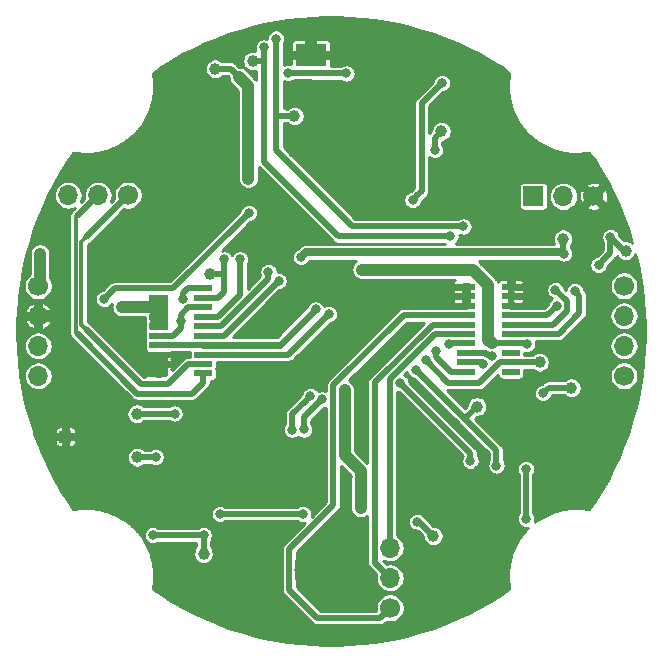
<source format=gbr>
G04 #@! TF.GenerationSoftware,KiCad,Pcbnew,(5.1.0)-1*
G04 #@! TF.CreationDate,2019-06-21T14:41:16-03:00*
G04 #@! TF.ProjectId,PCB_B,5043425f-422e-46b6-9963-61645f706362,rev?*
G04 #@! TF.SameCoordinates,Original*
G04 #@! TF.FileFunction,Copper,L2,Bot*
G04 #@! TF.FilePolarity,Positive*
%FSLAX46Y46*%
G04 Gerber Fmt 4.6, Leading zero omitted, Abs format (unit mm)*
G04 Created by KiCad (PCBNEW (5.1.0)-1) date 2019-06-21 14:41:16*
%MOMM*%
%LPD*%
G04 APERTURE LIST*
%ADD10C,0.100000*%
%ADD11R,1.500000X0.550000*%
%ADD12R,2.600000X1.950000*%
%ADD13C,0.600000*%
%ADD14C,1.000000*%
%ADD15R,1.000000X1.000000*%
%ADD16O,1.700000X1.700000*%
%ADD17C,1.700000*%
%ADD18R,1.700000X1.700000*%
%ADD19C,6.200000*%
%ADD20C,6.300000*%
%ADD21C,0.800000*%
%ADD22C,1.000000*%
%ADD23C,0.500000*%
%ADD24C,0.600000*%
%ADD25C,0.700000*%
%ADD26C,0.300000*%
%ADD27C,0.550000*%
%ADD28C,0.250000*%
%ADD29C,0.254000*%
G04 APERTURE END LIST*
D10*
G36*
X-3900000Y-9850000D02*
G01*
X-5350000Y-9850000D01*
X-5350000Y-6950000D01*
X-3900000Y-6950000D01*
X-3900000Y-9850000D01*
G37*
X-3900000Y-9850000D02*
X-5350000Y-9850000D01*
X-5350000Y-6950000D01*
X-3900000Y-6950000D01*
X-3900000Y-9850000D01*
D11*
X-825000Y-9596400D03*
X-825000Y-7196400D03*
X-825000Y-7996400D03*
X25227000Y-11061600D03*
X-825000Y-10396400D03*
X-4625000Y-7996400D03*
X25227000Y-9461600D03*
X21427000Y-6261600D03*
X-4625000Y-7196400D03*
X-825000Y-12796400D03*
X-825000Y-8796400D03*
X25227000Y-8661600D03*
X-825000Y-13596400D03*
X-4625000Y-11996400D03*
X-4625000Y-8796400D03*
X21427000Y-11861600D03*
X21427000Y-8661600D03*
X21427000Y-9461600D03*
X-825000Y-6396400D03*
X-825000Y-11196400D03*
X-4625000Y-9596400D03*
X21427000Y-11061600D03*
X-4625000Y-10396400D03*
X25227000Y-10261600D03*
X-4625000Y-12796400D03*
X-4625000Y-11196400D03*
X21427000Y-10261600D03*
X-4625000Y-6396400D03*
X21427000Y-13461600D03*
X25227000Y-7061600D03*
X25227000Y-13461600D03*
X-4625000Y-13596400D03*
X25227000Y-6261600D03*
X25227000Y-11861600D03*
X25227000Y-12661600D03*
X25227000Y-7861600D03*
X21427000Y-7061600D03*
X21427000Y-7861600D03*
X-825000Y-11996400D03*
X21427000Y-12661600D03*
D12*
X8300000Y13365000D03*
D13*
X8300000Y12865000D03*
X8300000Y13865000D03*
X7400000Y13865000D03*
X9200000Y13865000D03*
X9200000Y12865000D03*
X7400000Y12865000D03*
D14*
X3350000Y12850000D03*
X6900000Y8200000D03*
X34950400Y-3200400D03*
X27650000Y-12650000D03*
X22350000Y-16400000D03*
X30350000Y-14800000D03*
X-6400000Y-20700000D03*
X-250000Y-5200000D03*
X19350000Y6900000D03*
D15*
X-12500000Y-18950000D03*
D14*
X29650000Y-2200000D03*
X-6450000Y-17000000D03*
X18650000Y-27350000D03*
X-800000Y-28850000D03*
X-14650000Y-3450000D03*
X200000Y12200000D03*
D16*
X34800000Y-8730000D03*
X14996841Y-28373862D03*
D17*
X34800000Y-6190000D03*
X14996841Y-33453862D03*
D16*
X14996841Y-30913862D03*
D17*
X34800000Y-13810000D03*
D16*
X34800000Y-11270000D03*
D17*
X32212262Y1400841D03*
D18*
X27132262Y1400841D03*
D16*
X29672262Y1400841D03*
X-12267738Y1500841D03*
X-9727738Y1500841D03*
D17*
X-7187738Y1500841D03*
D16*
X-14800000Y-11270000D03*
X-14800000Y-13810000D03*
X-14800000Y-8730000D03*
D17*
X-14800000Y-6190000D03*
D19*
X10000000Y-30200000D03*
D20*
X-2500000Y3500000D03*
D19*
X22500000Y3500000D03*
D21*
X19939000Y-6948000D03*
X3000000Y2900000D03*
X2200000Y11500000D03*
X-13512800Y-7797800D03*
X-13489000Y-9906000D03*
X-13489000Y-8807800D03*
X-3000000Y-32500000D03*
X6400000Y-33200000D03*
X4000000Y-29800000D03*
X4200000Y-13200000D03*
X-6700000Y-4300000D03*
X-9100000Y-4300000D03*
X-7900000Y-1700000D03*
X12600000Y-18000000D03*
X11400000Y-22400000D03*
X27000000Y-17400000D03*
X32800000Y-16600000D03*
X22400000Y-21800000D03*
X16800000Y4300000D03*
X-1800000Y10100000D03*
X12200000Y4799994D03*
X15300000Y13700000D03*
X-11600000Y-11800000D03*
X8999980Y-22400000D03*
X6825000Y525000D03*
X6800000Y5100000D03*
X-6100000Y-9275000D03*
X-6300000Y-10300042D03*
X12600000Y-15650000D03*
X14750000Y-300000D03*
X16700000Y-9650000D03*
X16750000Y-7150000D03*
X2450000Y14200000D03*
X-12600000Y-8800000D03*
X-12600000Y-7800000D03*
X8200000Y16000000D03*
X9000000Y16000000D03*
X7000000Y10800000D03*
X8200018Y10800000D03*
X9200000Y10800000D03*
X-2900000Y-24070000D03*
X4300000Y-15800000D03*
X32200000Y-700000D03*
X31100000Y-700000D03*
X30000000Y-700000D03*
X28900000Y-700000D03*
X-12600000Y-9900000D03*
X26500000Y-6200000D03*
X26502002Y-7811600D03*
X27100000Y-7000000D03*
X19939000Y-7800000D03*
X7400000Y16000000D03*
X110000Y-15070000D03*
X31115000Y-1651000D03*
X31115000Y279400D03*
X31165800Y2794000D03*
X16764000Y-6096000D03*
X15875000Y-6096000D03*
X15837000Y-7150000D03*
X14948000Y-7150000D03*
X17653000Y-6096000D03*
X17653000Y-7112000D03*
X19939000Y-6096000D03*
X25273000Y-5080000D03*
X30226000Y2921000D03*
X-9042400Y-8432800D03*
X-12242800Y-12446000D03*
X-12242800Y-13360400D03*
X-11938000Y-14224000D03*
X-11531600Y-12903200D03*
X-9906000Y-8432800D03*
X31648396Y-23723600D03*
X18000000Y-12500000D03*
X-7725000Y-7974988D03*
X12500000Y-25000000D03*
X11150000Y-15000000D03*
X17300000Y-26150000D03*
X8686800Y-8178800D03*
X-2700000Y-9200000D03*
X-3250000Y-17000000D03*
X6325001Y11847509D03*
X11300000Y11800000D03*
X18900002Y-11700000D03*
X18800000Y5300000D03*
X-5100000Y-27300000D03*
X-800000Y-27300000D03*
X26500000Y-25900000D03*
X26500000Y-21700000D03*
X-9200000Y-7290000D03*
X19400000Y11000000D03*
X3051048Y1048D03*
X16900000Y1070000D03*
X5554938Y-5755698D03*
X27950000Y-15270000D03*
X6700000Y-18350004D03*
X8250000Y-15500000D03*
X950000Y-3950000D03*
X-2568284Y-7304177D03*
X-4850010Y-20650010D03*
X24000000Y-21400000D03*
X17200000Y-13300000D03*
X4700000Y-5000000D03*
X4300000Y14000000D03*
X20100000Y-2000000D03*
X28989001Y-6510999D03*
X5350000Y14750000D03*
X21200000Y-1150000D03*
X30632400Y-6604000D03*
X29100000Y-7880000D03*
X33650000Y-2049998D03*
X32650000Y-4400000D03*
X7443941Y-3756059D03*
X29700000Y-3450000D03*
X22871495Y-12836149D03*
X20000002Y-11100000D03*
X23599257Y-12150303D03*
X7600000Y-25500000D03*
X600000Y-25500000D03*
X7699979Y-18341980D03*
X9224979Y-15799444D03*
X2300000Y-3950000D03*
X21800000Y-21000000D03*
X15869949Y-14430047D03*
X9804400Y-8585200D03*
X12600000Y-4800000D03*
X26600000Y-11111600D03*
X23615522Y-11050413D03*
D22*
X3000000Y10700000D02*
X2200000Y11500000D01*
X3000000Y2900000D02*
X3000000Y10700000D01*
D23*
X1500000Y12200000D02*
X2200000Y11500000D01*
X200000Y12200000D02*
X1500000Y12200000D01*
X21427000Y-6261600D02*
X21427000Y-7861600D01*
X25227000Y-6261600D02*
X25227000Y-7861600D01*
X21427000Y-7061600D02*
X20138400Y-7061600D01*
X20138400Y-7061600D02*
X20100000Y-7100000D01*
X-4625000Y-12796400D02*
X-5100000Y-12796400D01*
X12600000Y-15650000D02*
X12600000Y-13750000D01*
X12600000Y-13750000D02*
X16700000Y-9650000D01*
X16750000Y-7150000D02*
X15837000Y-7150000D01*
D22*
X-12600000Y-8800000D02*
X-12600000Y-7800000D01*
X8300000Y13365000D02*
X8300000Y15900000D01*
X8300000Y15900000D02*
X8200000Y16000000D01*
X32200000Y-700000D02*
X31100000Y-700000D01*
X-12999999Y-9500001D02*
X-12600000Y-9900000D01*
X-12670000Y-8730000D02*
X-12600000Y-8800000D01*
X-14800000Y-8730000D02*
X-12670000Y-8730000D01*
D24*
X25227000Y-6261600D02*
X26438400Y-6261600D01*
X26438400Y-6261600D02*
X26500000Y-6200000D01*
X25227000Y-7861600D02*
X26452002Y-7861600D01*
X26452002Y-7861600D02*
X26502002Y-7811600D01*
D23*
X25227000Y-7061600D02*
X27038400Y-7061600D01*
X27038400Y-7061600D02*
X27100000Y-7000000D01*
D24*
X21427000Y-7861600D02*
X20061600Y-7861600D01*
X20061600Y-7861600D02*
X20000000Y-7800000D01*
D22*
X7000000Y10800000D02*
X8200018Y10800000D01*
X9000000Y16000000D02*
X7400000Y16000000D01*
D23*
X15837000Y-7150000D02*
X14948000Y-7150000D01*
X24296402Y-12661600D02*
X22558002Y-14400000D01*
X25227000Y-12661600D02*
X24296402Y-12661600D01*
X22558002Y-14400000D02*
X19900000Y-14400000D01*
X19900000Y-14400000D02*
X18000000Y-12500000D01*
X27638400Y-12661600D02*
X27650000Y-12650000D01*
X25227000Y-12661600D02*
X27638400Y-12661600D01*
X-4625000Y-9596400D02*
X-4625000Y-8425000D01*
X-4625000Y-8425000D02*
X-4625000Y-7196400D01*
X-4625000Y-8425000D02*
X-4675000Y-8375000D01*
D22*
X-4646412Y-7974988D02*
X-4625000Y-7996400D01*
X-7725000Y-7974988D02*
X-4646412Y-7974988D01*
X-14650000Y-6040000D02*
X-14800000Y-6190000D01*
X-14650000Y-3450000D02*
X-14650000Y-6040000D01*
D23*
X-4625000Y-11196400D02*
X-825000Y-11196400D01*
D22*
X12500000Y-21871998D02*
X11150000Y-20521998D01*
X11150000Y-20521998D02*
X11150000Y-15565685D01*
X11150000Y-15565685D02*
X11150000Y-15000000D01*
X12500000Y-25000000D02*
X12500000Y-21871998D01*
D23*
X17450000Y-26150000D02*
X18650000Y-27350000D01*
X17300000Y-26150000D02*
X17450000Y-26150000D01*
D24*
X5669200Y-11196400D02*
X8286801Y-8578799D01*
X-825000Y-11196400D02*
X5669200Y-11196400D01*
X8286801Y-8578799D02*
X8686800Y-8178800D01*
D23*
X-2075000Y-7996400D02*
X-825000Y-7996400D01*
X-2700000Y-8621400D02*
X-2075000Y-7996400D01*
X-3375000Y-10396400D02*
X-2700000Y-9721400D01*
X-4625000Y-10396400D02*
X-3375000Y-10396400D01*
X-2700000Y-9721400D02*
X-2700000Y-9200000D01*
X-2700000Y-9200000D02*
X-2700000Y-8621400D01*
X-6450000Y-17000000D02*
X-3250000Y-17000000D01*
X6372510Y11800000D02*
X6325001Y11847509D01*
X11300000Y11800000D02*
X6372510Y11800000D01*
X18900002Y-12184602D02*
X18900002Y-11700000D01*
X20177000Y-13461600D02*
X18900002Y-12184602D01*
X21427000Y-13461600D02*
X20177000Y-13461600D01*
X18800000Y6350000D02*
X19350000Y6900000D01*
X18800000Y5300000D02*
X18800000Y6350000D01*
X-5100000Y-27300000D02*
X-800000Y-27300000D01*
X26500000Y-25900000D02*
X26500000Y-21700000D01*
X-4625000Y-6396400D02*
X-3346400Y-6396400D01*
X2651049Y-398951D02*
X3051048Y1048D01*
X-3346400Y-6396400D02*
X2651049Y-398951D01*
X-8800001Y-6890001D02*
X-9200000Y-7290000D01*
X-4625000Y-6396400D02*
X-8306400Y-6396400D01*
X-8306400Y-6396400D02*
X-8800001Y-6890001D01*
X-800000Y-27300000D02*
X-800000Y-28850000D01*
X19400000Y11000000D02*
X17675000Y9275000D01*
X17299999Y1469999D02*
X16900000Y1070000D01*
X17675000Y9275000D02*
X17675000Y1845000D01*
X17675000Y1845000D02*
X17299999Y1469999D01*
X-825000Y-10396400D02*
X914236Y-10396400D01*
X914236Y-10396400D02*
X5154939Y-6155697D01*
X5154939Y-6155697D02*
X5554938Y-5755698D01*
X30350000Y-14800000D02*
X28420000Y-14800000D01*
X28420000Y-14800000D02*
X27950000Y-15270000D01*
X6700000Y-18350004D02*
X6700000Y-17050000D01*
X7850001Y-15899999D02*
X8250000Y-15500000D01*
X6700000Y-17050000D02*
X7850001Y-15899999D01*
X950000Y-4515685D02*
X950000Y-3950000D01*
X425000Y-7196400D02*
X950000Y-6671400D01*
X-825000Y-7196400D02*
X425000Y-7196400D01*
X900000Y-5200000D02*
X950000Y-5150000D01*
X-250000Y-5200000D02*
X900000Y-5200000D01*
X950000Y-6671400D02*
X950000Y-5150000D01*
X950000Y-5150000D02*
X950000Y-4515685D01*
X-2075000Y-6396400D02*
X-825000Y-6396400D01*
X-2500000Y-6821400D02*
X-2075000Y-6396400D01*
X-2500000Y-7300000D02*
X-2500000Y-6821400D01*
X-4900000Y-20700000D02*
X-4850010Y-20650010D01*
X-6400000Y-20700000D02*
X-4900000Y-20700000D01*
X-825000Y-9596400D02*
X425000Y-9596400D01*
X17599999Y-13699999D02*
X17200000Y-13300000D01*
X24000000Y-21400000D02*
X24000000Y-20100000D01*
X4700000Y-5565685D02*
X4700000Y-5000000D01*
X-825000Y-9596400D02*
X669285Y-9596400D01*
X669285Y-9596400D02*
X4700000Y-5565685D01*
X21375000Y-17375000D02*
X21275000Y-17375000D01*
X22350000Y-16400000D02*
X21375000Y-17375000D01*
X24000000Y-20100000D02*
X21275000Y-17375000D01*
X21275000Y-17375000D02*
X17599999Y-13699999D01*
X28776402Y-9461600D02*
X29950001Y-8288001D01*
X25227000Y-9461600D02*
X28776402Y-9461600D01*
X29950001Y-8288001D02*
X29950001Y-7471999D01*
X29950001Y-7471999D02*
X28989001Y-6510999D01*
X4300000Y13434315D02*
X4300000Y14000000D01*
X3715685Y12850000D02*
X4300000Y12850000D01*
X4300000Y12850000D02*
X4300000Y13434315D01*
X4300000Y4308002D02*
X4300000Y12850000D01*
X10608002Y-2000000D02*
X4300000Y4308002D01*
X20100000Y-2000000D02*
X10608002Y-2000000D01*
X5350000Y14750000D02*
X5350000Y8208002D01*
X5350000Y14184315D02*
X5350000Y14750000D01*
X5350000Y5291998D02*
X5350000Y14184315D01*
X11791998Y-1150000D02*
X5350000Y5291998D01*
X21200000Y-1150000D02*
X11791998Y-1150000D01*
X6184892Y8208002D02*
X5350000Y8208002D01*
X6192894Y8200000D02*
X6184892Y8208002D01*
X6900000Y8200000D02*
X6192894Y8200000D01*
X31032399Y-7003999D02*
X30632400Y-6604000D01*
X31032399Y-8490001D02*
X31032399Y-7003999D01*
X29260800Y-10261600D02*
X31032399Y-8490001D01*
X25227000Y-10261600D02*
X29260800Y-10261600D01*
X25227000Y-8661600D02*
X26477000Y-8661600D01*
X28318400Y-8661600D02*
X25227000Y-8661600D01*
X29100000Y-7880000D02*
X28318400Y-8661600D01*
X33049999Y-4000001D02*
X32650000Y-4400000D01*
X33650000Y-3400000D02*
X33049999Y-4000001D01*
X33650000Y-2049998D02*
X33650000Y-3400000D01*
X34800402Y-3200400D02*
X33650000Y-2049998D01*
X34950400Y-3200400D02*
X34800402Y-3200400D01*
D25*
X29606060Y-3356060D02*
X29700000Y-3450000D01*
X7443941Y-3756059D02*
X7843940Y-3356060D01*
X7843940Y-3356060D02*
X29606060Y-3356060D01*
D23*
X29650000Y-3400000D02*
X29700000Y-3450000D01*
X29650000Y-2200000D02*
X29650000Y-3400000D01*
X-825000Y-14371400D02*
X-825000Y-13596400D01*
X-1753600Y-15300000D02*
X-825000Y-14371400D01*
X-6400000Y-15300000D02*
X-1753600Y-15300000D01*
X-11531600Y-10168400D02*
X-6400000Y-15300000D01*
X-9727738Y1500841D02*
X-11531600Y-303021D01*
D26*
X-11633200Y-10066800D02*
X-11531600Y-10168400D01*
X-11633200Y-404621D02*
X-11633200Y-10066800D01*
X-11531600Y-303021D02*
X-11633200Y-404621D01*
D23*
X-10769600Y-2081021D02*
X-7187738Y1500841D01*
X-6124800Y-14500000D02*
X-10769600Y-9855200D01*
X-3778600Y-14500000D02*
X-6124800Y-14500000D01*
X-825000Y-12796400D02*
X-2075000Y-12796400D01*
X-2075000Y-12796400D02*
X-3778600Y-14500000D01*
D26*
X-10769600Y-9855200D02*
X-11133189Y-9491611D01*
X-11133189Y-2444610D02*
X-10769600Y-2081021D01*
X-11133189Y-9491611D02*
X-11133189Y-2444610D01*
D23*
X21427000Y-12661600D02*
X22696946Y-12661600D01*
X22696946Y-12661600D02*
X22871495Y-12836149D01*
X14146842Y-30063863D02*
X14996841Y-30913862D01*
X18590431Y-9461600D02*
X13696840Y-14355191D01*
X21427000Y-9461600D02*
X18590431Y-9461600D01*
X13696840Y-29613861D02*
X14146842Y-30063863D01*
X13696840Y-14355191D02*
X13696840Y-29613861D01*
X20177000Y-10261600D02*
X21427000Y-10261600D01*
X14996841Y-14045155D02*
X18791997Y-10249999D01*
X18791997Y-10249999D02*
X20165399Y-10249999D01*
X20165399Y-10249999D02*
X20177000Y-10261600D01*
X14996841Y-28373862D02*
X14996841Y-14045155D01*
X21427000Y-11061600D02*
X20038402Y-11061600D01*
X20038402Y-11061600D02*
X20000002Y-11100000D01*
X23449377Y-12000423D02*
X23599257Y-12150303D01*
X23083191Y-11861600D02*
X23222014Y-12000423D01*
X23222014Y-12000423D02*
X23449377Y-12000423D01*
X21427000Y-11861600D02*
X23083191Y-11861600D01*
X20177000Y-8661600D02*
X21427000Y-8661600D01*
X16138400Y-8661600D02*
X20177000Y-8661600D01*
X10199990Y-14600010D02*
X16138400Y-8661600D01*
X14146842Y-34303861D02*
X8849859Y-34303861D01*
X14996841Y-33453862D02*
X14146842Y-34303861D01*
X8849859Y-34303861D02*
X6449999Y-31904001D01*
X6449999Y-31904001D02*
X6449999Y-28495999D01*
X6449999Y-28495999D02*
X10199990Y-24746008D01*
X10199990Y-24746008D02*
X10199990Y-14600010D01*
X7600000Y-25500000D02*
X600000Y-25500000D01*
X7699979Y-18341980D02*
X7699979Y-17324444D01*
X8824980Y-16199443D02*
X9224979Y-15799444D01*
X7699979Y-17324444D02*
X8824980Y-16199443D01*
X2300000Y-4515685D02*
X2300000Y-3950000D01*
X2300000Y-6921400D02*
X2300000Y-4515685D01*
X425000Y-8796400D02*
X2300000Y-6921400D01*
X-825000Y-8796400D02*
X425000Y-8796400D01*
X21800000Y-21000000D02*
X21800000Y-20360098D01*
X16269948Y-14830046D02*
X15869949Y-14430047D01*
X21800000Y-20360098D02*
X16269948Y-14830046D01*
X-825000Y-11996400D02*
X6393200Y-11996400D01*
X6393200Y-11996400D02*
X9404401Y-8985199D01*
X9404401Y-8985199D02*
X9804400Y-8585200D01*
X23300000Y-10030295D02*
X23300000Y-6100000D01*
D22*
X22000000Y-4800000D02*
X23300000Y-6100000D01*
X12600000Y-4800000D02*
X22000000Y-4800000D01*
D27*
X25227000Y-11061600D02*
X24261600Y-11061600D01*
D23*
X25227000Y-11061600D02*
X26550000Y-11061600D01*
X26550000Y-11061600D02*
X26600000Y-11111600D01*
X25227000Y-11061600D02*
X23626709Y-11061600D01*
X23626709Y-11061600D02*
X23615522Y-11050413D01*
D22*
X23300000Y-10734891D02*
X23615522Y-11050413D01*
X23300000Y-6100000D02*
X23300000Y-10734891D01*
D28*
G36*
X11558577Y16529276D02*
G01*
X12595542Y16448141D01*
X13629383Y16326442D01*
X14658858Y16164174D01*
X15682686Y15961348D01*
X16699652Y15717956D01*
X17708482Y15434008D01*
X18707969Y15109493D01*
X19696845Y14744416D01*
X20673831Y14338794D01*
X21637778Y13892583D01*
X22587397Y13405801D01*
X23521423Y12878454D01*
X24438649Y12310520D01*
X25103871Y11860325D01*
X25090366Y11795014D01*
X25088449Y11788036D01*
X25086142Y11774590D01*
X25083379Y11761227D01*
X25082615Y11754029D01*
X25056782Y11603446D01*
X25055109Y11596430D01*
X25053259Y11582908D01*
X25050946Y11569425D01*
X25050428Y11562216D01*
X25029814Y11411545D01*
X25028382Y11404490D01*
X25026987Y11390877D01*
X25025132Y11377320D01*
X25024860Y11370127D01*
X25009417Y11219453D01*
X25008227Y11212376D01*
X25007291Y11198712D01*
X25005893Y11185072D01*
X25005865Y11177889D01*
X24995553Y11027352D01*
X24994603Y11020249D01*
X24994126Y11006523D01*
X24993189Y10992845D01*
X24993402Y10985693D01*
X24988178Y10835383D01*
X24987469Y10828271D01*
X24987453Y10814517D01*
X24986976Y10800798D01*
X24987428Y10793677D01*
X24987252Y10643706D01*
X24986783Y10636600D01*
X24987227Y10622856D01*
X24987211Y10609092D01*
X24987901Y10601998D01*
X24992733Y10452507D01*
X24992502Y10445393D01*
X24993408Y10431633D01*
X24993852Y10417884D01*
X24994776Y10410843D01*
X25004579Y10261900D01*
X25004585Y10254810D01*
X25005948Y10241096D01*
X25006854Y10227329D01*
X25008012Y10220328D01*
X25022745Y10072076D01*
X25022987Y10065004D01*
X25024806Y10051343D01*
X25026172Y10037594D01*
X25027562Y10030639D01*
X25047190Y9883199D01*
X25047667Y9876132D01*
X25049946Y9862493D01*
X25051766Y9848825D01*
X25053380Y9841947D01*
X25077876Y9695377D01*
X25078585Y9688356D01*
X25081311Y9674825D01*
X25083591Y9661182D01*
X25085434Y9654358D01*
X25114754Y9508814D01*
X25115695Y9501826D01*
X25118868Y9488393D01*
X25121602Y9474823D01*
X25123671Y9468062D01*
X25157783Y9323661D01*
X25158957Y9316695D01*
X25162582Y9303345D01*
X25165758Y9289901D01*
X25168045Y9283227D01*
X25206928Y9140035D01*
X25208330Y9133125D01*
X25212389Y9119924D01*
X25216016Y9106568D01*
X25218526Y9099965D01*
X25262140Y8958131D01*
X25263772Y8951263D01*
X25268269Y8938200D01*
X25272332Y8924985D01*
X25275060Y8918469D01*
X25323380Y8778090D01*
X25325241Y8771275D01*
X25330170Y8758365D01*
X25334667Y8745300D01*
X25337609Y8738879D01*
X25390606Y8600068D01*
X25392695Y8593308D01*
X25398047Y8580576D01*
X25402972Y8567677D01*
X25406130Y8561350D01*
X25463779Y8424216D01*
X25466095Y8417520D01*
X25471865Y8404981D01*
X25477211Y8392263D01*
X25480582Y8386035D01*
X25542856Y8250696D01*
X25545397Y8244073D01*
X25551575Y8231746D01*
X25557339Y8219219D01*
X25560922Y8213096D01*
X25627793Y8079667D01*
X25630561Y8073116D01*
X25637143Y8061010D01*
X25643312Y8048701D01*
X25647103Y8042690D01*
X25718553Y7911277D01*
X25721545Y7904810D01*
X25728520Y7892946D01*
X25735090Y7880862D01*
X25739089Y7874969D01*
X25815096Y7745683D01*
X25818307Y7739313D01*
X25825655Y7727723D01*
X25832627Y7715864D01*
X25836837Y7710085D01*
X25917364Y7583071D01*
X25920802Y7576786D01*
X25928539Y7565445D01*
X25935884Y7553860D01*
X25940291Y7548220D01*
X26025331Y7423568D01*
X26028988Y7417387D01*
X26037093Y7406327D01*
X26044812Y7395013D01*
X26049417Y7389511D01*
X26138948Y7267343D01*
X26142822Y7261273D01*
X26151280Y7250515D01*
X26159367Y7239480D01*
X26164171Y7234118D01*
X26258167Y7114562D01*
X26262258Y7108608D01*
X26271070Y7098150D01*
X26279507Y7087419D01*
X26284499Y7082213D01*
X26382948Y6965378D01*
X26387248Y6959555D01*
X26396391Y6949424D01*
X26405182Y6938992D01*
X26410365Y6933942D01*
X26513235Y6819964D01*
X26517746Y6814272D01*
X26527222Y6804467D01*
X26536343Y6794361D01*
X26541706Y6789480D01*
X26648985Y6678476D01*
X26653687Y6672941D01*
X26663480Y6663476D01*
X26672945Y6653683D01*
X26678480Y6648981D01*
X26789483Y6541703D01*
X26794365Y6536339D01*
X26804471Y6527218D01*
X26814276Y6517742D01*
X26819968Y6513231D01*
X26933946Y6410361D01*
X26938996Y6405178D01*
X26949428Y6396387D01*
X26959559Y6387244D01*
X26965383Y6382944D01*
X27082217Y6284495D01*
X27087423Y6279503D01*
X27098154Y6271067D01*
X27108612Y6262254D01*
X27114567Y6258162D01*
X27234116Y6164173D01*
X27239484Y6159363D01*
X27250533Y6151266D01*
X27261278Y6142818D01*
X27267340Y6138948D01*
X27389515Y6049413D01*
X27395017Y6044808D01*
X27406331Y6037089D01*
X27417391Y6028984D01*
X27423572Y6025327D01*
X27548224Y5940287D01*
X27553864Y5935880D01*
X27565449Y5928535D01*
X27576790Y5920798D01*
X27583075Y5917360D01*
X27710088Y5836834D01*
X27715868Y5832623D01*
X27727727Y5825651D01*
X27739317Y5818303D01*
X27745687Y5815092D01*
X27874973Y5739085D01*
X27880866Y5735086D01*
X27892949Y5728516D01*
X27904814Y5721541D01*
X27911283Y5718549D01*
X28042690Y5647102D01*
X28048705Y5643308D01*
X28061024Y5637134D01*
X28073119Y5630558D01*
X28079665Y5627792D01*
X28213100Y5560918D01*
X28219223Y5557335D01*
X28231750Y5551571D01*
X28244077Y5545393D01*
X28250700Y5542852D01*
X28386044Y5480575D01*
X28392267Y5477207D01*
X28404975Y5471865D01*
X28417523Y5466091D01*
X28424224Y5463773D01*
X28561358Y5406124D01*
X28567681Y5402968D01*
X28580570Y5398047D01*
X28593311Y5392691D01*
X28600075Y5390600D01*
X28738887Y5337603D01*
X28745304Y5334663D01*
X28758359Y5330169D01*
X28771278Y5325237D01*
X28778098Y5323375D01*
X28918473Y5275056D01*
X28924989Y5272328D01*
X28938204Y5268264D01*
X28951267Y5263768D01*
X28958135Y5262136D01*
X29099973Y5218521D01*
X29106572Y5216012D01*
X29119921Y5212387D01*
X29133128Y5208326D01*
X29140041Y5206924D01*
X29283238Y5168039D01*
X29289905Y5165754D01*
X29303335Y5162581D01*
X29316697Y5158953D01*
X29323669Y5157778D01*
X29468068Y5123666D01*
X29474827Y5121598D01*
X29488393Y5118865D01*
X29501829Y5115691D01*
X29508817Y5114750D01*
X29654376Y5085426D01*
X29661186Y5083587D01*
X29674796Y5081312D01*
X29688359Y5078580D01*
X29695395Y5077870D01*
X29841953Y5053376D01*
X29848829Y5051762D01*
X29862493Y5049943D01*
X29876135Y5047663D01*
X29883204Y5047186D01*
X30030644Y5027558D01*
X30037598Y5026168D01*
X30051344Y5024802D01*
X30065007Y5022983D01*
X30072080Y5022741D01*
X30220335Y5008007D01*
X30227334Y5006850D01*
X30241095Y5005944D01*
X30254813Y5004581D01*
X30261905Y5004575D01*
X30410846Y4994772D01*
X30417887Y4993848D01*
X30431636Y4993404D01*
X30445396Y4992498D01*
X30452510Y4992729D01*
X30602002Y4987897D01*
X30609096Y4987207D01*
X30622859Y4987223D01*
X30636603Y4986779D01*
X30643709Y4987248D01*
X30793681Y4987424D01*
X30800802Y4986972D01*
X30814521Y4987449D01*
X30828275Y4987465D01*
X30835387Y4988174D01*
X30985697Y4993398D01*
X30992849Y4993185D01*
X31006527Y4994122D01*
X31020253Y4994599D01*
X31027356Y4995549D01*
X31177893Y5005861D01*
X31185076Y5005889D01*
X31198716Y5007287D01*
X31212380Y5008223D01*
X31219457Y5009413D01*
X31370131Y5024856D01*
X31377324Y5025128D01*
X31390881Y5026983D01*
X31404494Y5028378D01*
X31411549Y5029810D01*
X31562220Y5050424D01*
X31569429Y5050942D01*
X31582912Y5053255D01*
X31596434Y5055105D01*
X31603450Y5056778D01*
X31754033Y5082611D01*
X31761231Y5083375D01*
X31774594Y5086138D01*
X31788040Y5088445D01*
X31795018Y5090362D01*
X31860330Y5103868D01*
X32310523Y4438647D01*
X32878468Y3521402D01*
X33405819Y2587365D01*
X33892600Y1637746D01*
X34338810Y673799D01*
X34744431Y-303188D01*
X35109499Y-1292042D01*
X35434014Y-2291528D01*
X35496294Y-2512801D01*
X35364868Y-2424985D01*
X35205628Y-2359026D01*
X35036580Y-2325400D01*
X34864220Y-2325400D01*
X34818399Y-2334514D01*
X34416917Y-1933033D01*
X34395217Y-1823939D01*
X34336796Y-1682898D01*
X34251982Y-1555964D01*
X34144034Y-1448016D01*
X34017100Y-1363202D01*
X33876059Y-1304781D01*
X33726331Y-1274998D01*
X33573669Y-1274998D01*
X33423941Y-1304781D01*
X33282900Y-1363202D01*
X33155966Y-1448016D01*
X33048018Y-1555964D01*
X32963204Y-1682898D01*
X32904783Y-1823939D01*
X32875000Y-1973667D01*
X32875000Y-2126329D01*
X32904783Y-2276057D01*
X32963204Y-2417098D01*
X33025000Y-2509583D01*
X33025001Y-3141116D01*
X32629769Y-3536349D01*
X32533035Y-3633083D01*
X32423941Y-3654783D01*
X32282900Y-3713204D01*
X32155966Y-3798018D01*
X32048018Y-3905966D01*
X31963204Y-4032900D01*
X31904783Y-4173941D01*
X31875000Y-4323669D01*
X31875000Y-4476331D01*
X31904783Y-4626059D01*
X31963204Y-4767100D01*
X32048018Y-4894034D01*
X32155966Y-5001982D01*
X32282900Y-5086796D01*
X32423941Y-5145217D01*
X32573669Y-5175000D01*
X32726331Y-5175000D01*
X32876059Y-5145217D01*
X33017100Y-5086796D01*
X33144034Y-5001982D01*
X33251982Y-4894034D01*
X33336796Y-4767100D01*
X33395217Y-4626059D01*
X33416917Y-4516965D01*
X33513651Y-4420231D01*
X34070234Y-3863650D01*
X34094080Y-3844080D01*
X34113649Y-3820235D01*
X34113653Y-3820231D01*
X34172183Y-3748912D01*
X34213234Y-3672111D01*
X34270743Y-3758180D01*
X34392620Y-3880057D01*
X34535932Y-3975815D01*
X34695172Y-4041774D01*
X34864220Y-4075400D01*
X35036580Y-4075400D01*
X35205628Y-4041774D01*
X35364868Y-3975815D01*
X35508180Y-3880057D01*
X35630057Y-3758180D01*
X35725815Y-3614868D01*
X35768545Y-3511708D01*
X35961353Y-4317322D01*
X36164180Y-5341155D01*
X36326447Y-6370627D01*
X36448145Y-7404461D01*
X36529280Y-8441428D01*
X36569848Y-9480271D01*
X36569847Y-10519754D01*
X36529281Y-11558575D01*
X36448147Y-12595538D01*
X36326449Y-13629373D01*
X36164184Y-14658843D01*
X35961358Y-15682678D01*
X35717973Y-16699620D01*
X35434022Y-17708467D01*
X35109506Y-18707960D01*
X34744442Y-19696806D01*
X34338817Y-20673801D01*
X33892613Y-21637741D01*
X33405834Y-22587358D01*
X32878478Y-23521405D01*
X32310540Y-24438639D01*
X31860342Y-25103870D01*
X31795030Y-25090365D01*
X31788052Y-25088448D01*
X31774606Y-25086141D01*
X31761243Y-25083378D01*
X31754045Y-25082614D01*
X31603462Y-25056781D01*
X31596446Y-25055108D01*
X31582924Y-25053258D01*
X31569441Y-25050945D01*
X31562232Y-25050427D01*
X31411561Y-25029813D01*
X31404506Y-25028381D01*
X31390892Y-25026986D01*
X31377336Y-25025131D01*
X31370143Y-25024859D01*
X31219478Y-25009417D01*
X31212391Y-25008225D01*
X31198710Y-25007288D01*
X31185090Y-25005892D01*
X31177914Y-25005864D01*
X31027367Y-24995552D01*
X31020266Y-24994603D01*
X31006540Y-24994126D01*
X30992860Y-24993189D01*
X30985709Y-24993402D01*
X30835400Y-24988178D01*
X30828288Y-24987469D01*
X30814534Y-24987453D01*
X30800815Y-24986976D01*
X30793694Y-24987428D01*
X30643721Y-24987252D01*
X30636615Y-24986783D01*
X30622871Y-24987227D01*
X30609108Y-24987211D01*
X30602014Y-24987901D01*
X30452521Y-24992733D01*
X30445410Y-24992502D01*
X30431650Y-24993408D01*
X30417899Y-24993852D01*
X30410858Y-24994776D01*
X30261922Y-25004578D01*
X30254824Y-25004584D01*
X30241100Y-25005948D01*
X30227349Y-25006853D01*
X30220352Y-25008010D01*
X30072100Y-25022745D01*
X30065020Y-25022987D01*
X30051337Y-25024809D01*
X30037609Y-25026173D01*
X30030666Y-25027560D01*
X29883214Y-25047190D01*
X29876151Y-25047667D01*
X29862519Y-25049945D01*
X29848842Y-25051766D01*
X29841962Y-25053381D01*
X29695406Y-25077874D01*
X29688370Y-25078584D01*
X29674816Y-25081315D01*
X29661201Y-25083590D01*
X29654385Y-25085431D01*
X29508837Y-25114753D01*
X29501842Y-25115695D01*
X29488391Y-25118873D01*
X29474838Y-25121603D01*
X29468087Y-25123669D01*
X29323682Y-25157782D01*
X29316710Y-25158957D01*
X29303348Y-25162585D01*
X29289918Y-25165758D01*
X29283251Y-25168043D01*
X29140054Y-25206928D01*
X29133141Y-25208330D01*
X29119934Y-25212391D01*
X29106585Y-25216016D01*
X29099986Y-25218525D01*
X28958148Y-25262140D01*
X28951280Y-25263772D01*
X28938217Y-25268268D01*
X28925002Y-25272332D01*
X28918486Y-25275060D01*
X28778111Y-25323379D01*
X28771291Y-25325241D01*
X28758372Y-25330173D01*
X28745317Y-25334667D01*
X28738900Y-25337607D01*
X28600080Y-25390607D01*
X28593323Y-25392696D01*
X28580598Y-25398045D01*
X28567694Y-25402972D01*
X28561364Y-25406131D01*
X28424236Y-25463778D01*
X28417540Y-25466094D01*
X28404996Y-25471866D01*
X28392281Y-25477211D01*
X28386056Y-25480581D01*
X28250722Y-25542851D01*
X28244087Y-25545397D01*
X28231743Y-25551584D01*
X28219239Y-25557337D01*
X28213123Y-25560916D01*
X28079684Y-25627793D01*
X28073131Y-25630562D01*
X28061018Y-25637148D01*
X28048717Y-25643313D01*
X28042710Y-25647102D01*
X27911299Y-25718551D01*
X27904828Y-25721545D01*
X27892955Y-25728525D01*
X27880879Y-25735091D01*
X27874990Y-25739087D01*
X27745707Y-25815093D01*
X27739332Y-25818306D01*
X27727732Y-25825660D01*
X27715882Y-25832627D01*
X27710107Y-25836834D01*
X27583085Y-25917366D01*
X27576803Y-25920802D01*
X27565468Y-25928535D01*
X27553878Y-25935883D01*
X27548236Y-25940291D01*
X27423585Y-26025331D01*
X27417404Y-26028988D01*
X27406344Y-26037093D01*
X27395030Y-26044812D01*
X27389528Y-26049417D01*
X27267356Y-26138950D01*
X27261289Y-26142823D01*
X27250537Y-26151277D01*
X27239497Y-26159367D01*
X27234132Y-26164174D01*
X27227158Y-26169657D01*
X27245217Y-26126059D01*
X27275000Y-25976331D01*
X27275000Y-25823669D01*
X27245217Y-25673941D01*
X27186796Y-25532900D01*
X27125000Y-25440415D01*
X27125000Y-22159585D01*
X27186796Y-22067100D01*
X27245217Y-21926059D01*
X27275000Y-21776331D01*
X27275000Y-21623669D01*
X27245217Y-21473941D01*
X27186796Y-21332900D01*
X27101982Y-21205966D01*
X26994034Y-21098018D01*
X26867100Y-21013204D01*
X26726059Y-20954783D01*
X26576331Y-20925000D01*
X26423669Y-20925000D01*
X26273941Y-20954783D01*
X26132900Y-21013204D01*
X26005966Y-21098018D01*
X25898018Y-21205966D01*
X25813204Y-21332900D01*
X25754783Y-21473941D01*
X25725000Y-21623669D01*
X25725000Y-21776331D01*
X25754783Y-21926059D01*
X25813204Y-22067100D01*
X25875001Y-22159586D01*
X25875000Y-25440415D01*
X25813204Y-25532900D01*
X25754783Y-25673941D01*
X25725000Y-25823669D01*
X25725000Y-25976331D01*
X25754783Y-26126059D01*
X25813204Y-26267100D01*
X25898018Y-26394034D01*
X26005966Y-26501982D01*
X26132900Y-26586796D01*
X26273941Y-26645217D01*
X26423669Y-26675000D01*
X26576331Y-26675000D01*
X26670456Y-26656277D01*
X26663494Y-26663480D01*
X26653701Y-26672945D01*
X26648999Y-26678480D01*
X26541720Y-26789484D01*
X26536357Y-26794365D01*
X26527236Y-26804471D01*
X26517760Y-26814276D01*
X26513249Y-26819968D01*
X26410379Y-26933946D01*
X26405196Y-26938996D01*
X26396405Y-26949428D01*
X26387262Y-26959559D01*
X26382962Y-26965382D01*
X26284520Y-27082209D01*
X26279520Y-27087423D01*
X26271071Y-27098170D01*
X26262272Y-27108612D01*
X26258186Y-27114559D01*
X26164189Y-27234119D01*
X26159384Y-27239481D01*
X26151292Y-27250523D01*
X26142837Y-27261277D01*
X26138966Y-27267342D01*
X26049430Y-27389515D01*
X26044826Y-27395016D01*
X26037112Y-27406323D01*
X26029003Y-27417388D01*
X26025344Y-27423573D01*
X25940306Y-27548220D01*
X25935897Y-27553864D01*
X25928550Y-27565453D01*
X25920816Y-27576789D01*
X25917379Y-27583072D01*
X25836856Y-27710083D01*
X25832643Y-27715865D01*
X25825666Y-27727733D01*
X25818321Y-27739318D01*
X25815112Y-27745684D01*
X25739108Y-27874965D01*
X25735103Y-27880867D01*
X25728524Y-27892968D01*
X25721560Y-27904813D01*
X25718572Y-27911272D01*
X25647115Y-28042699D01*
X25643328Y-28048703D01*
X25637164Y-28061002D01*
X25630576Y-28073119D01*
X25627807Y-28079673D01*
X25560937Y-28213096D01*
X25557353Y-28219222D01*
X25551588Y-28231751D01*
X25545412Y-28244074D01*
X25542871Y-28250696D01*
X25480593Y-28386045D01*
X25477224Y-28392269D01*
X25471883Y-28404975D01*
X25466109Y-28417523D01*
X25463790Y-28424226D01*
X25406146Y-28561351D01*
X25402988Y-28567679D01*
X25398060Y-28580586D01*
X25392710Y-28593313D01*
X25390623Y-28600066D01*
X25337622Y-28738885D01*
X25334680Y-28745305D01*
X25330187Y-28758358D01*
X25325255Y-28771276D01*
X25323392Y-28778099D01*
X25275074Y-28918475D01*
X25272347Y-28924988D01*
X25268284Y-28938201D01*
X25263786Y-28951269D01*
X25262154Y-28958138D01*
X25218541Y-29099968D01*
X25216031Y-29106571D01*
X25212404Y-29119927D01*
X25208345Y-29133128D01*
X25206943Y-29140038D01*
X25168062Y-29283222D01*
X25165773Y-29289902D01*
X25162593Y-29303363D01*
X25158972Y-29316698D01*
X25157799Y-29323655D01*
X25123684Y-29468069D01*
X25121616Y-29474826D01*
X25118885Y-29488384D01*
X25115709Y-29501827D01*
X25114768Y-29508821D01*
X25085447Y-29654367D01*
X25083605Y-29661187D01*
X25081327Y-29674816D01*
X25078599Y-29688359D01*
X25077889Y-29695388D01*
X25053396Y-29841946D01*
X25051781Y-29848828D01*
X25049960Y-29862509D01*
X25047682Y-29876138D01*
X25047205Y-29883199D01*
X25027576Y-30030648D01*
X25026188Y-30037594D01*
X25024823Y-30051329D01*
X25023002Y-30065007D01*
X25022760Y-30072085D01*
X25008025Y-30220336D01*
X25006868Y-30227335D01*
X25005963Y-30241089D01*
X25004599Y-30254811D01*
X25004593Y-30261908D01*
X24994791Y-30410845D01*
X24993867Y-30417886D01*
X24993423Y-30431637D01*
X24992517Y-30445397D01*
X24992748Y-30452508D01*
X24987916Y-30601997D01*
X24987226Y-30609092D01*
X24987242Y-30622860D01*
X24986798Y-30636602D01*
X24987267Y-30643705D01*
X24987442Y-30793677D01*
X24986990Y-30800800D01*
X24987467Y-30814521D01*
X24987483Y-30828271D01*
X24988192Y-30835383D01*
X24993416Y-30985695D01*
X24993203Y-30992847D01*
X24994140Y-31006525D01*
X24994617Y-31020251D01*
X24995567Y-31027354D01*
X25005879Y-31177891D01*
X25005907Y-31185072D01*
X25007305Y-31198711D01*
X25008241Y-31212378D01*
X25009431Y-31219453D01*
X25024873Y-31370136D01*
X25025145Y-31377322D01*
X25026997Y-31390859D01*
X25028394Y-31404490D01*
X25029829Y-31411556D01*
X25050441Y-31562218D01*
X25050959Y-31569427D01*
X25053272Y-31582910D01*
X25055122Y-31596432D01*
X25056795Y-31603448D01*
X25082628Y-31754031D01*
X25083392Y-31761229D01*
X25086155Y-31774592D01*
X25088462Y-31788038D01*
X25090379Y-31795016D01*
X25103884Y-31860327D01*
X24438679Y-32310511D01*
X23521434Y-32878457D01*
X22587407Y-33405804D01*
X21637808Y-33892578D01*
X20673850Y-34338794D01*
X19696855Y-34744421D01*
X18707979Y-35109498D01*
X17708490Y-35434013D01*
X16699642Y-35717966D01*
X15682693Y-35961354D01*
X14658865Y-36164179D01*
X13629385Y-36326448D01*
X12595546Y-36448147D01*
X11558584Y-36529281D01*
X10519761Y-36569848D01*
X9480252Y-36569848D01*
X8441431Y-36529282D01*
X7404468Y-36448148D01*
X6370633Y-36326450D01*
X5341153Y-36164182D01*
X4317325Y-35961357D01*
X3300383Y-35717972D01*
X2291531Y-35434018D01*
X1292043Y-35109503D01*
X303196Y-34744438D01*
X-673800Y-34338813D01*
X-1637749Y-33892605D01*
X-2587347Y-33405834D01*
X-3521406Y-32878471D01*
X-4438650Y-32310527D01*
X-5103872Y-31860334D01*
X-5090365Y-31795020D01*
X-5088449Y-31788044D01*
X-5086143Y-31774603D01*
X-5083379Y-31761236D01*
X-5082615Y-31754036D01*
X-5056783Y-31603460D01*
X-5055108Y-31596437D01*
X-5053256Y-31582902D01*
X-5050946Y-31569435D01*
X-5050429Y-31562233D01*
X-5029814Y-31411549D01*
X-5028382Y-31404498D01*
X-5026987Y-31390890D01*
X-5025132Y-31377329D01*
X-5024860Y-31370134D01*
X-5009417Y-31219459D01*
X-5008227Y-31212384D01*
X-5007291Y-31198722D01*
X-5005893Y-31185081D01*
X-5005865Y-31177897D01*
X-4995553Y-31027360D01*
X-4994603Y-31020257D01*
X-4994126Y-31006533D01*
X-4993189Y-30992854D01*
X-4993402Y-30985702D01*
X-4988178Y-30835391D01*
X-4987469Y-30828279D01*
X-4987453Y-30814525D01*
X-4986976Y-30800806D01*
X-4987428Y-30793685D01*
X-4987252Y-30643713D01*
X-4986783Y-30636607D01*
X-4987227Y-30622863D01*
X-4987211Y-30609100D01*
X-4987901Y-30602006D01*
X-4992733Y-30452514D01*
X-4992502Y-30445400D01*
X-4993408Y-30431640D01*
X-4993852Y-30417891D01*
X-4994776Y-30410850D01*
X-5004579Y-30261909D01*
X-5004585Y-30254817D01*
X-5005948Y-30241099D01*
X-5006854Y-30227338D01*
X-5008011Y-30220339D01*
X-5022745Y-30072084D01*
X-5022987Y-30065011D01*
X-5024806Y-30051348D01*
X-5026172Y-30037602D01*
X-5027562Y-30030648D01*
X-5047190Y-29883208D01*
X-5047667Y-29876139D01*
X-5049947Y-29862497D01*
X-5051766Y-29848833D01*
X-5053380Y-29841957D01*
X-5077874Y-29695399D01*
X-5078584Y-29688363D01*
X-5081316Y-29674800D01*
X-5083591Y-29661190D01*
X-5085430Y-29654380D01*
X-5114754Y-29508821D01*
X-5115695Y-29501833D01*
X-5118869Y-29488397D01*
X-5121602Y-29474831D01*
X-5123670Y-29468072D01*
X-5157782Y-29323673D01*
X-5158957Y-29316701D01*
X-5162585Y-29303339D01*
X-5165758Y-29289909D01*
X-5168043Y-29283242D01*
X-5206928Y-29140045D01*
X-5208330Y-29133132D01*
X-5212391Y-29119925D01*
X-5216016Y-29106576D01*
X-5218525Y-29099977D01*
X-5262140Y-28958139D01*
X-5263772Y-28951271D01*
X-5268268Y-28938208D01*
X-5272332Y-28924993D01*
X-5275060Y-28918477D01*
X-5323379Y-28778102D01*
X-5325241Y-28771282D01*
X-5330173Y-28758363D01*
X-5334667Y-28745308D01*
X-5337607Y-28738891D01*
X-5390604Y-28600079D01*
X-5392695Y-28593315D01*
X-5398051Y-28580574D01*
X-5402972Y-28567685D01*
X-5406128Y-28561362D01*
X-5463777Y-28424228D01*
X-5466095Y-28417527D01*
X-5471869Y-28404979D01*
X-5477211Y-28392271D01*
X-5480579Y-28386048D01*
X-5542856Y-28250704D01*
X-5545397Y-28244081D01*
X-5551575Y-28231754D01*
X-5557339Y-28219227D01*
X-5560922Y-28213104D01*
X-5627796Y-28079669D01*
X-5630562Y-28073123D01*
X-5637138Y-28061028D01*
X-5643312Y-28048709D01*
X-5647106Y-28042694D01*
X-5718553Y-27911287D01*
X-5721545Y-27904818D01*
X-5728520Y-27892953D01*
X-5735090Y-27880870D01*
X-5739089Y-27874977D01*
X-5815096Y-27745691D01*
X-5818307Y-27739321D01*
X-5825655Y-27727731D01*
X-5832627Y-27715872D01*
X-5836838Y-27710092D01*
X-5917364Y-27583079D01*
X-5920802Y-27576794D01*
X-5928539Y-27565453D01*
X-5935884Y-27553868D01*
X-5940291Y-27548228D01*
X-6025331Y-27423576D01*
X-6028988Y-27417395D01*
X-6037093Y-27406335D01*
X-6044812Y-27395021D01*
X-6049417Y-27389519D01*
X-6138952Y-27267344D01*
X-6142822Y-27261282D01*
X-6151270Y-27250537D01*
X-6159367Y-27239488D01*
X-6164177Y-27234120D01*
X-6172393Y-27223669D01*
X-5875000Y-27223669D01*
X-5875000Y-27376331D01*
X-5845217Y-27526059D01*
X-5786796Y-27667100D01*
X-5701982Y-27794034D01*
X-5594034Y-27901982D01*
X-5467100Y-27986796D01*
X-5326059Y-28045217D01*
X-5176331Y-28075000D01*
X-5023669Y-28075000D01*
X-4873941Y-28045217D01*
X-4732900Y-27986796D01*
X-4640415Y-27925000D01*
X-1425000Y-27925000D01*
X-1424999Y-28237562D01*
X-1479657Y-28292220D01*
X-1575415Y-28435532D01*
X-1641374Y-28594772D01*
X-1675000Y-28763820D01*
X-1675000Y-28936180D01*
X-1641374Y-29105228D01*
X-1575415Y-29264468D01*
X-1479657Y-29407780D01*
X-1357780Y-29529657D01*
X-1214468Y-29625415D01*
X-1055228Y-29691374D01*
X-886180Y-29725000D01*
X-713820Y-29725000D01*
X-544772Y-29691374D01*
X-385532Y-29625415D01*
X-242220Y-29529657D01*
X-120343Y-29407780D01*
X-24585Y-29264468D01*
X41374Y-29105228D01*
X75000Y-28936180D01*
X75000Y-28763820D01*
X41374Y-28594772D01*
X-24585Y-28435532D01*
X-120343Y-28292220D01*
X-175000Y-28237563D01*
X-175000Y-27759585D01*
X-113204Y-27667100D01*
X-54783Y-27526059D01*
X-25000Y-27376331D01*
X-25000Y-27223669D01*
X-54783Y-27073941D01*
X-113204Y-26932900D01*
X-198018Y-26805966D01*
X-305966Y-26698018D01*
X-432900Y-26613204D01*
X-573941Y-26554783D01*
X-723669Y-26525000D01*
X-876331Y-26525000D01*
X-1026059Y-26554783D01*
X-1167100Y-26613204D01*
X-1259585Y-26675000D01*
X-4640415Y-26675000D01*
X-4732900Y-26613204D01*
X-4873941Y-26554783D01*
X-5023669Y-26525000D01*
X-5176331Y-26525000D01*
X-5326059Y-26554783D01*
X-5467100Y-26613204D01*
X-5594034Y-26698018D01*
X-5701982Y-26805966D01*
X-5786796Y-26932900D01*
X-5845217Y-27073941D01*
X-5875000Y-27223669D01*
X-6172393Y-27223669D01*
X-6258166Y-27114571D01*
X-6262258Y-27108616D01*
X-6271071Y-27098158D01*
X-6279507Y-27087427D01*
X-6284499Y-27082221D01*
X-6382948Y-26965387D01*
X-6387248Y-26959563D01*
X-6396391Y-26949432D01*
X-6405182Y-26939000D01*
X-6410365Y-26933950D01*
X-6513235Y-26819972D01*
X-6517746Y-26814280D01*
X-6527222Y-26804475D01*
X-6536343Y-26794369D01*
X-6541707Y-26789487D01*
X-6648985Y-26678484D01*
X-6653687Y-26672949D01*
X-6663480Y-26663484D01*
X-6672945Y-26653691D01*
X-6678480Y-26648989D01*
X-6789484Y-26541710D01*
X-6794365Y-26536347D01*
X-6804471Y-26527226D01*
X-6814276Y-26517750D01*
X-6819968Y-26513239D01*
X-6933946Y-26410369D01*
X-6938996Y-26405186D01*
X-6949428Y-26396395D01*
X-6959559Y-26387252D01*
X-6965382Y-26382952D01*
X-7082217Y-26284503D01*
X-7087423Y-26279511D01*
X-7098154Y-26271074D01*
X-7108612Y-26262262D01*
X-7114566Y-26258171D01*
X-7234122Y-26164175D01*
X-7239484Y-26159371D01*
X-7250519Y-26151284D01*
X-7261277Y-26142826D01*
X-7267347Y-26138952D01*
X-7389515Y-26049421D01*
X-7395017Y-26044816D01*
X-7406331Y-26037097D01*
X-7417391Y-26028992D01*
X-7423572Y-26025335D01*
X-7548224Y-25940295D01*
X-7553864Y-25935888D01*
X-7565449Y-25928543D01*
X-7576790Y-25920806D01*
X-7583075Y-25917368D01*
X-7710089Y-25836841D01*
X-7715868Y-25832631D01*
X-7727727Y-25825659D01*
X-7739317Y-25818311D01*
X-7745687Y-25815100D01*
X-7874973Y-25739093D01*
X-7880866Y-25735094D01*
X-7892950Y-25728524D01*
X-7904814Y-25721549D01*
X-7911281Y-25718557D01*
X-8042694Y-25647107D01*
X-8048705Y-25643316D01*
X-8061014Y-25637147D01*
X-8073120Y-25630565D01*
X-8079671Y-25627797D01*
X-8213100Y-25560926D01*
X-8219223Y-25557343D01*
X-8231750Y-25551579D01*
X-8244077Y-25545401D01*
X-8250700Y-25542860D01*
X-8386039Y-25480586D01*
X-8392267Y-25477215D01*
X-8404985Y-25471869D01*
X-8417524Y-25466099D01*
X-8424220Y-25463783D01*
X-8561354Y-25406134D01*
X-8567681Y-25402976D01*
X-8580580Y-25398051D01*
X-8593312Y-25392699D01*
X-8600072Y-25390610D01*
X-8738883Y-25337613D01*
X-8745304Y-25334671D01*
X-8758369Y-25330174D01*
X-8771279Y-25325245D01*
X-8778094Y-25323384D01*
X-8918473Y-25275064D01*
X-8924989Y-25272336D01*
X-8938204Y-25268273D01*
X-8951267Y-25263776D01*
X-8958135Y-25262144D01*
X-9099969Y-25218530D01*
X-9106572Y-25216020D01*
X-9119928Y-25212393D01*
X-9133129Y-25208334D01*
X-9140039Y-25206932D01*
X-9283231Y-25168049D01*
X-9289905Y-25165762D01*
X-9303349Y-25162586D01*
X-9316699Y-25158961D01*
X-9323665Y-25157787D01*
X-9468066Y-25123675D01*
X-9474827Y-25121606D01*
X-9488397Y-25118872D01*
X-9501830Y-25115699D01*
X-9508818Y-25114758D01*
X-9654362Y-25085438D01*
X-9661186Y-25083595D01*
X-9674829Y-25081315D01*
X-9688360Y-25078589D01*
X-9695381Y-25077880D01*
X-9841951Y-25053384D01*
X-9848829Y-25051770D01*
X-9862497Y-25049950D01*
X-9876136Y-25047671D01*
X-9883203Y-25047194D01*
X-10030643Y-25027566D01*
X-10037598Y-25026176D01*
X-10051347Y-25024810D01*
X-10065008Y-25022991D01*
X-10072080Y-25022749D01*
X-10220332Y-25008016D01*
X-10227333Y-25006858D01*
X-10241100Y-25005952D01*
X-10254814Y-25004589D01*
X-10261904Y-25004583D01*
X-10410847Y-24994780D01*
X-10417888Y-24993856D01*
X-10431637Y-24993412D01*
X-10445397Y-24992506D01*
X-10452511Y-24992737D01*
X-10602002Y-24987905D01*
X-10609096Y-24987215D01*
X-10622860Y-24987231D01*
X-10636604Y-24986787D01*
X-10643710Y-24987256D01*
X-10793681Y-24987432D01*
X-10800802Y-24986980D01*
X-10814521Y-24987457D01*
X-10828275Y-24987473D01*
X-10835387Y-24988182D01*
X-10985698Y-24993406D01*
X-10992850Y-24993193D01*
X-11006529Y-24994130D01*
X-11020253Y-24994607D01*
X-11027356Y-24995557D01*
X-11177893Y-25005869D01*
X-11185077Y-25005897D01*
X-11198718Y-25007295D01*
X-11212380Y-25008231D01*
X-11219455Y-25009421D01*
X-11370130Y-25024864D01*
X-11377325Y-25025136D01*
X-11390886Y-25026991D01*
X-11404494Y-25028386D01*
X-11411545Y-25029818D01*
X-11562229Y-25050433D01*
X-11569431Y-25050950D01*
X-11582898Y-25053260D01*
X-11596433Y-25055112D01*
X-11603456Y-25056787D01*
X-11754032Y-25082619D01*
X-11761232Y-25083383D01*
X-11774599Y-25086147D01*
X-11788040Y-25088453D01*
X-11795016Y-25090369D01*
X-11860330Y-25103875D01*
X-12310524Y-24438653D01*
X-12878458Y-23521426D01*
X-13405805Y-22587397D01*
X-13892583Y-21637790D01*
X-14338783Y-20673863D01*
X-14363711Y-20613820D01*
X-7275000Y-20613820D01*
X-7275000Y-20786180D01*
X-7241374Y-20955228D01*
X-7175415Y-21114468D01*
X-7079657Y-21257780D01*
X-6957780Y-21379657D01*
X-6814468Y-21475415D01*
X-6655228Y-21541374D01*
X-6486180Y-21575000D01*
X-6313820Y-21575000D01*
X-6144772Y-21541374D01*
X-5985532Y-21475415D01*
X-5842220Y-21379657D01*
X-5787563Y-21325000D01*
X-5234779Y-21325000D01*
X-5217110Y-21336806D01*
X-5076069Y-21395227D01*
X-4926341Y-21425010D01*
X-4773679Y-21425010D01*
X-4623951Y-21395227D01*
X-4482910Y-21336806D01*
X-4355976Y-21251992D01*
X-4248028Y-21144044D01*
X-4163214Y-21017110D01*
X-4104793Y-20876069D01*
X-4075010Y-20726341D01*
X-4075010Y-20573679D01*
X-4104793Y-20423951D01*
X-4163214Y-20282910D01*
X-4248028Y-20155976D01*
X-4355976Y-20048028D01*
X-4482910Y-19963214D01*
X-4623951Y-19904793D01*
X-4773679Y-19875010D01*
X-4926341Y-19875010D01*
X-5076069Y-19904793D01*
X-5217110Y-19963214D01*
X-5344044Y-20048028D01*
X-5371016Y-20075000D01*
X-5787563Y-20075000D01*
X-5842220Y-20020343D01*
X-5985532Y-19924585D01*
X-6144772Y-19858626D01*
X-6313820Y-19825000D01*
X-6486180Y-19825000D01*
X-6655228Y-19858626D01*
X-6814468Y-19924585D01*
X-6957780Y-20020343D01*
X-7079657Y-20142220D01*
X-7175415Y-20285532D01*
X-7241374Y-20444772D01*
X-7275000Y-20613820D01*
X-14363711Y-20613820D01*
X-14744428Y-19696823D01*
X-14835550Y-19450000D01*
X-13376814Y-19450000D01*
X-13369574Y-19523513D01*
X-13348131Y-19594200D01*
X-13313309Y-19659347D01*
X-13266448Y-19716448D01*
X-13209347Y-19763309D01*
X-13144200Y-19798131D01*
X-13073513Y-19819574D01*
X-13000000Y-19826814D01*
X-12818750Y-19825000D01*
X-12725000Y-19731250D01*
X-12725000Y-19175000D01*
X-12275000Y-19175000D01*
X-12275000Y-19731250D01*
X-12181250Y-19825000D01*
X-12000000Y-19826814D01*
X-11926487Y-19819574D01*
X-11855800Y-19798131D01*
X-11790653Y-19763309D01*
X-11733552Y-19716448D01*
X-11686691Y-19659347D01*
X-11651869Y-19594200D01*
X-11630426Y-19523513D01*
X-11623186Y-19450000D01*
X-11625000Y-19268750D01*
X-11718750Y-19175000D01*
X-12275000Y-19175000D01*
X-12725000Y-19175000D01*
X-13281250Y-19175000D01*
X-13375000Y-19268750D01*
X-13376814Y-19450000D01*
X-14835550Y-19450000D01*
X-15109497Y-18707968D01*
X-15193254Y-18450000D01*
X-13376814Y-18450000D01*
X-13375000Y-18631250D01*
X-13281250Y-18725000D01*
X-12725000Y-18725000D01*
X-12725000Y-18168750D01*
X-12275000Y-18168750D01*
X-12275000Y-18725000D01*
X-11718750Y-18725000D01*
X-11625000Y-18631250D01*
X-11623186Y-18450000D01*
X-11630426Y-18376487D01*
X-11651869Y-18305800D01*
X-11686691Y-18240653D01*
X-11733552Y-18183552D01*
X-11790653Y-18136691D01*
X-11855800Y-18101869D01*
X-11926487Y-18080426D01*
X-12000000Y-18073186D01*
X-12181250Y-18075000D01*
X-12275000Y-18168750D01*
X-12725000Y-18168750D01*
X-12818750Y-18075000D01*
X-13000000Y-18073186D01*
X-13073513Y-18080426D01*
X-13144200Y-18101869D01*
X-13209347Y-18136691D01*
X-13266448Y-18183552D01*
X-13313309Y-18240653D01*
X-13348131Y-18305800D01*
X-13369574Y-18376487D01*
X-13376814Y-18450000D01*
X-15193254Y-18450000D01*
X-15434012Y-17708479D01*
X-15657678Y-16913820D01*
X-7325000Y-16913820D01*
X-7325000Y-17086180D01*
X-7291374Y-17255228D01*
X-7225415Y-17414468D01*
X-7129657Y-17557780D01*
X-7007780Y-17679657D01*
X-6864468Y-17775415D01*
X-6705228Y-17841374D01*
X-6536180Y-17875000D01*
X-6363820Y-17875000D01*
X-6194772Y-17841374D01*
X-6035532Y-17775415D01*
X-5892220Y-17679657D01*
X-5837563Y-17625000D01*
X-3709585Y-17625000D01*
X-3617100Y-17686796D01*
X-3476059Y-17745217D01*
X-3326331Y-17775000D01*
X-3173669Y-17775000D01*
X-3023941Y-17745217D01*
X-2882900Y-17686796D01*
X-2755966Y-17601982D01*
X-2648018Y-17494034D01*
X-2563204Y-17367100D01*
X-2504783Y-17226059D01*
X-2475000Y-17076331D01*
X-2475000Y-16923669D01*
X-2504783Y-16773941D01*
X-2563204Y-16632900D01*
X-2648018Y-16505966D01*
X-2755966Y-16398018D01*
X-2882900Y-16313204D01*
X-3023941Y-16254783D01*
X-3173669Y-16225000D01*
X-3326331Y-16225000D01*
X-3476059Y-16254783D01*
X-3617100Y-16313204D01*
X-3709585Y-16375000D01*
X-5837563Y-16375000D01*
X-5892220Y-16320343D01*
X-6035532Y-16224585D01*
X-6194772Y-16158626D01*
X-6363820Y-16125000D01*
X-6536180Y-16125000D01*
X-6705228Y-16158626D01*
X-6864468Y-16224585D01*
X-7007780Y-16320343D01*
X-7129657Y-16442220D01*
X-7225415Y-16585532D01*
X-7291374Y-16744772D01*
X-7325000Y-16913820D01*
X-15657678Y-16913820D01*
X-15717960Y-16699649D01*
X-15961352Y-15682683D01*
X-16164178Y-14658851D01*
X-16297974Y-13810000D01*
X-16030927Y-13810000D01*
X-16007275Y-14050142D01*
X-15937228Y-14281055D01*
X-15823478Y-14493866D01*
X-15670397Y-14680397D01*
X-15483866Y-14833478D01*
X-15271055Y-14947228D01*
X-15040142Y-15017275D01*
X-14860178Y-15035000D01*
X-14739822Y-15035000D01*
X-14559858Y-15017275D01*
X-14328945Y-14947228D01*
X-14116134Y-14833478D01*
X-13929603Y-14680397D01*
X-13776522Y-14493866D01*
X-13662772Y-14281055D01*
X-13592725Y-14050142D01*
X-13569073Y-13810000D01*
X-13592725Y-13569858D01*
X-13662772Y-13338945D01*
X-13776522Y-13126134D01*
X-13929603Y-12939603D01*
X-14116134Y-12786522D01*
X-14328945Y-12672772D01*
X-14559858Y-12602725D01*
X-14739822Y-12585000D01*
X-14860178Y-12585000D01*
X-15040142Y-12602725D01*
X-15271055Y-12672772D01*
X-15483866Y-12786522D01*
X-15670397Y-12939603D01*
X-15823478Y-13126134D01*
X-15937228Y-13338945D01*
X-16007275Y-13569858D01*
X-16030927Y-13810000D01*
X-16297974Y-13810000D01*
X-16326445Y-13629377D01*
X-16448144Y-12595535D01*
X-16529278Y-11558573D01*
X-16540546Y-11270000D01*
X-16030927Y-11270000D01*
X-16007275Y-11510142D01*
X-15937228Y-11741055D01*
X-15823478Y-11953866D01*
X-15670397Y-12140397D01*
X-15483866Y-12293478D01*
X-15271055Y-12407228D01*
X-15040142Y-12477275D01*
X-14860178Y-12495000D01*
X-14739822Y-12495000D01*
X-14559858Y-12477275D01*
X-14328945Y-12407228D01*
X-14116134Y-12293478D01*
X-13929603Y-12140397D01*
X-13776522Y-11953866D01*
X-13662772Y-11741055D01*
X-13592725Y-11510142D01*
X-13569073Y-11270000D01*
X-13592725Y-11029858D01*
X-13662772Y-10798945D01*
X-13776522Y-10586134D01*
X-13929603Y-10399603D01*
X-14116134Y-10246522D01*
X-14328945Y-10132772D01*
X-14559858Y-10062725D01*
X-14739822Y-10045000D01*
X-14860178Y-10045000D01*
X-15040142Y-10062725D01*
X-15271055Y-10132772D01*
X-15483866Y-10246522D01*
X-15670397Y-10399603D01*
X-15823478Y-10586134D01*
X-15937228Y-10798945D01*
X-16007275Y-11029858D01*
X-16030927Y-11270000D01*
X-16540546Y-11270000D01*
X-16569844Y-10519752D01*
X-16569844Y-9480243D01*
X-16556581Y-9140602D01*
X-15954136Y-9140602D01*
X-15906446Y-9255765D01*
X-15782614Y-9461519D01*
X-15621021Y-9639162D01*
X-15427877Y-9781866D01*
X-15210604Y-9884147D01*
X-15025000Y-9840420D01*
X-15025000Y-8955000D01*
X-14575000Y-8955000D01*
X-14575000Y-9840420D01*
X-14389396Y-9884147D01*
X-14172123Y-9781866D01*
X-13978979Y-9639162D01*
X-13817386Y-9461519D01*
X-13693554Y-9255765D01*
X-13645864Y-9140602D01*
X-13691351Y-8955000D01*
X-14575000Y-8955000D01*
X-15025000Y-8955000D01*
X-15908649Y-8955000D01*
X-15954136Y-9140602D01*
X-16556581Y-9140602D01*
X-16529277Y-8441420D01*
X-16519730Y-8319398D01*
X-15954136Y-8319398D01*
X-15908649Y-8505000D01*
X-15025000Y-8505000D01*
X-15025000Y-7619580D01*
X-14575000Y-7619580D01*
X-14575000Y-8505000D01*
X-13691351Y-8505000D01*
X-13645864Y-8319398D01*
X-13693554Y-8204235D01*
X-13817386Y-7998481D01*
X-13978979Y-7820838D01*
X-14172123Y-7678134D01*
X-14389396Y-7575853D01*
X-14575000Y-7619580D01*
X-15025000Y-7619580D01*
X-15210604Y-7575853D01*
X-15427877Y-7678134D01*
X-15621021Y-7820838D01*
X-15782614Y-7998481D01*
X-15906446Y-8204235D01*
X-15954136Y-8319398D01*
X-16519730Y-8319398D01*
X-16448143Y-7404458D01*
X-16326444Y-6370619D01*
X-16278957Y-6069348D01*
X-16025000Y-6069348D01*
X-16025000Y-6310652D01*
X-15977924Y-6547319D01*
X-15885581Y-6770255D01*
X-15751519Y-6970892D01*
X-15580892Y-7141519D01*
X-15380255Y-7275581D01*
X-15157319Y-7367924D01*
X-14920652Y-7415000D01*
X-14679348Y-7415000D01*
X-14442681Y-7367924D01*
X-14219745Y-7275581D01*
X-14019108Y-7141519D01*
X-13848481Y-6970892D01*
X-13714419Y-6770255D01*
X-13622076Y-6547319D01*
X-13575000Y-6310652D01*
X-13575000Y-6069348D01*
X-13622076Y-5832681D01*
X-13714419Y-5609745D01*
X-13775000Y-5519080D01*
X-13775000Y-3363820D01*
X-13783428Y-3321451D01*
X-13787661Y-3278470D01*
X-13800198Y-3237141D01*
X-13808626Y-3194772D01*
X-13825159Y-3154859D01*
X-13837695Y-3113532D01*
X-13858052Y-3075446D01*
X-13874585Y-3035532D01*
X-13898585Y-2999613D01*
X-13918944Y-2961524D01*
X-13946344Y-2928137D01*
X-13970343Y-2892220D01*
X-14000888Y-2861675D01*
X-14028288Y-2828288D01*
X-14061674Y-2800889D01*
X-14092220Y-2770343D01*
X-14128141Y-2746341D01*
X-14161525Y-2718944D01*
X-14199609Y-2698588D01*
X-14235532Y-2674585D01*
X-14275450Y-2658050D01*
X-14313533Y-2637695D01*
X-14354856Y-2625160D01*
X-14394772Y-2608626D01*
X-14437143Y-2600198D01*
X-14478471Y-2587661D01*
X-14521450Y-2583428D01*
X-14563820Y-2575000D01*
X-14607021Y-2575000D01*
X-14650000Y-2570767D01*
X-14692979Y-2575000D01*
X-14736180Y-2575000D01*
X-14778549Y-2583428D01*
X-14821530Y-2587661D01*
X-14862859Y-2600198D01*
X-14905228Y-2608626D01*
X-14945141Y-2625159D01*
X-14986468Y-2637695D01*
X-15024554Y-2658052D01*
X-15064468Y-2674585D01*
X-15100387Y-2698585D01*
X-15138476Y-2718944D01*
X-15171863Y-2746344D01*
X-15207780Y-2770343D01*
X-15238325Y-2800888D01*
X-15271712Y-2828288D01*
X-15299111Y-2861674D01*
X-15329657Y-2892220D01*
X-15353659Y-2928141D01*
X-15381056Y-2961525D01*
X-15401412Y-2999609D01*
X-15425415Y-3035532D01*
X-15441950Y-3075450D01*
X-15462305Y-3113533D01*
X-15474840Y-3154856D01*
X-15491374Y-3194772D01*
X-15499802Y-3237143D01*
X-15512339Y-3278471D01*
X-15516572Y-3321450D01*
X-15525000Y-3363820D01*
X-15525000Y-3407022D01*
X-15524999Y-5201135D01*
X-15580892Y-5238481D01*
X-15751519Y-5409108D01*
X-15885581Y-5609745D01*
X-15977924Y-5832681D01*
X-16025000Y-6069348D01*
X-16278957Y-6069348D01*
X-16164175Y-5341139D01*
X-15961350Y-4317311D01*
X-15717962Y-3300362D01*
X-15434009Y-2291514D01*
X-15109494Y-1292025D01*
X-14744417Y-303149D01*
X-14338790Y673846D01*
X-13955975Y1500841D01*
X-13498665Y1500841D01*
X-13475013Y1260699D01*
X-13404966Y1029786D01*
X-13291216Y816975D01*
X-13138135Y630444D01*
X-12951604Y477363D01*
X-12738793Y363613D01*
X-12507880Y293566D01*
X-12327916Y275841D01*
X-12207560Y275841D01*
X-12027596Y293566D01*
X-11796683Y363613D01*
X-11693920Y418541D01*
X-11995252Y117209D01*
X-12053782Y45890D01*
X-12111818Y-62687D01*
X-12147556Y-180500D01*
X-12159623Y-303021D01*
X-12155178Y-348153D01*
X-12158200Y-378834D01*
X-12158200Y-378841D01*
X-12160739Y-404621D01*
X-12158200Y-430401D01*
X-12158199Y-10041010D01*
X-12160739Y-10066800D01*
X-12155178Y-10123266D01*
X-12159623Y-10168400D01*
X-12147556Y-10290921D01*
X-12111818Y-10408734D01*
X-12053782Y-10517311D01*
X-11995252Y-10588630D01*
X-6863654Y-15720229D01*
X-6844080Y-15744080D01*
X-6820231Y-15763652D01*
X-6748913Y-15822182D01*
X-6748911Y-15822183D01*
X-6640334Y-15880219D01*
X-6522521Y-15915957D01*
X-6430704Y-15925000D01*
X-6430695Y-15925000D01*
X-6400001Y-15928023D01*
X-6369307Y-15925000D01*
X-1784294Y-15925000D01*
X-1753600Y-15928023D01*
X-1722906Y-15925000D01*
X-1722896Y-15925000D01*
X-1631079Y-15915957D01*
X-1513266Y-15880219D01*
X-1404689Y-15822183D01*
X-1309520Y-15744080D01*
X-1289942Y-15720224D01*
X-404770Y-14835053D01*
X-380920Y-14815480D01*
X-313159Y-14732913D01*
X-302817Y-14720312D01*
X-271174Y-14661111D01*
X-244781Y-14611734D01*
X-209043Y-14493921D01*
X-200000Y-14402104D01*
X-200000Y-14402102D01*
X-196976Y-14371400D01*
X-200000Y-14340698D01*
X-200000Y-14248214D01*
X-75000Y-14248214D01*
X-1487Y-14240974D01*
X69200Y-14219531D01*
X134347Y-14184709D01*
X191448Y-14137848D01*
X238309Y-14080747D01*
X273131Y-14015600D01*
X294574Y-13944913D01*
X301814Y-13871400D01*
X301814Y-13321400D01*
X294574Y-13247887D01*
X278955Y-13196400D01*
X294574Y-13144913D01*
X301814Y-13071400D01*
X301814Y-12621400D01*
X6362506Y-12621400D01*
X6393200Y-12624423D01*
X6423894Y-12621400D01*
X6423904Y-12621400D01*
X6515721Y-12612357D01*
X6633534Y-12576619D01*
X6742111Y-12518583D01*
X6837280Y-12440480D01*
X6856858Y-12416624D01*
X9868053Y-9405430D01*
X9868058Y-9405424D01*
X9921365Y-9352117D01*
X10030459Y-9330417D01*
X10171500Y-9271996D01*
X10298434Y-9187182D01*
X10406382Y-9079234D01*
X10491196Y-8952300D01*
X10549617Y-8811259D01*
X10579400Y-8661531D01*
X10579400Y-8508869D01*
X10549617Y-8359141D01*
X10491196Y-8218100D01*
X10406382Y-8091166D01*
X10298434Y-7983218D01*
X10171500Y-7898404D01*
X10030459Y-7839983D01*
X9880731Y-7810200D01*
X9728069Y-7810200D01*
X9578341Y-7839983D01*
X9437300Y-7898404D01*
X9415534Y-7912947D01*
X9373596Y-7811700D01*
X9288782Y-7684766D01*
X9180834Y-7576818D01*
X9053900Y-7492004D01*
X8912859Y-7433583D01*
X8763131Y-7403800D01*
X8610469Y-7403800D01*
X8460741Y-7433583D01*
X8319700Y-7492004D01*
X8192766Y-7576818D01*
X8084818Y-7684766D01*
X8000004Y-7811700D01*
X7941583Y-7952741D01*
X7937441Y-7973565D01*
X7832956Y-8078050D01*
X7832950Y-8078055D01*
X5389606Y-10521400D01*
X1673118Y-10521400D01*
X4857918Y-7336600D01*
X20300186Y-7336600D01*
X20307426Y-7410113D01*
X20323045Y-7461600D01*
X20307426Y-7513087D01*
X20300186Y-7586600D01*
X20302000Y-7617850D01*
X20395750Y-7711600D01*
X20658581Y-7711600D01*
X20677000Y-7713414D01*
X21108250Y-7711600D01*
X21202000Y-7711600D01*
X21202000Y-7211600D01*
X21108250Y-7211600D01*
X20677000Y-7209786D01*
X20658581Y-7211600D01*
X20395750Y-7211600D01*
X20302000Y-7305350D01*
X20300186Y-7336600D01*
X4857918Y-7336600D01*
X5618591Y-6575928D01*
X5618596Y-6575922D01*
X5657918Y-6536600D01*
X20300186Y-6536600D01*
X20307426Y-6610113D01*
X20323045Y-6661600D01*
X20307426Y-6713087D01*
X20300186Y-6786600D01*
X20302000Y-6817850D01*
X20395750Y-6911600D01*
X20658581Y-6911600D01*
X20677000Y-6913414D01*
X21108250Y-6911600D01*
X21202000Y-6911600D01*
X21202000Y-6411600D01*
X21108250Y-6411600D01*
X20677000Y-6409786D01*
X20658581Y-6411600D01*
X20395750Y-6411600D01*
X20302000Y-6505350D01*
X20300186Y-6536600D01*
X5657918Y-6536600D01*
X5671903Y-6522615D01*
X5780997Y-6500915D01*
X5922038Y-6442494D01*
X6048972Y-6357680D01*
X6156920Y-6249732D01*
X6241734Y-6122798D01*
X6300155Y-5981757D01*
X6329938Y-5832029D01*
X6329938Y-5679367D01*
X6300155Y-5529639D01*
X6241734Y-5388598D01*
X6156920Y-5261664D01*
X6048972Y-5153716D01*
X5922038Y-5068902D01*
X5780997Y-5010481D01*
X5631269Y-4980698D01*
X5478607Y-4980698D01*
X5475000Y-4981415D01*
X5475000Y-4923669D01*
X5445217Y-4773941D01*
X5386796Y-4632900D01*
X5301982Y-4505966D01*
X5194034Y-4398018D01*
X5067100Y-4313204D01*
X4926059Y-4254783D01*
X4776331Y-4225000D01*
X4623669Y-4225000D01*
X4473941Y-4254783D01*
X4332900Y-4313204D01*
X4205966Y-4398018D01*
X4098018Y-4505966D01*
X4013204Y-4632900D01*
X3954783Y-4773941D01*
X3925000Y-4923669D01*
X3925000Y-5076331D01*
X3954783Y-5226059D01*
X4013204Y-5367100D01*
X4013804Y-5367998D01*
X2925000Y-6456802D01*
X2925000Y-4409585D01*
X2986796Y-4317100D01*
X3045217Y-4176059D01*
X3075000Y-4026331D01*
X3075000Y-3873669D01*
X3045217Y-3723941D01*
X2986796Y-3582900D01*
X2901982Y-3455966D01*
X2794034Y-3348018D01*
X2667100Y-3263204D01*
X2526059Y-3204783D01*
X2376331Y-3175000D01*
X2223669Y-3175000D01*
X2073941Y-3204783D01*
X1932900Y-3263204D01*
X1805966Y-3348018D01*
X1698018Y-3455966D01*
X1625000Y-3565246D01*
X1551982Y-3455966D01*
X1444034Y-3348018D01*
X1317100Y-3263204D01*
X1176059Y-3204783D01*
X1026331Y-3175000D01*
X873669Y-3175000D01*
X730381Y-3203502D01*
X3114701Y-819182D01*
X3114706Y-819176D01*
X3168013Y-765869D01*
X3277107Y-744169D01*
X3418148Y-685748D01*
X3545082Y-600934D01*
X3653030Y-492986D01*
X3737844Y-366052D01*
X3796265Y-225011D01*
X3826048Y-75283D01*
X3826048Y77379D01*
X3796265Y227107D01*
X3737844Y368148D01*
X3653030Y495082D01*
X3545082Y603030D01*
X3418148Y687844D01*
X3277107Y746265D01*
X3127379Y776048D01*
X2974717Y776048D01*
X2824989Y746265D01*
X2683948Y687844D01*
X2557014Y603030D01*
X2449066Y495082D01*
X2364252Y368148D01*
X2305831Y227107D01*
X2284131Y118013D01*
X2230824Y64706D01*
X2230818Y64701D01*
X-3605282Y-5771400D01*
X-3736961Y-5771400D01*
X-3801487Y-5751826D01*
X-3875000Y-5744586D01*
X-5375000Y-5744586D01*
X-5448513Y-5751826D01*
X-5513039Y-5771400D01*
X-8275707Y-5771400D01*
X-8306401Y-5768377D01*
X-8337095Y-5771400D01*
X-8337104Y-5771400D01*
X-8428921Y-5780443D01*
X-8546734Y-5816181D01*
X-8546736Y-5816182D01*
X-8655313Y-5874218D01*
X-8680688Y-5895043D01*
X-8750480Y-5952320D01*
X-8770053Y-5976170D01*
X-9220231Y-6426349D01*
X-9316965Y-6523083D01*
X-9426059Y-6544783D01*
X-9567100Y-6603204D01*
X-9694034Y-6688018D01*
X-9801982Y-6795966D01*
X-9886796Y-6922900D01*
X-9945217Y-7063941D01*
X-9975000Y-7213669D01*
X-9975000Y-7366331D01*
X-9945217Y-7516059D01*
X-9886796Y-7657100D01*
X-9801982Y-7784034D01*
X-9694034Y-7891982D01*
X-9567100Y-7976796D01*
X-9426059Y-8035217D01*
X-9276331Y-8065000D01*
X-9123669Y-8065000D01*
X-8973941Y-8035217D01*
X-8832900Y-7976796D01*
X-8705966Y-7891982D01*
X-8598018Y-7784034D01*
X-8567668Y-7738611D01*
X-8587339Y-7803458D01*
X-8604233Y-7974988D01*
X-8587339Y-8146518D01*
X-8537305Y-8311456D01*
X-8456056Y-8463464D01*
X-8346712Y-8596700D01*
X-8213476Y-8706044D01*
X-8061468Y-8787293D01*
X-7896530Y-8837327D01*
X-7767979Y-8849988D01*
X-5775000Y-8849988D01*
X-5775000Y-9850000D01*
X-5771098Y-9889794D01*
X-5767472Y-9929637D01*
X-5767052Y-9931066D01*
X-5766906Y-9932550D01*
X-5755339Y-9970860D01*
X-5744053Y-10009208D01*
X-5743363Y-10010528D01*
X-5742932Y-10011955D01*
X-5737037Y-10023042D01*
X-5744574Y-10047887D01*
X-5751814Y-10121400D01*
X-5751814Y-10671400D01*
X-5744574Y-10744913D01*
X-5728955Y-10796400D01*
X-5744574Y-10847887D01*
X-5751814Y-10921400D01*
X-5751814Y-11471400D01*
X-5744574Y-11544913D01*
X-5728955Y-11596400D01*
X-5744574Y-11647887D01*
X-5751814Y-11721400D01*
X-5750000Y-11752650D01*
X-5656250Y-11846400D01*
X-5393419Y-11846400D01*
X-5375000Y-11848214D01*
X-3875000Y-11848214D01*
X-3856581Y-11846400D01*
X-3593750Y-11846400D01*
X-3568750Y-11821400D01*
X-1951814Y-11821400D01*
X-1951814Y-12171400D01*
X-2044307Y-12171400D01*
X-2075001Y-12168377D01*
X-2105695Y-12171400D01*
X-2105704Y-12171400D01*
X-2197521Y-12180443D01*
X-2315334Y-12216181D01*
X-2315336Y-12216182D01*
X-2423913Y-12274218D01*
X-2457477Y-12301764D01*
X-2519080Y-12352320D01*
X-2538654Y-12376171D01*
X-3499067Y-13336585D01*
X-3498186Y-13321400D01*
X-3505426Y-13247887D01*
X-3521045Y-13196400D01*
X-3505426Y-13144913D01*
X-3498186Y-13071400D01*
X-3500000Y-13040150D01*
X-3593750Y-12946400D01*
X-3856581Y-12946400D01*
X-3875000Y-12944586D01*
X-4306250Y-12946400D01*
X-4400000Y-12946400D01*
X-4400000Y-13446400D01*
X-4380000Y-13446400D01*
X-4380000Y-13746400D01*
X-4400000Y-13746400D01*
X-4400000Y-13841400D01*
X-4850000Y-13841400D01*
X-4850000Y-13746400D01*
X-5656250Y-13746400D01*
X-5750000Y-13840150D01*
X-5751814Y-13871400D01*
X-5751459Y-13875000D01*
X-5865917Y-13875000D01*
X-6669517Y-13071400D01*
X-5751814Y-13071400D01*
X-5744574Y-13144913D01*
X-5728955Y-13196400D01*
X-5744574Y-13247887D01*
X-5751814Y-13321400D01*
X-5750000Y-13352650D01*
X-5656250Y-13446400D01*
X-5393419Y-13446400D01*
X-5375000Y-13448214D01*
X-4943750Y-13446400D01*
X-4850000Y-13446400D01*
X-4850000Y-12946400D01*
X-4943750Y-12946400D01*
X-5375000Y-12944586D01*
X-5393419Y-12946400D01*
X-5656250Y-12946400D01*
X-5750000Y-13040150D01*
X-5751814Y-13071400D01*
X-6669517Y-13071400D01*
X-7469517Y-12271400D01*
X-5751814Y-12271400D01*
X-5744574Y-12344913D01*
X-5728955Y-12396400D01*
X-5744574Y-12447887D01*
X-5751814Y-12521400D01*
X-5750000Y-12552650D01*
X-5656250Y-12646400D01*
X-5393419Y-12646400D01*
X-5375000Y-12648214D01*
X-4943750Y-12646400D01*
X-4850000Y-12646400D01*
X-4850000Y-12551400D01*
X-4400000Y-12551400D01*
X-4400000Y-12646400D01*
X-4306250Y-12646400D01*
X-3875000Y-12648214D01*
X-3856581Y-12646400D01*
X-3593750Y-12646400D01*
X-3500000Y-12552650D01*
X-3498186Y-12521400D01*
X-3505426Y-12447887D01*
X-3521045Y-12396400D01*
X-3505426Y-12344913D01*
X-3498186Y-12271400D01*
X-3500000Y-12240150D01*
X-3593750Y-12146400D01*
X-3856581Y-12146400D01*
X-3875000Y-12144586D01*
X-4306250Y-12146400D01*
X-4943750Y-12146400D01*
X-5375000Y-12144586D01*
X-5393419Y-12146400D01*
X-5656250Y-12146400D01*
X-5750000Y-12240150D01*
X-5751814Y-12271400D01*
X-7469517Y-12271400D01*
X-10349370Y-9391548D01*
X-10420689Y-9333018D01*
X-10529266Y-9274982D01*
X-10608189Y-9251041D01*
X-10608189Y-2685180D01*
X-10529266Y-2661239D01*
X-10420689Y-2603203D01*
X-10349370Y-2544673D01*
X-7492278Y312419D01*
X-7308390Y275841D01*
X-7067086Y275841D01*
X-6830419Y322917D01*
X-6607483Y415260D01*
X-6406846Y549322D01*
X-6236219Y719949D01*
X-6102157Y920586D01*
X-6009814Y1143522D01*
X-5962738Y1380189D01*
X-5962738Y1621493D01*
X-6009814Y1858160D01*
X-6102157Y2081096D01*
X-6236219Y2281733D01*
X-6406846Y2452360D01*
X-6607483Y2586422D01*
X-6830419Y2678765D01*
X-7067086Y2725841D01*
X-7308390Y2725841D01*
X-7545057Y2678765D01*
X-7767993Y2586422D01*
X-7968630Y2452360D01*
X-8139257Y2281733D01*
X-8273319Y2081096D01*
X-8365662Y1858160D01*
X-8412738Y1621493D01*
X-8412738Y1380189D01*
X-8376160Y1196301D01*
X-8645437Y927024D01*
X-8590510Y1029786D01*
X-8520463Y1260699D01*
X-8496811Y1500841D01*
X-8520463Y1740983D01*
X-8590510Y1971896D01*
X-8704260Y2184707D01*
X-8857341Y2371238D01*
X-9043872Y2524319D01*
X-9256683Y2638069D01*
X-9487596Y2708116D01*
X-9667560Y2725841D01*
X-9787916Y2725841D01*
X-9967880Y2708116D01*
X-10198793Y2638069D01*
X-10411604Y2524319D01*
X-10598135Y2371238D01*
X-10751216Y2184707D01*
X-10864966Y1971896D01*
X-10935013Y1740983D01*
X-10958665Y1500841D01*
X-10935013Y1260699D01*
X-10915637Y1196825D01*
X-11185438Y927024D01*
X-11130510Y1029786D01*
X-11060463Y1260699D01*
X-11036811Y1500841D01*
X-11060463Y1740983D01*
X-11130510Y1971896D01*
X-11244260Y2184707D01*
X-11397341Y2371238D01*
X-11583872Y2524319D01*
X-11796683Y2638069D01*
X-12027596Y2708116D01*
X-12207560Y2725841D01*
X-12327916Y2725841D01*
X-12507880Y2708116D01*
X-12738793Y2638069D01*
X-12951604Y2524319D01*
X-13138135Y2371238D01*
X-13291216Y2184707D01*
X-13404966Y1971896D01*
X-13475013Y1740983D01*
X-13498665Y1500841D01*
X-13955975Y1500841D01*
X-13892574Y1637804D01*
X-13405800Y2587403D01*
X-12878453Y3521430D01*
X-12310507Y4438675D01*
X-11860323Y5103880D01*
X-11795010Y5090374D01*
X-11788034Y5088458D01*
X-11774593Y5086152D01*
X-11761226Y5083388D01*
X-11754026Y5082624D01*
X-11603450Y5056792D01*
X-11596427Y5055117D01*
X-11582892Y5053265D01*
X-11569425Y5050955D01*
X-11562223Y5050438D01*
X-11411545Y5029823D01*
X-11404485Y5028390D01*
X-11390863Y5026994D01*
X-11377319Y5025141D01*
X-11370131Y5024869D01*
X-11219448Y5009426D01*
X-11212374Y5008237D01*
X-11198710Y5007301D01*
X-11185069Y5005903D01*
X-11177887Y5005875D01*
X-11027350Y4995563D01*
X-11020247Y4994613D01*
X-11006523Y4994136D01*
X-10992844Y4993199D01*
X-10985692Y4993412D01*
X-10835379Y4988188D01*
X-10828267Y4987479D01*
X-10814517Y4987463D01*
X-10800796Y4986986D01*
X-10793673Y4987438D01*
X-10643701Y4987263D01*
X-10636598Y4986794D01*
X-10622856Y4987238D01*
X-10609088Y4987222D01*
X-10601993Y4987912D01*
X-10452504Y4992744D01*
X-10445393Y4992513D01*
X-10431633Y4993419D01*
X-10417882Y4993863D01*
X-10410841Y4994787D01*
X-10261904Y5004589D01*
X-10254807Y5004595D01*
X-10241085Y5005959D01*
X-10227331Y5006864D01*
X-10220332Y5008021D01*
X-10072081Y5022756D01*
X-10065003Y5022998D01*
X-10051325Y5024819D01*
X-10037590Y5026184D01*
X-10030644Y5027572D01*
X-9883195Y5047201D01*
X-9876134Y5047678D01*
X-9862505Y5049956D01*
X-9848824Y5051777D01*
X-9841942Y5053392D01*
X-9695384Y5077885D01*
X-9688355Y5078595D01*
X-9674812Y5081323D01*
X-9661183Y5083601D01*
X-9654363Y5085443D01*
X-9508817Y5114764D01*
X-9501823Y5115705D01*
X-9488380Y5118881D01*
X-9474822Y5121612D01*
X-9468065Y5123680D01*
X-9323651Y5157795D01*
X-9316694Y5158968D01*
X-9303359Y5162589D01*
X-9289898Y5165769D01*
X-9283218Y5168058D01*
X-9140034Y5206939D01*
X-9133124Y5208341D01*
X-9119923Y5212400D01*
X-9106567Y5216027D01*
X-9099964Y5218537D01*
X-8958134Y5262150D01*
X-8951265Y5263782D01*
X-8938197Y5268280D01*
X-8924984Y5272343D01*
X-8918471Y5275070D01*
X-8778095Y5323388D01*
X-8771272Y5325251D01*
X-8758354Y5330183D01*
X-8745301Y5334676D01*
X-8738881Y5337618D01*
X-8600062Y5390619D01*
X-8593309Y5392706D01*
X-8580582Y5398056D01*
X-8567675Y5402984D01*
X-8561347Y5406142D01*
X-8424222Y5463786D01*
X-8417519Y5466105D01*
X-8404971Y5471879D01*
X-8392265Y5477220D01*
X-8386041Y5480589D01*
X-8250692Y5542867D01*
X-8244070Y5545408D01*
X-8231747Y5551584D01*
X-8219218Y5557349D01*
X-8213092Y5560933D01*
X-8079669Y5627803D01*
X-8073115Y5630572D01*
X-8060998Y5637160D01*
X-8048699Y5643324D01*
X-8042695Y5647111D01*
X-7911268Y5718568D01*
X-7904809Y5721556D01*
X-7892964Y5728520D01*
X-7880863Y5735099D01*
X-7874961Y5739104D01*
X-7745680Y5815108D01*
X-7739314Y5818317D01*
X-7727729Y5825662D01*
X-7715861Y5832639D01*
X-7710079Y5836852D01*
X-7583068Y5917375D01*
X-7576785Y5920812D01*
X-7565449Y5928546D01*
X-7553860Y5935893D01*
X-7548216Y5940302D01*
X-7423569Y6025340D01*
X-7417384Y6028999D01*
X-7406319Y6037108D01*
X-7395012Y6044822D01*
X-7389511Y6049426D01*
X-7267338Y6138962D01*
X-7261273Y6142833D01*
X-7250519Y6151288D01*
X-7239477Y6159380D01*
X-7234115Y6164185D01*
X-7114555Y6258182D01*
X-7108608Y6262268D01*
X-7098166Y6271067D01*
X-7087419Y6279516D01*
X-7082205Y6284516D01*
X-6965378Y6382958D01*
X-6959555Y6387258D01*
X-6949424Y6396401D01*
X-6938992Y6405192D01*
X-6933942Y6410375D01*
X-6819964Y6513245D01*
X-6814272Y6517756D01*
X-6804467Y6527232D01*
X-6794361Y6536353D01*
X-6789480Y6541716D01*
X-6678476Y6648995D01*
X-6672941Y6653697D01*
X-6663476Y6663490D01*
X-6653683Y6672955D01*
X-6648981Y6678490D01*
X-6541703Y6789493D01*
X-6536339Y6794375D01*
X-6527218Y6804481D01*
X-6517742Y6814286D01*
X-6513231Y6819978D01*
X-6410361Y6933956D01*
X-6405178Y6939006D01*
X-6396387Y6949438D01*
X-6387244Y6959569D01*
X-6382944Y6965393D01*
X-6284495Y7082227D01*
X-6279504Y7087432D01*
X-6271068Y7098162D01*
X-6262254Y7108622D01*
X-6258163Y7114577D01*
X-6164170Y7234128D01*
X-6159363Y7239493D01*
X-6151273Y7250533D01*
X-6142819Y7261285D01*
X-6138946Y7267352D01*
X-6049413Y7389524D01*
X-6044808Y7395026D01*
X-6037089Y7406340D01*
X-6028984Y7417400D01*
X-6025327Y7423581D01*
X-5940287Y7548232D01*
X-5935879Y7553874D01*
X-5928531Y7565464D01*
X-5920798Y7576799D01*
X-5917362Y7583081D01*
X-5836830Y7710103D01*
X-5832623Y7715878D01*
X-5825656Y7727728D01*
X-5818302Y7739328D01*
X-5815089Y7745703D01*
X-5739083Y7874986D01*
X-5735087Y7880875D01*
X-5728521Y7892951D01*
X-5721541Y7904824D01*
X-5718547Y7911295D01*
X-5647098Y8042706D01*
X-5643309Y8048713D01*
X-5637144Y8061014D01*
X-5630558Y8073127D01*
X-5627789Y8079680D01*
X-5560912Y8213119D01*
X-5557333Y8219235D01*
X-5551580Y8231739D01*
X-5545393Y8244083D01*
X-5542847Y8250718D01*
X-5480577Y8386052D01*
X-5477207Y8392277D01*
X-5471862Y8404992D01*
X-5466090Y8417536D01*
X-5463774Y8424232D01*
X-5406127Y8561360D01*
X-5402968Y8567690D01*
X-5398041Y8580594D01*
X-5392692Y8593319D01*
X-5390603Y8600076D01*
X-5337603Y8738896D01*
X-5334663Y8745313D01*
X-5330169Y8758368D01*
X-5325237Y8771287D01*
X-5323375Y8778107D01*
X-5275056Y8918482D01*
X-5272328Y8924998D01*
X-5268264Y8938213D01*
X-5263768Y8951276D01*
X-5262136Y8958144D01*
X-5218521Y9099982D01*
X-5216012Y9106581D01*
X-5212387Y9119930D01*
X-5208326Y9133137D01*
X-5206924Y9140050D01*
X-5168039Y9283247D01*
X-5165754Y9289914D01*
X-5162581Y9303344D01*
X-5158953Y9316706D01*
X-5157778Y9323678D01*
X-5123665Y9468083D01*
X-5121599Y9474834D01*
X-5118869Y9488387D01*
X-5115691Y9501838D01*
X-5114749Y9508833D01*
X-5085427Y9654381D01*
X-5083586Y9661197D01*
X-5081311Y9674812D01*
X-5078580Y9688366D01*
X-5077870Y9695402D01*
X-5053377Y9841958D01*
X-5051762Y9848838D01*
X-5049941Y9862515D01*
X-5047663Y9876147D01*
X-5047186Y9883210D01*
X-5027556Y10030662D01*
X-5026169Y10037605D01*
X-5024805Y10051333D01*
X-5022983Y10065016D01*
X-5022741Y10072096D01*
X-5008006Y10220348D01*
X-5006849Y10227345D01*
X-5005944Y10241096D01*
X-5004580Y10254820D01*
X-5004574Y10261918D01*
X-4994772Y10410854D01*
X-4993848Y10417895D01*
X-4993404Y10431646D01*
X-4992498Y10445406D01*
X-4992729Y10452517D01*
X-4987897Y10602010D01*
X-4987207Y10609104D01*
X-4987223Y10622867D01*
X-4986779Y10636611D01*
X-4987248Y10643717D01*
X-4987424Y10793690D01*
X-4986972Y10800811D01*
X-4987449Y10814530D01*
X-4987465Y10828284D01*
X-4988174Y10835396D01*
X-4993398Y10985706D01*
X-4993185Y10992857D01*
X-4994122Y11006538D01*
X-4994599Y11020262D01*
X-4995548Y11027362D01*
X-5005860Y11177909D01*
X-5005888Y11185087D01*
X-5007284Y11198710D01*
X-5008221Y11212386D01*
X-5009412Y11219471D01*
X-5024855Y11370139D01*
X-5025127Y11377333D01*
X-5026982Y11390893D01*
X-5028377Y11404502D01*
X-5029809Y11411554D01*
X-5050424Y11562237D01*
X-5050941Y11569439D01*
X-5053251Y11582906D01*
X-5055103Y11596441D01*
X-5056778Y11603464D01*
X-5082610Y11754040D01*
X-5083374Y11761240D01*
X-5086138Y11774607D01*
X-5088444Y11788048D01*
X-5090360Y11795024D01*
X-5103866Y11860338D01*
X-4474625Y12286180D01*
X-675000Y12286180D01*
X-675000Y12113820D01*
X-641374Y11944772D01*
X-575415Y11785532D01*
X-479657Y11642220D01*
X-357780Y11520343D01*
X-214468Y11424585D01*
X-55228Y11358626D01*
X113820Y11325000D01*
X286180Y11325000D01*
X455228Y11358626D01*
X614468Y11424585D01*
X757780Y11520343D01*
X812437Y11575000D01*
X1241117Y11575000D01*
X1321275Y11494842D01*
X1337661Y11328471D01*
X1387695Y11163533D01*
X1468945Y11011525D01*
X1550891Y10911673D01*
X2125001Y10337562D01*
X2125000Y2857022D01*
X2137661Y2728471D01*
X2187695Y2563533D01*
X2268944Y2411525D01*
X2378288Y2278288D01*
X2511524Y2168944D01*
X2663532Y2087695D01*
X2828470Y2037661D01*
X3000000Y2020767D01*
X3171529Y2037661D01*
X3336467Y2087695D01*
X3488475Y2168944D01*
X3621712Y2278288D01*
X3731056Y2411524D01*
X3812305Y2563532D01*
X3862339Y2728470D01*
X3875000Y2857021D01*
X3875000Y3848263D01*
X3879776Y3844344D01*
X10144348Y-2420229D01*
X10163922Y-2444080D01*
X10259091Y-2522183D01*
X10367668Y-2580219D01*
X10485481Y-2615957D01*
X10577298Y-2625000D01*
X10577308Y-2625000D01*
X10608002Y-2628023D01*
X10638696Y-2625000D01*
X19640415Y-2625000D01*
X19649485Y-2631060D01*
X7879536Y-2631060D01*
X7843939Y-2627554D01*
X7808342Y-2631060D01*
X7808333Y-2631060D01*
X7701815Y-2641551D01*
X7565152Y-2683007D01*
X7439203Y-2750329D01*
X7328808Y-2840928D01*
X7306108Y-2868588D01*
X7125651Y-3049045D01*
X7076841Y-3069263D01*
X6949907Y-3154077D01*
X6841959Y-3262025D01*
X6757145Y-3388959D01*
X6698724Y-3530000D01*
X6668941Y-3679728D01*
X6668941Y-3832390D01*
X6698724Y-3982118D01*
X6757145Y-4123159D01*
X6841959Y-4250093D01*
X6949907Y-4358041D01*
X7076841Y-4442855D01*
X7217882Y-4501276D01*
X7367610Y-4531059D01*
X7520272Y-4531059D01*
X7670000Y-4501276D01*
X7811041Y-4442855D01*
X7937975Y-4358041D01*
X8045923Y-4250093D01*
X8130737Y-4123159D01*
X8148175Y-4081060D01*
X12096761Y-4081060D01*
X11978288Y-4178288D01*
X11868944Y-4311524D01*
X11787695Y-4463532D01*
X11737661Y-4628470D01*
X11720767Y-4800000D01*
X11737661Y-4971530D01*
X11787695Y-5136468D01*
X11868944Y-5288476D01*
X11978288Y-5421712D01*
X12111524Y-5531056D01*
X12263532Y-5612305D01*
X12428470Y-5662339D01*
X12557021Y-5675000D01*
X20465571Y-5675000D01*
X20410552Y-5720152D01*
X20363691Y-5777253D01*
X20328869Y-5842400D01*
X20307426Y-5913087D01*
X20300186Y-5986600D01*
X20302000Y-6017850D01*
X20395750Y-6111600D01*
X21202000Y-6111600D01*
X21202000Y-6016600D01*
X21652000Y-6016600D01*
X21652000Y-6111600D01*
X21672000Y-6111600D01*
X21672000Y-6411600D01*
X21652000Y-6411600D01*
X21652000Y-6911600D01*
X21672000Y-6911600D01*
X21672000Y-7211600D01*
X21652000Y-7211600D01*
X21652000Y-7711600D01*
X21672000Y-7711600D01*
X21672000Y-8009786D01*
X20677000Y-8009786D01*
X20658581Y-8011600D01*
X20395750Y-8011600D01*
X20370750Y-8036600D01*
X16169094Y-8036600D01*
X16138400Y-8033577D01*
X16107706Y-8036600D01*
X16107696Y-8036600D01*
X16015879Y-8045643D01*
X15898066Y-8081381D01*
X15789489Y-8139417D01*
X15694320Y-8217520D01*
X15674747Y-8241370D01*
X9779762Y-14136356D01*
X9755911Y-14155930D01*
X9703715Y-14219531D01*
X9677808Y-14251099D01*
X9619772Y-14359676D01*
X9584034Y-14477489D01*
X9571967Y-14600010D01*
X9574991Y-14630714D01*
X9574991Y-15105570D01*
X9451038Y-15054227D01*
X9301310Y-15024444D01*
X9148648Y-15024444D01*
X8998920Y-15054227D01*
X8909091Y-15091436D01*
X8851982Y-15005966D01*
X8744034Y-14898018D01*
X8617100Y-14813204D01*
X8476059Y-14754783D01*
X8326331Y-14725000D01*
X8173669Y-14725000D01*
X8023941Y-14754783D01*
X7882900Y-14813204D01*
X7755966Y-14898018D01*
X7648018Y-15005966D01*
X7563204Y-15132900D01*
X7504783Y-15273941D01*
X7483083Y-15383035D01*
X7429776Y-15436342D01*
X7429770Y-15436347D01*
X6279772Y-16586346D01*
X6255921Y-16605920D01*
X6236348Y-16629770D01*
X6177818Y-16701089D01*
X6119782Y-16809666D01*
X6084044Y-16927479D01*
X6071977Y-17050000D01*
X6075001Y-17080703D01*
X6075000Y-17890419D01*
X6013204Y-17982904D01*
X5954783Y-18123945D01*
X5925000Y-18273673D01*
X5925000Y-18426335D01*
X5954783Y-18576063D01*
X6013204Y-18717104D01*
X6098018Y-18844038D01*
X6205966Y-18951986D01*
X6332900Y-19036800D01*
X6473941Y-19095221D01*
X6623669Y-19125004D01*
X6776331Y-19125004D01*
X6926059Y-19095221D01*
X7067100Y-19036800D01*
X7194034Y-18951986D01*
X7204002Y-18942019D01*
X7205945Y-18943962D01*
X7332879Y-19028776D01*
X7473920Y-19087197D01*
X7623648Y-19116980D01*
X7776310Y-19116980D01*
X7926038Y-19087197D01*
X8067079Y-19028776D01*
X8194013Y-18943962D01*
X8301961Y-18836014D01*
X8386775Y-18709080D01*
X8445196Y-18568039D01*
X8474979Y-18418311D01*
X8474979Y-18265649D01*
X8445196Y-18115921D01*
X8386775Y-17974880D01*
X8324979Y-17882395D01*
X8324979Y-17583326D01*
X9288632Y-16619674D01*
X9288637Y-16619668D01*
X9341944Y-16566361D01*
X9451038Y-16544661D01*
X9574991Y-16493318D01*
X9574990Y-24487125D01*
X8347492Y-25714624D01*
X8375000Y-25576331D01*
X8375000Y-25423669D01*
X8345217Y-25273941D01*
X8286796Y-25132900D01*
X8201982Y-25005966D01*
X8094034Y-24898018D01*
X7967100Y-24813204D01*
X7826059Y-24754783D01*
X7676331Y-24725000D01*
X7523669Y-24725000D01*
X7373941Y-24754783D01*
X7232900Y-24813204D01*
X7140415Y-24875000D01*
X1059585Y-24875000D01*
X967100Y-24813204D01*
X826059Y-24754783D01*
X676331Y-24725000D01*
X523669Y-24725000D01*
X373941Y-24754783D01*
X232900Y-24813204D01*
X105966Y-24898018D01*
X-1982Y-25005966D01*
X-86796Y-25132900D01*
X-145217Y-25273941D01*
X-175000Y-25423669D01*
X-175000Y-25576331D01*
X-145217Y-25726059D01*
X-86796Y-25867100D01*
X-1982Y-25994034D01*
X105966Y-26101982D01*
X232900Y-26186796D01*
X373941Y-26245217D01*
X523669Y-26275000D01*
X676331Y-26275000D01*
X826059Y-26245217D01*
X967100Y-26186796D01*
X1059585Y-26125000D01*
X7140415Y-26125000D01*
X7232900Y-26186796D01*
X7373941Y-26245217D01*
X7523669Y-26275000D01*
X7676331Y-26275000D01*
X7814624Y-26247492D01*
X6029771Y-28032345D01*
X6005920Y-28051919D01*
X5964451Y-28102449D01*
X5927817Y-28147088D01*
X5869781Y-28255665D01*
X5834043Y-28373478D01*
X5821976Y-28495999D01*
X5825000Y-28526703D01*
X5824999Y-31873307D01*
X5821976Y-31904001D01*
X5824999Y-31934695D01*
X5824999Y-31934704D01*
X5834042Y-32026521D01*
X5869780Y-32144334D01*
X5927816Y-32252911D01*
X6005919Y-32348081D01*
X6029775Y-32367659D01*
X8386210Y-34724096D01*
X8405779Y-34747941D01*
X8429624Y-34767510D01*
X8429628Y-34767514D01*
X8500947Y-34826044D01*
X8558983Y-34857065D01*
X8609525Y-34884080D01*
X8727338Y-34919818D01*
X8819155Y-34928861D01*
X8819157Y-34928861D01*
X8849859Y-34931885D01*
X8880561Y-34928861D01*
X14116148Y-34928861D01*
X14146842Y-34931884D01*
X14177536Y-34928861D01*
X14177546Y-34928861D01*
X14269363Y-34919818D01*
X14387176Y-34884080D01*
X14495753Y-34826044D01*
X14590922Y-34747941D01*
X14610500Y-34724085D01*
X14692301Y-34642284D01*
X14876189Y-34678862D01*
X15117493Y-34678862D01*
X15354160Y-34631786D01*
X15577096Y-34539443D01*
X15777733Y-34405381D01*
X15948360Y-34234754D01*
X16082422Y-34034117D01*
X16174765Y-33811181D01*
X16221841Y-33574514D01*
X16221841Y-33333210D01*
X16174765Y-33096543D01*
X16082422Y-32873607D01*
X15948360Y-32672970D01*
X15777733Y-32502343D01*
X15577096Y-32368281D01*
X15354160Y-32275938D01*
X15117493Y-32228862D01*
X14876189Y-32228862D01*
X14639522Y-32275938D01*
X14416586Y-32368281D01*
X14215949Y-32502343D01*
X14045322Y-32672970D01*
X13911260Y-32873607D01*
X13818917Y-33096543D01*
X13771841Y-33333210D01*
X13771841Y-33574514D01*
X13792597Y-33678861D01*
X9108743Y-33678861D01*
X7074999Y-31645119D01*
X7074999Y-28754881D01*
X10620220Y-25209661D01*
X10644070Y-25190088D01*
X10696750Y-25125897D01*
X10722172Y-25094921D01*
X10780208Y-24986344D01*
X10780209Y-24986341D01*
X10815947Y-24868529D01*
X10824990Y-24776712D01*
X10824990Y-24776703D01*
X10828013Y-24746009D01*
X10824990Y-24715315D01*
X10824990Y-21434424D01*
X11625001Y-22234435D01*
X11625000Y-25042978D01*
X11637661Y-25171529D01*
X11687695Y-25336467D01*
X11768944Y-25488475D01*
X11878288Y-25621712D01*
X12011524Y-25731056D01*
X12163532Y-25812305D01*
X12328470Y-25862339D01*
X12500000Y-25879233D01*
X12671529Y-25862339D01*
X12836467Y-25812305D01*
X12988475Y-25731056D01*
X13071841Y-25662640D01*
X13071841Y-29583157D01*
X13068817Y-29613861D01*
X13071841Y-29644565D01*
X13080884Y-29736382D01*
X13116622Y-29854195D01*
X13174658Y-29962772D01*
X13252761Y-30057941D01*
X13276611Y-30077514D01*
X13726611Y-30527515D01*
X13726616Y-30527519D01*
X13808942Y-30609845D01*
X13789566Y-30673720D01*
X13765914Y-30913862D01*
X13789566Y-31154004D01*
X13859613Y-31384917D01*
X13973363Y-31597728D01*
X14126444Y-31784259D01*
X14312975Y-31937340D01*
X14525786Y-32051090D01*
X14756699Y-32121137D01*
X14936663Y-32138862D01*
X15057019Y-32138862D01*
X15236983Y-32121137D01*
X15467896Y-32051090D01*
X15680707Y-31937340D01*
X15867238Y-31784259D01*
X16020319Y-31597728D01*
X16134069Y-31384917D01*
X16204116Y-31154004D01*
X16227768Y-30913862D01*
X16204116Y-30673720D01*
X16134069Y-30442807D01*
X16020319Y-30229996D01*
X15867238Y-30043465D01*
X15680707Y-29890384D01*
X15467896Y-29776634D01*
X15236983Y-29706587D01*
X15057019Y-29688862D01*
X14936663Y-29688862D01*
X14756699Y-29706587D01*
X14692824Y-29725963D01*
X14610498Y-29643637D01*
X14610494Y-29643632D01*
X14423024Y-29456163D01*
X14525786Y-29511090D01*
X14756699Y-29581137D01*
X14936663Y-29598862D01*
X15057019Y-29598862D01*
X15236983Y-29581137D01*
X15467896Y-29511090D01*
X15680707Y-29397340D01*
X15867238Y-29244259D01*
X16020319Y-29057728D01*
X16134069Y-28844917D01*
X16204116Y-28614004D01*
X16227768Y-28373862D01*
X16204116Y-28133720D01*
X16134069Y-27902807D01*
X16020319Y-27689996D01*
X15867238Y-27503465D01*
X15680707Y-27350384D01*
X15621841Y-27318919D01*
X15621841Y-26073669D01*
X16525000Y-26073669D01*
X16525000Y-26226331D01*
X16554783Y-26376059D01*
X16613204Y-26517100D01*
X16698018Y-26644034D01*
X16805966Y-26751982D01*
X16932900Y-26836796D01*
X17073941Y-26895217D01*
X17223669Y-26925000D01*
X17341118Y-26925000D01*
X17775000Y-27358883D01*
X17775000Y-27436180D01*
X17808626Y-27605228D01*
X17874585Y-27764468D01*
X17970343Y-27907780D01*
X18092220Y-28029657D01*
X18235532Y-28125415D01*
X18394772Y-28191374D01*
X18563820Y-28225000D01*
X18736180Y-28225000D01*
X18905228Y-28191374D01*
X19064468Y-28125415D01*
X19207780Y-28029657D01*
X19329657Y-27907780D01*
X19425415Y-27764468D01*
X19491374Y-27605228D01*
X19525000Y-27436180D01*
X19525000Y-27263820D01*
X19491374Y-27094772D01*
X19425415Y-26935532D01*
X19329657Y-26792220D01*
X19207780Y-26670343D01*
X19064468Y-26574585D01*
X18905228Y-26508626D01*
X18736180Y-26475000D01*
X18658883Y-26475000D01*
X18000948Y-25817066D01*
X17986796Y-25782900D01*
X17901982Y-25655966D01*
X17794034Y-25548018D01*
X17667100Y-25463204D01*
X17526059Y-25404783D01*
X17376331Y-25375000D01*
X17223669Y-25375000D01*
X17073941Y-25404783D01*
X16932900Y-25463204D01*
X16805966Y-25548018D01*
X16698018Y-25655966D01*
X16613204Y-25782900D01*
X16554783Y-25923941D01*
X16525000Y-26073669D01*
X15621841Y-26073669D01*
X15621841Y-15166131D01*
X15643890Y-15175264D01*
X15752984Y-15196964D01*
X15806296Y-15250276D01*
X21143531Y-20587513D01*
X21113204Y-20632900D01*
X21054783Y-20773941D01*
X21025000Y-20923669D01*
X21025000Y-21076331D01*
X21054783Y-21226059D01*
X21113204Y-21367100D01*
X21198018Y-21494034D01*
X21305966Y-21601982D01*
X21432900Y-21686796D01*
X21573941Y-21745217D01*
X21723669Y-21775000D01*
X21876331Y-21775000D01*
X22026059Y-21745217D01*
X22167100Y-21686796D01*
X22294034Y-21601982D01*
X22401982Y-21494034D01*
X22486796Y-21367100D01*
X22545217Y-21226059D01*
X22575000Y-21076331D01*
X22575000Y-20923669D01*
X22545217Y-20773941D01*
X22486796Y-20632900D01*
X22425000Y-20540415D01*
X22425000Y-20390800D01*
X22428024Y-20360098D01*
X22420680Y-20285532D01*
X22415957Y-20237577D01*
X22380219Y-20119764D01*
X22334122Y-20033523D01*
X22322183Y-20011186D01*
X22263653Y-19939867D01*
X22263649Y-19939863D01*
X22244080Y-19916018D01*
X22220235Y-19896449D01*
X16690178Y-14366394D01*
X16636866Y-14313082D01*
X16615166Y-14203988D01*
X16556745Y-14062947D01*
X16471931Y-13936013D01*
X16363983Y-13828065D01*
X16237049Y-13743251D01*
X16198567Y-13727311D01*
X16445664Y-13480214D01*
X16454783Y-13526059D01*
X16513204Y-13667100D01*
X16598018Y-13794034D01*
X16705966Y-13901982D01*
X16832900Y-13986796D01*
X16973941Y-14045217D01*
X17083035Y-14066917D01*
X17136347Y-14120229D01*
X20811346Y-17795229D01*
X20830920Y-17819080D01*
X20854776Y-17838658D01*
X23375001Y-20358884D01*
X23375000Y-20940415D01*
X23313204Y-21032900D01*
X23254783Y-21173941D01*
X23225000Y-21323669D01*
X23225000Y-21476331D01*
X23254783Y-21626059D01*
X23313204Y-21767100D01*
X23398018Y-21894034D01*
X23505966Y-22001982D01*
X23632900Y-22086796D01*
X23773941Y-22145217D01*
X23923669Y-22175000D01*
X24076331Y-22175000D01*
X24226059Y-22145217D01*
X24367100Y-22086796D01*
X24494034Y-22001982D01*
X24601982Y-21894034D01*
X24686796Y-21767100D01*
X24745217Y-21626059D01*
X24775000Y-21476331D01*
X24775000Y-21323669D01*
X24745217Y-21173941D01*
X24686796Y-21032900D01*
X24625000Y-20940415D01*
X24625000Y-20130694D01*
X24628023Y-20100000D01*
X24625000Y-20069306D01*
X24625000Y-20069296D01*
X24615957Y-19977479D01*
X24580219Y-19859666D01*
X24522183Y-19751089D01*
X24444080Y-19655920D01*
X24420229Y-19636346D01*
X22208882Y-17425000D01*
X22358883Y-17275000D01*
X22436180Y-17275000D01*
X22605228Y-17241374D01*
X22764468Y-17175415D01*
X22907780Y-17079657D01*
X23029657Y-16957780D01*
X23125415Y-16814468D01*
X23191374Y-16655228D01*
X23225000Y-16486180D01*
X23225000Y-16313820D01*
X23191374Y-16144772D01*
X23125415Y-15985532D01*
X23029657Y-15842220D01*
X22907780Y-15720343D01*
X22764468Y-15624585D01*
X22605228Y-15558626D01*
X22436180Y-15525000D01*
X22263820Y-15525000D01*
X22094772Y-15558626D01*
X21935532Y-15624585D01*
X21792220Y-15720343D01*
X21670343Y-15842220D01*
X21574585Y-15985532D01*
X21508626Y-16144772D01*
X21475000Y-16313820D01*
X21475000Y-16391117D01*
X21325000Y-16541117D01*
X19977552Y-15193669D01*
X27175000Y-15193669D01*
X27175000Y-15346331D01*
X27204783Y-15496059D01*
X27263204Y-15637100D01*
X27348018Y-15764034D01*
X27455966Y-15871982D01*
X27582900Y-15956796D01*
X27723941Y-16015217D01*
X27873669Y-16045000D01*
X28026331Y-16045000D01*
X28176059Y-16015217D01*
X28317100Y-15956796D01*
X28444034Y-15871982D01*
X28551982Y-15764034D01*
X28636796Y-15637100D01*
X28695217Y-15496059D01*
X28709352Y-15425000D01*
X29737563Y-15425000D01*
X29792220Y-15479657D01*
X29935532Y-15575415D01*
X30094772Y-15641374D01*
X30263820Y-15675000D01*
X30436180Y-15675000D01*
X30605228Y-15641374D01*
X30764468Y-15575415D01*
X30907780Y-15479657D01*
X31029657Y-15357780D01*
X31125415Y-15214468D01*
X31191374Y-15055228D01*
X31225000Y-14886180D01*
X31225000Y-14713820D01*
X31191374Y-14544772D01*
X31125415Y-14385532D01*
X31029657Y-14242220D01*
X30907780Y-14120343D01*
X30764468Y-14024585D01*
X30605228Y-13958626D01*
X30436180Y-13925000D01*
X30263820Y-13925000D01*
X30094772Y-13958626D01*
X29935532Y-14024585D01*
X29792220Y-14120343D01*
X29737563Y-14175000D01*
X28450693Y-14175000D01*
X28419999Y-14171977D01*
X28389305Y-14175000D01*
X28389296Y-14175000D01*
X28297479Y-14184043D01*
X28179666Y-14219781D01*
X28179664Y-14219782D01*
X28071087Y-14277818D01*
X28027970Y-14313204D01*
X27975920Y-14355920D01*
X27956346Y-14379771D01*
X27833035Y-14503083D01*
X27723941Y-14524783D01*
X27582900Y-14583204D01*
X27455966Y-14668018D01*
X27348018Y-14775966D01*
X27263204Y-14902900D01*
X27204783Y-15043941D01*
X27175000Y-15193669D01*
X19977552Y-15193669D01*
X19802282Y-15018400D01*
X19869296Y-15025000D01*
X19869298Y-15025000D01*
X19900000Y-15028024D01*
X19930701Y-15025000D01*
X22527308Y-15025000D01*
X22558002Y-15028023D01*
X22588696Y-15025000D01*
X22588706Y-15025000D01*
X22680523Y-15015957D01*
X22798336Y-14980219D01*
X22906913Y-14922183D01*
X23002082Y-14844080D01*
X23021660Y-14820224D01*
X24100643Y-13741242D01*
X24107426Y-13810113D01*
X24128869Y-13880800D01*
X24163691Y-13945947D01*
X24210552Y-14003048D01*
X24267653Y-14049909D01*
X24332800Y-14084731D01*
X24403487Y-14106174D01*
X24477000Y-14113414D01*
X25977000Y-14113414D01*
X26050513Y-14106174D01*
X26121200Y-14084731D01*
X26186347Y-14049909D01*
X26243448Y-14003048D01*
X26290309Y-13945947D01*
X26325131Y-13880800D01*
X26346574Y-13810113D01*
X26353814Y-13736600D01*
X26353814Y-13689348D01*
X33575000Y-13689348D01*
X33575000Y-13930652D01*
X33622076Y-14167319D01*
X33714419Y-14390255D01*
X33848481Y-14590892D01*
X34019108Y-14761519D01*
X34219745Y-14895581D01*
X34442681Y-14987924D01*
X34679348Y-15035000D01*
X34920652Y-15035000D01*
X35157319Y-14987924D01*
X35380255Y-14895581D01*
X35580892Y-14761519D01*
X35751519Y-14590892D01*
X35885581Y-14390255D01*
X35977924Y-14167319D01*
X36025000Y-13930652D01*
X36025000Y-13689348D01*
X35977924Y-13452681D01*
X35885581Y-13229745D01*
X35751519Y-13029108D01*
X35580892Y-12858481D01*
X35380255Y-12724419D01*
X35157319Y-12632076D01*
X34920652Y-12585000D01*
X34679348Y-12585000D01*
X34442681Y-12632076D01*
X34219745Y-12724419D01*
X34019108Y-12858481D01*
X33848481Y-13029108D01*
X33714419Y-13229745D01*
X33622076Y-13452681D01*
X33575000Y-13689348D01*
X26353814Y-13689348D01*
X26353814Y-13286600D01*
X27049163Y-13286600D01*
X27092220Y-13329657D01*
X27235532Y-13425415D01*
X27394772Y-13491374D01*
X27563820Y-13525000D01*
X27736180Y-13525000D01*
X27905228Y-13491374D01*
X28064468Y-13425415D01*
X28207780Y-13329657D01*
X28329657Y-13207780D01*
X28425415Y-13064468D01*
X28491374Y-12905228D01*
X28525000Y-12736180D01*
X28525000Y-12563820D01*
X28491374Y-12394772D01*
X28425415Y-12235532D01*
X28329657Y-12092220D01*
X28207780Y-11970343D01*
X28064468Y-11874585D01*
X27905228Y-11808626D01*
X27736180Y-11775000D01*
X27563820Y-11775000D01*
X27394772Y-11808626D01*
X27235532Y-11874585D01*
X27092220Y-11970343D01*
X27025963Y-12036600D01*
X26353814Y-12036600D01*
X26353814Y-11848480D01*
X26373941Y-11856817D01*
X26523669Y-11886600D01*
X26676331Y-11886600D01*
X26826059Y-11856817D01*
X26967100Y-11798396D01*
X27094034Y-11713582D01*
X27201982Y-11605634D01*
X27286796Y-11478700D01*
X27345217Y-11337659D01*
X27358675Y-11270000D01*
X33569073Y-11270000D01*
X33592725Y-11510142D01*
X33662772Y-11741055D01*
X33776522Y-11953866D01*
X33929603Y-12140397D01*
X34116134Y-12293478D01*
X34328945Y-12407228D01*
X34559858Y-12477275D01*
X34739822Y-12495000D01*
X34860178Y-12495000D01*
X35040142Y-12477275D01*
X35271055Y-12407228D01*
X35483866Y-12293478D01*
X35670397Y-12140397D01*
X35823478Y-11953866D01*
X35937228Y-11741055D01*
X36007275Y-11510142D01*
X36030927Y-11270000D01*
X36007275Y-11029858D01*
X35937228Y-10798945D01*
X35823478Y-10586134D01*
X35670397Y-10399603D01*
X35483866Y-10246522D01*
X35271055Y-10132772D01*
X35040142Y-10062725D01*
X34860178Y-10045000D01*
X34739822Y-10045000D01*
X34559858Y-10062725D01*
X34328945Y-10132772D01*
X34116134Y-10246522D01*
X33929603Y-10399603D01*
X33776522Y-10586134D01*
X33662772Y-10798945D01*
X33592725Y-11029858D01*
X33569073Y-11270000D01*
X27358675Y-11270000D01*
X27375000Y-11187931D01*
X27375000Y-11035269D01*
X27345428Y-10886600D01*
X29230106Y-10886600D01*
X29260800Y-10889623D01*
X29291494Y-10886600D01*
X29291504Y-10886600D01*
X29383321Y-10877557D01*
X29501134Y-10841819D01*
X29609711Y-10783783D01*
X29704880Y-10705680D01*
X29724458Y-10681824D01*
X31452629Y-8953654D01*
X31476479Y-8934081D01*
X31535853Y-8861734D01*
X31554581Y-8838914D01*
X31612617Y-8730337D01*
X31612618Y-8730334D01*
X31612719Y-8730000D01*
X33569073Y-8730000D01*
X33592725Y-8970142D01*
X33662772Y-9201055D01*
X33776522Y-9413866D01*
X33929603Y-9600397D01*
X34116134Y-9753478D01*
X34328945Y-9867228D01*
X34559858Y-9937275D01*
X34739822Y-9955000D01*
X34860178Y-9955000D01*
X35040142Y-9937275D01*
X35271055Y-9867228D01*
X35483866Y-9753478D01*
X35670397Y-9600397D01*
X35823478Y-9413866D01*
X35937228Y-9201055D01*
X36007275Y-8970142D01*
X36030927Y-8730000D01*
X36007275Y-8489858D01*
X35937228Y-8258945D01*
X35823478Y-8046134D01*
X35670397Y-7859603D01*
X35483866Y-7706522D01*
X35271055Y-7592772D01*
X35040142Y-7522725D01*
X34860178Y-7505000D01*
X34739822Y-7505000D01*
X34559858Y-7522725D01*
X34328945Y-7592772D01*
X34116134Y-7706522D01*
X33929603Y-7859603D01*
X33776522Y-8046134D01*
X33662772Y-8258945D01*
X33592725Y-8489858D01*
X33569073Y-8730000D01*
X31612719Y-8730000D01*
X31648356Y-8612522D01*
X31657399Y-8520705D01*
X31657399Y-8520696D01*
X31660422Y-8490002D01*
X31657399Y-8459308D01*
X31657399Y-7034692D01*
X31660422Y-7003998D01*
X31657399Y-6973304D01*
X31657399Y-6973295D01*
X31648356Y-6881478D01*
X31612618Y-6763665D01*
X31554582Y-6655088D01*
X31476479Y-6559919D01*
X31452623Y-6540341D01*
X31399317Y-6487035D01*
X31377617Y-6377941D01*
X31319196Y-6236900D01*
X31234382Y-6109966D01*
X31193764Y-6069348D01*
X33575000Y-6069348D01*
X33575000Y-6310652D01*
X33622076Y-6547319D01*
X33714419Y-6770255D01*
X33848481Y-6970892D01*
X34019108Y-7141519D01*
X34219745Y-7275581D01*
X34442681Y-7367924D01*
X34679348Y-7415000D01*
X34920652Y-7415000D01*
X35157319Y-7367924D01*
X35380255Y-7275581D01*
X35580892Y-7141519D01*
X35751519Y-6970892D01*
X35885581Y-6770255D01*
X35977924Y-6547319D01*
X36025000Y-6310652D01*
X36025000Y-6069348D01*
X35977924Y-5832681D01*
X35885581Y-5609745D01*
X35751519Y-5409108D01*
X35580892Y-5238481D01*
X35380255Y-5104419D01*
X35157319Y-5012076D01*
X34920652Y-4965000D01*
X34679348Y-4965000D01*
X34442681Y-5012076D01*
X34219745Y-5104419D01*
X34019108Y-5238481D01*
X33848481Y-5409108D01*
X33714419Y-5609745D01*
X33622076Y-5832681D01*
X33575000Y-6069348D01*
X31193764Y-6069348D01*
X31126434Y-6002018D01*
X30999500Y-5917204D01*
X30858459Y-5858783D01*
X30708731Y-5829000D01*
X30556069Y-5829000D01*
X30406341Y-5858783D01*
X30265300Y-5917204D01*
X30138366Y-6002018D01*
X30030418Y-6109966D01*
X29945604Y-6236900D01*
X29887183Y-6377941D01*
X29862735Y-6500850D01*
X29755918Y-6394034D01*
X29734218Y-6284940D01*
X29675797Y-6143899D01*
X29590983Y-6016965D01*
X29483035Y-5909017D01*
X29356101Y-5824203D01*
X29215060Y-5765782D01*
X29065332Y-5735999D01*
X28912670Y-5735999D01*
X28762942Y-5765782D01*
X28621901Y-5824203D01*
X28494967Y-5909017D01*
X28387019Y-6016965D01*
X28302205Y-6143899D01*
X28243784Y-6284940D01*
X28214001Y-6434668D01*
X28214001Y-6587330D01*
X28243784Y-6737058D01*
X28302205Y-6878099D01*
X28387019Y-7005033D01*
X28494967Y-7112981D01*
X28621901Y-7197795D01*
X28686181Y-7224421D01*
X28605966Y-7278018D01*
X28498018Y-7385966D01*
X28413204Y-7512900D01*
X28354783Y-7653941D01*
X28333083Y-7763035D01*
X28059518Y-8036600D01*
X26283250Y-8036600D01*
X26258250Y-8011600D01*
X25995419Y-8011600D01*
X25977000Y-8009786D01*
X24982000Y-8009786D01*
X24982000Y-7711600D01*
X25002000Y-7711600D01*
X25002000Y-7616600D01*
X25452000Y-7616600D01*
X25452000Y-7711600D01*
X25545750Y-7711600D01*
X25977000Y-7713414D01*
X25995419Y-7711600D01*
X26258250Y-7711600D01*
X26352000Y-7617850D01*
X26353814Y-7586600D01*
X26346574Y-7513087D01*
X26330955Y-7461600D01*
X26346574Y-7410113D01*
X26353814Y-7336600D01*
X26352000Y-7305350D01*
X26258250Y-7211600D01*
X25995419Y-7211600D01*
X25977000Y-7209786D01*
X25545750Y-7211600D01*
X24982000Y-7211600D01*
X24982000Y-6911600D01*
X25002000Y-6911600D01*
X25002000Y-6816600D01*
X25452000Y-6816600D01*
X25452000Y-6911600D01*
X25545750Y-6911600D01*
X25977000Y-6913414D01*
X25995419Y-6911600D01*
X26258250Y-6911600D01*
X26352000Y-6817850D01*
X26353814Y-6786600D01*
X26346574Y-6713087D01*
X26330955Y-6661600D01*
X26346574Y-6610113D01*
X26353814Y-6536600D01*
X26352000Y-6505350D01*
X26258250Y-6411600D01*
X25995419Y-6411600D01*
X25977000Y-6409786D01*
X25545750Y-6411600D01*
X24982000Y-6411600D01*
X24982000Y-6111600D01*
X25002000Y-6111600D01*
X25002000Y-5705350D01*
X25452000Y-5705350D01*
X25452000Y-6111600D01*
X26258250Y-6111600D01*
X26352000Y-6017850D01*
X26353814Y-5986600D01*
X26346574Y-5913087D01*
X26325131Y-5842400D01*
X26290309Y-5777253D01*
X26243448Y-5720152D01*
X26186347Y-5673291D01*
X26121200Y-5638469D01*
X26050513Y-5617026D01*
X25977000Y-5609786D01*
X25545750Y-5611600D01*
X25452000Y-5705350D01*
X25002000Y-5705350D01*
X24908250Y-5611600D01*
X24477000Y-5609786D01*
X24403487Y-5617026D01*
X24332800Y-5638469D01*
X24267653Y-5673291D01*
X24210552Y-5720152D01*
X24163691Y-5777253D01*
X24133565Y-5833615D01*
X24112305Y-5763532D01*
X24031056Y-5611524D01*
X24003393Y-5577817D01*
X23921712Y-5478288D01*
X23888326Y-5450889D01*
X22649116Y-4211680D01*
X22621712Y-4178288D01*
X22503239Y-4081060D01*
X29249485Y-4081060D01*
X29332900Y-4136796D01*
X29473941Y-4195217D01*
X29623669Y-4225000D01*
X29776331Y-4225000D01*
X29926059Y-4195217D01*
X30067100Y-4136796D01*
X30194034Y-4051982D01*
X30301982Y-3944034D01*
X30386796Y-3817100D01*
X30445217Y-3676059D01*
X30475000Y-3526331D01*
X30475000Y-3373669D01*
X30445217Y-3223941D01*
X30386796Y-3082900D01*
X30301982Y-2955966D01*
X30275000Y-2928984D01*
X30275000Y-2812437D01*
X30329657Y-2757780D01*
X30425415Y-2614468D01*
X30491374Y-2455228D01*
X30525000Y-2286180D01*
X30525000Y-2113820D01*
X30491374Y-1944772D01*
X30425415Y-1785532D01*
X30329657Y-1642220D01*
X30207780Y-1520343D01*
X30064468Y-1424585D01*
X29905228Y-1358626D01*
X29736180Y-1325000D01*
X29563820Y-1325000D01*
X29394772Y-1358626D01*
X29235532Y-1424585D01*
X29092220Y-1520343D01*
X28970343Y-1642220D01*
X28874585Y-1785532D01*
X28808626Y-1944772D01*
X28775000Y-2113820D01*
X28775000Y-2286180D01*
X28808626Y-2455228D01*
X28874585Y-2614468D01*
X28885671Y-2631060D01*
X20550515Y-2631060D01*
X20594034Y-2601982D01*
X20701982Y-2494034D01*
X20786796Y-2367100D01*
X20845217Y-2226059D01*
X20875000Y-2076331D01*
X20875000Y-1923669D01*
X20859948Y-1848000D01*
X20973941Y-1895217D01*
X21123669Y-1925000D01*
X21276331Y-1925000D01*
X21426059Y-1895217D01*
X21567100Y-1836796D01*
X21694034Y-1751982D01*
X21801982Y-1644034D01*
X21886796Y-1517100D01*
X21945217Y-1376059D01*
X21975000Y-1226331D01*
X21975000Y-1073669D01*
X21945217Y-923941D01*
X21886796Y-782900D01*
X21801982Y-655966D01*
X21694034Y-548018D01*
X21567100Y-463204D01*
X21426059Y-404783D01*
X21276331Y-375000D01*
X21123669Y-375000D01*
X20973941Y-404783D01*
X20832900Y-463204D01*
X20740415Y-525000D01*
X12050881Y-525000D01*
X10379550Y1146331D01*
X16125000Y1146331D01*
X16125000Y993669D01*
X16154783Y843941D01*
X16213204Y702900D01*
X16298018Y575966D01*
X16405966Y468018D01*
X16532900Y383204D01*
X16673941Y324783D01*
X16823669Y295000D01*
X16976331Y295000D01*
X17126059Y324783D01*
X17267100Y383204D01*
X17394034Y468018D01*
X17501982Y575966D01*
X17586796Y702900D01*
X17645217Y843941D01*
X17666917Y953035D01*
X17763651Y1049769D01*
X18095229Y1381346D01*
X18119080Y1400920D01*
X18192375Y1490230D01*
X18197183Y1496088D01*
X18241049Y1578156D01*
X18255219Y1604666D01*
X18290957Y1722479D01*
X18300000Y1814296D01*
X18300000Y1814298D01*
X18303024Y1845000D01*
X18300000Y1875702D01*
X18300000Y2250841D01*
X25905448Y2250841D01*
X25905448Y550841D01*
X25912688Y477328D01*
X25934131Y406641D01*
X25968953Y341494D01*
X26015814Y284393D01*
X26072915Y237532D01*
X26138062Y202710D01*
X26208749Y181267D01*
X26282262Y174027D01*
X27982262Y174027D01*
X28055775Y181267D01*
X28126462Y202710D01*
X28191609Y237532D01*
X28248710Y284393D01*
X28295571Y341494D01*
X28330393Y406641D01*
X28351836Y477328D01*
X28359076Y550841D01*
X28359076Y1400841D01*
X28441335Y1400841D01*
X28464987Y1160699D01*
X28535034Y929786D01*
X28648784Y716975D01*
X28801865Y530444D01*
X28988396Y377363D01*
X29201207Y263613D01*
X29432120Y193566D01*
X29612084Y175841D01*
X29732440Y175841D01*
X29912404Y193566D01*
X30143317Y263613D01*
X30356128Y377363D01*
X30448942Y453533D01*
X31583152Y453533D01*
X31682959Y289526D01*
X31909936Y207617D01*
X32148532Y171564D01*
X32389577Y182751D01*
X32623807Y240749D01*
X32741565Y289526D01*
X32841372Y453533D01*
X32212262Y1082643D01*
X31583152Y453533D01*
X30448942Y453533D01*
X30542659Y530444D01*
X30695740Y716975D01*
X30809490Y929786D01*
X30879537Y1160699D01*
X30903189Y1400841D01*
X30896913Y1464571D01*
X30982985Y1464571D01*
X30994172Y1223526D01*
X31052170Y989296D01*
X31100947Y871538D01*
X31264954Y771731D01*
X31894064Y1400841D01*
X32530460Y1400841D01*
X33159570Y771731D01*
X33323577Y871538D01*
X33405486Y1098515D01*
X33441539Y1337111D01*
X33430352Y1578156D01*
X33372354Y1812386D01*
X33323577Y1930144D01*
X33159570Y2029951D01*
X32530460Y1400841D01*
X31894064Y1400841D01*
X31264954Y2029951D01*
X31100947Y1930144D01*
X31019038Y1703167D01*
X30982985Y1464571D01*
X30896913Y1464571D01*
X30879537Y1640983D01*
X30809490Y1871896D01*
X30695740Y2084707D01*
X30542659Y2271238D01*
X30448943Y2348149D01*
X31583152Y2348149D01*
X32212262Y1719039D01*
X32841372Y2348149D01*
X32741565Y2512156D01*
X32514588Y2594065D01*
X32275992Y2630118D01*
X32034947Y2618931D01*
X31800717Y2560933D01*
X31682959Y2512156D01*
X31583152Y2348149D01*
X30448943Y2348149D01*
X30356128Y2424319D01*
X30143317Y2538069D01*
X29912404Y2608116D01*
X29732440Y2625841D01*
X29612084Y2625841D01*
X29432120Y2608116D01*
X29201207Y2538069D01*
X28988396Y2424319D01*
X28801865Y2271238D01*
X28648784Y2084707D01*
X28535034Y1871896D01*
X28464987Y1640983D01*
X28441335Y1400841D01*
X28359076Y1400841D01*
X28359076Y2250841D01*
X28351836Y2324354D01*
X28330393Y2395041D01*
X28295571Y2460188D01*
X28248710Y2517289D01*
X28191609Y2564150D01*
X28126462Y2598972D01*
X28055775Y2620415D01*
X27982262Y2627655D01*
X26282262Y2627655D01*
X26208749Y2620415D01*
X26138062Y2598972D01*
X26072915Y2564150D01*
X26015814Y2517289D01*
X25968953Y2460188D01*
X25934131Y2395041D01*
X25912688Y2324354D01*
X25905448Y2250841D01*
X18300000Y2250841D01*
X18300000Y4703984D01*
X18305966Y4698018D01*
X18432900Y4613204D01*
X18573941Y4554783D01*
X18723669Y4525000D01*
X18876331Y4525000D01*
X19026059Y4554783D01*
X19167100Y4613204D01*
X19294034Y4698018D01*
X19401982Y4805966D01*
X19486796Y4932900D01*
X19545217Y5073941D01*
X19575000Y5223669D01*
X19575000Y5376331D01*
X19545217Y5526059D01*
X19486796Y5667100D01*
X19425000Y5759585D01*
X19425000Y6025000D01*
X19436180Y6025000D01*
X19605228Y6058626D01*
X19764468Y6124585D01*
X19907780Y6220343D01*
X20029657Y6342220D01*
X20125415Y6485532D01*
X20191374Y6644772D01*
X20225000Y6813820D01*
X20225000Y6986180D01*
X20191374Y7155228D01*
X20125415Y7314468D01*
X20029657Y7457780D01*
X19907780Y7579657D01*
X19764468Y7675415D01*
X19605228Y7741374D01*
X19436180Y7775000D01*
X19263820Y7775000D01*
X19094772Y7741374D01*
X18935532Y7675415D01*
X18792220Y7579657D01*
X18670343Y7457780D01*
X18574585Y7314468D01*
X18508626Y7155228D01*
X18475000Y6986180D01*
X18475000Y6908882D01*
X18379771Y6813653D01*
X18355921Y6794080D01*
X18300000Y6725940D01*
X18300000Y9016118D01*
X19516967Y10233083D01*
X19626059Y10254783D01*
X19767100Y10313204D01*
X19894034Y10398018D01*
X20001982Y10505966D01*
X20086796Y10632900D01*
X20145217Y10773941D01*
X20175000Y10923669D01*
X20175000Y11076331D01*
X20145217Y11226059D01*
X20086796Y11367100D01*
X20001982Y11494034D01*
X19894034Y11601982D01*
X19767100Y11686796D01*
X19626059Y11745217D01*
X19476331Y11775000D01*
X19323669Y11775000D01*
X19173941Y11745217D01*
X19032900Y11686796D01*
X18905966Y11601982D01*
X18798018Y11494034D01*
X18713204Y11367100D01*
X18654783Y11226059D01*
X18633083Y11116967D01*
X17254776Y9738658D01*
X17230920Y9719080D01*
X17152817Y9623910D01*
X17094781Y9515333D01*
X17059043Y9397520D01*
X17050000Y9305703D01*
X17050000Y9305694D01*
X17046977Y9275000D01*
X17050000Y9244306D01*
X17050001Y2103883D01*
X16879768Y1933651D01*
X16879769Y1933651D01*
X16783035Y1836917D01*
X16673941Y1815217D01*
X16532900Y1756796D01*
X16405966Y1671982D01*
X16298018Y1564034D01*
X16213204Y1437100D01*
X16154783Y1296059D01*
X16125000Y1146331D01*
X10379550Y1146331D01*
X5975000Y5550880D01*
X5975000Y7583002D01*
X6080943Y7583002D01*
X6162190Y7575000D01*
X6162193Y7575000D01*
X6192894Y7571976D01*
X6223596Y7575000D01*
X6287563Y7575000D01*
X6342220Y7520343D01*
X6485532Y7424585D01*
X6644772Y7358626D01*
X6813820Y7325000D01*
X6986180Y7325000D01*
X7155228Y7358626D01*
X7314468Y7424585D01*
X7457780Y7520343D01*
X7579657Y7642220D01*
X7675415Y7785532D01*
X7741374Y7944772D01*
X7775000Y8113820D01*
X7775000Y8286180D01*
X7741374Y8455228D01*
X7675415Y8614468D01*
X7579657Y8757780D01*
X7457780Y8879657D01*
X7314468Y8975415D01*
X7155228Y9041374D01*
X6986180Y9075000D01*
X6813820Y9075000D01*
X6644772Y9041374D01*
X6485532Y8975415D01*
X6342220Y8879657D01*
X6288395Y8825832D01*
X6215596Y8833002D01*
X6215586Y8833002D01*
X6184892Y8836025D01*
X6154198Y8833002D01*
X5975000Y8833002D01*
X5975000Y11153630D01*
X6098942Y11102292D01*
X6248670Y11072509D01*
X6401332Y11072509D01*
X6551060Y11102292D01*
X6692101Y11160713D01*
X6713483Y11175000D01*
X10840415Y11175000D01*
X10932900Y11113204D01*
X11073941Y11054783D01*
X11223669Y11025000D01*
X11376331Y11025000D01*
X11526059Y11054783D01*
X11667100Y11113204D01*
X11794034Y11198018D01*
X11901982Y11305966D01*
X11986796Y11432900D01*
X12045217Y11573941D01*
X12075000Y11723669D01*
X12075000Y11876331D01*
X12045217Y12026059D01*
X11986796Y12167100D01*
X11901982Y12294034D01*
X11794034Y12401982D01*
X11667100Y12486796D01*
X11526059Y12545217D01*
X11376331Y12575000D01*
X11223669Y12575000D01*
X11073941Y12545217D01*
X10932900Y12486796D01*
X10840415Y12425000D01*
X9976717Y12425000D01*
X9975000Y13046250D01*
X9881250Y13140000D01*
X9227513Y13140000D01*
X9282584Y13195071D01*
X9349137Y13203334D01*
X9443598Y13231988D01*
X9470613Y13346900D01*
X9452513Y13365000D01*
X9470613Y13383100D01*
X9443598Y13498012D01*
X9315423Y13533372D01*
X9281679Y13535834D01*
X9227513Y13590000D01*
X9881250Y13590000D01*
X9975000Y13683750D01*
X9976814Y14340000D01*
X9969574Y14413513D01*
X9948131Y14484200D01*
X9913309Y14549347D01*
X9866448Y14606448D01*
X9809347Y14653309D01*
X9744200Y14688131D01*
X9673513Y14709574D01*
X9600000Y14716814D01*
X8618750Y14715000D01*
X8525000Y14621250D01*
X8525000Y14503143D01*
X8415423Y14533372D01*
X8282813Y14543048D01*
X8150863Y14526666D01*
X8075000Y14503654D01*
X8075000Y14621250D01*
X7981250Y14715000D01*
X7000000Y14716814D01*
X6926487Y14709574D01*
X6855800Y14688131D01*
X6790653Y14653309D01*
X6733552Y14606448D01*
X6686691Y14549347D01*
X6651869Y14484200D01*
X6630426Y14413513D01*
X6623186Y14340000D01*
X6625000Y13683750D01*
X6718750Y13590000D01*
X7372487Y13590000D01*
X7317416Y13534929D01*
X7250863Y13526666D01*
X7156402Y13498012D01*
X7129387Y13383100D01*
X7147487Y13365000D01*
X7129387Y13346900D01*
X7156402Y13231988D01*
X7284577Y13196628D01*
X7318321Y13194166D01*
X7372487Y13140000D01*
X6718750Y13140000D01*
X6625000Y13046250D01*
X6623663Y12562653D01*
X6551060Y12592726D01*
X6401332Y12622509D01*
X6248670Y12622509D01*
X6098942Y12592726D01*
X5975000Y12541388D01*
X5975000Y14290415D01*
X6036796Y14382900D01*
X6095217Y14523941D01*
X6125000Y14673669D01*
X6125000Y14826331D01*
X6095217Y14976059D01*
X6036796Y15117100D01*
X5951982Y15244034D01*
X5844034Y15351982D01*
X5717100Y15436796D01*
X5576059Y15495217D01*
X5426331Y15525000D01*
X5273669Y15525000D01*
X5123941Y15495217D01*
X4982900Y15436796D01*
X4855966Y15351982D01*
X4748018Y15244034D01*
X4663204Y15117100D01*
X4604783Y14976059D01*
X4575000Y14826331D01*
X4575000Y14724945D01*
X4526059Y14745217D01*
X4376331Y14775000D01*
X4223669Y14775000D01*
X4073941Y14745217D01*
X3932900Y14686796D01*
X3805966Y14601982D01*
X3698018Y14494034D01*
X3613204Y14367100D01*
X3554783Y14226059D01*
X3525000Y14076331D01*
X3525000Y13923669D01*
X3554783Y13773941D01*
X3587525Y13694895D01*
X3436180Y13725000D01*
X3263820Y13725000D01*
X3094772Y13691374D01*
X2935532Y13625415D01*
X2792220Y13529657D01*
X2670343Y13407780D01*
X2574585Y13264468D01*
X2508626Y13105228D01*
X2475000Y12936180D01*
X2475000Y12763820D01*
X2508626Y12594772D01*
X2574585Y12435532D01*
X2670343Y12292220D01*
X2792220Y12170343D01*
X2935532Y12074585D01*
X3094772Y12008626D01*
X3263820Y11975000D01*
X3436180Y11975000D01*
X3605228Y12008626D01*
X3675001Y12037527D01*
X3675001Y11256779D01*
X3621712Y11321712D01*
X3588325Y11349112D01*
X2788327Y12149109D01*
X2688475Y12231055D01*
X2536467Y12312305D01*
X2371529Y12362339D01*
X2205158Y12378725D01*
X1963658Y12620224D01*
X1944080Y12644080D01*
X1848911Y12722183D01*
X1740334Y12780219D01*
X1622521Y12815957D01*
X1530704Y12825000D01*
X1530694Y12825000D01*
X1500000Y12828023D01*
X1469306Y12825000D01*
X812437Y12825000D01*
X757780Y12879657D01*
X614468Y12975415D01*
X455228Y13041374D01*
X286180Y13075000D01*
X113820Y13075000D01*
X-55228Y13041374D01*
X-214468Y12975415D01*
X-357780Y12879657D01*
X-479657Y12757780D01*
X-575415Y12614468D01*
X-641374Y12455228D01*
X-675000Y12286180D01*
X-4474625Y12286180D01*
X-4438635Y12310536D01*
X-3521401Y12878474D01*
X-2587354Y13405830D01*
X-1637737Y13892609D01*
X-673797Y14338813D01*
X303198Y14744438D01*
X1292044Y15109502D01*
X2291537Y15434018D01*
X3300384Y15717969D01*
X4317326Y15961354D01*
X5341161Y16164180D01*
X6370631Y16326445D01*
X7404466Y16448143D01*
X8441429Y16529277D01*
X9480249Y16569843D01*
X10519757Y16569843D01*
X11558577Y16529276D01*
X11558577Y16529276D01*
G37*
X11558577Y16529276D02*
X12595542Y16448141D01*
X13629383Y16326442D01*
X14658858Y16164174D01*
X15682686Y15961348D01*
X16699652Y15717956D01*
X17708482Y15434008D01*
X18707969Y15109493D01*
X19696845Y14744416D01*
X20673831Y14338794D01*
X21637778Y13892583D01*
X22587397Y13405801D01*
X23521423Y12878454D01*
X24438649Y12310520D01*
X25103871Y11860325D01*
X25090366Y11795014D01*
X25088449Y11788036D01*
X25086142Y11774590D01*
X25083379Y11761227D01*
X25082615Y11754029D01*
X25056782Y11603446D01*
X25055109Y11596430D01*
X25053259Y11582908D01*
X25050946Y11569425D01*
X25050428Y11562216D01*
X25029814Y11411545D01*
X25028382Y11404490D01*
X25026987Y11390877D01*
X25025132Y11377320D01*
X25024860Y11370127D01*
X25009417Y11219453D01*
X25008227Y11212376D01*
X25007291Y11198712D01*
X25005893Y11185072D01*
X25005865Y11177889D01*
X24995553Y11027352D01*
X24994603Y11020249D01*
X24994126Y11006523D01*
X24993189Y10992845D01*
X24993402Y10985693D01*
X24988178Y10835383D01*
X24987469Y10828271D01*
X24987453Y10814517D01*
X24986976Y10800798D01*
X24987428Y10793677D01*
X24987252Y10643706D01*
X24986783Y10636600D01*
X24987227Y10622856D01*
X24987211Y10609092D01*
X24987901Y10601998D01*
X24992733Y10452507D01*
X24992502Y10445393D01*
X24993408Y10431633D01*
X24993852Y10417884D01*
X24994776Y10410843D01*
X25004579Y10261900D01*
X25004585Y10254810D01*
X25005948Y10241096D01*
X25006854Y10227329D01*
X25008012Y10220328D01*
X25022745Y10072076D01*
X25022987Y10065004D01*
X25024806Y10051343D01*
X25026172Y10037594D01*
X25027562Y10030639D01*
X25047190Y9883199D01*
X25047667Y9876132D01*
X25049946Y9862493D01*
X25051766Y9848825D01*
X25053380Y9841947D01*
X25077876Y9695377D01*
X25078585Y9688356D01*
X25081311Y9674825D01*
X25083591Y9661182D01*
X25085434Y9654358D01*
X25114754Y9508814D01*
X25115695Y9501826D01*
X25118868Y9488393D01*
X25121602Y9474823D01*
X25123671Y9468062D01*
X25157783Y9323661D01*
X25158957Y9316695D01*
X25162582Y9303345D01*
X25165758Y9289901D01*
X25168045Y9283227D01*
X25206928Y9140035D01*
X25208330Y9133125D01*
X25212389Y9119924D01*
X25216016Y9106568D01*
X25218526Y9099965D01*
X25262140Y8958131D01*
X25263772Y8951263D01*
X25268269Y8938200D01*
X25272332Y8924985D01*
X25275060Y8918469D01*
X25323380Y8778090D01*
X25325241Y8771275D01*
X25330170Y8758365D01*
X25334667Y8745300D01*
X25337609Y8738879D01*
X25390606Y8600068D01*
X25392695Y8593308D01*
X25398047Y8580576D01*
X25402972Y8567677D01*
X25406130Y8561350D01*
X25463779Y8424216D01*
X25466095Y8417520D01*
X25471865Y8404981D01*
X25477211Y8392263D01*
X25480582Y8386035D01*
X25542856Y8250696D01*
X25545397Y8244073D01*
X25551575Y8231746D01*
X25557339Y8219219D01*
X25560922Y8213096D01*
X25627793Y8079667D01*
X25630561Y8073116D01*
X25637143Y8061010D01*
X25643312Y8048701D01*
X25647103Y8042690D01*
X25718553Y7911277D01*
X25721545Y7904810D01*
X25728520Y7892946D01*
X25735090Y7880862D01*
X25739089Y7874969D01*
X25815096Y7745683D01*
X25818307Y7739313D01*
X25825655Y7727723D01*
X25832627Y7715864D01*
X25836837Y7710085D01*
X25917364Y7583071D01*
X25920802Y7576786D01*
X25928539Y7565445D01*
X25935884Y7553860D01*
X25940291Y7548220D01*
X26025331Y7423568D01*
X26028988Y7417387D01*
X26037093Y7406327D01*
X26044812Y7395013D01*
X26049417Y7389511D01*
X26138948Y7267343D01*
X26142822Y7261273D01*
X26151280Y7250515D01*
X26159367Y7239480D01*
X26164171Y7234118D01*
X26258167Y7114562D01*
X26262258Y7108608D01*
X26271070Y7098150D01*
X26279507Y7087419D01*
X26284499Y7082213D01*
X26382948Y6965378D01*
X26387248Y6959555D01*
X26396391Y6949424D01*
X26405182Y6938992D01*
X26410365Y6933942D01*
X26513235Y6819964D01*
X26517746Y6814272D01*
X26527222Y6804467D01*
X26536343Y6794361D01*
X26541706Y6789480D01*
X26648985Y6678476D01*
X26653687Y6672941D01*
X26663480Y6663476D01*
X26672945Y6653683D01*
X26678480Y6648981D01*
X26789483Y6541703D01*
X26794365Y6536339D01*
X26804471Y6527218D01*
X26814276Y6517742D01*
X26819968Y6513231D01*
X26933946Y6410361D01*
X26938996Y6405178D01*
X26949428Y6396387D01*
X26959559Y6387244D01*
X26965383Y6382944D01*
X27082217Y6284495D01*
X27087423Y6279503D01*
X27098154Y6271067D01*
X27108612Y6262254D01*
X27114567Y6258162D01*
X27234116Y6164173D01*
X27239484Y6159363D01*
X27250533Y6151266D01*
X27261278Y6142818D01*
X27267340Y6138948D01*
X27389515Y6049413D01*
X27395017Y6044808D01*
X27406331Y6037089D01*
X27417391Y6028984D01*
X27423572Y6025327D01*
X27548224Y5940287D01*
X27553864Y5935880D01*
X27565449Y5928535D01*
X27576790Y5920798D01*
X27583075Y5917360D01*
X27710088Y5836834D01*
X27715868Y5832623D01*
X27727727Y5825651D01*
X27739317Y5818303D01*
X27745687Y5815092D01*
X27874973Y5739085D01*
X27880866Y5735086D01*
X27892949Y5728516D01*
X27904814Y5721541D01*
X27911283Y5718549D01*
X28042690Y5647102D01*
X28048705Y5643308D01*
X28061024Y5637134D01*
X28073119Y5630558D01*
X28079665Y5627792D01*
X28213100Y5560918D01*
X28219223Y5557335D01*
X28231750Y5551571D01*
X28244077Y5545393D01*
X28250700Y5542852D01*
X28386044Y5480575D01*
X28392267Y5477207D01*
X28404975Y5471865D01*
X28417523Y5466091D01*
X28424224Y5463773D01*
X28561358Y5406124D01*
X28567681Y5402968D01*
X28580570Y5398047D01*
X28593311Y5392691D01*
X28600075Y5390600D01*
X28738887Y5337603D01*
X28745304Y5334663D01*
X28758359Y5330169D01*
X28771278Y5325237D01*
X28778098Y5323375D01*
X28918473Y5275056D01*
X28924989Y5272328D01*
X28938204Y5268264D01*
X28951267Y5263768D01*
X28958135Y5262136D01*
X29099973Y5218521D01*
X29106572Y5216012D01*
X29119921Y5212387D01*
X29133128Y5208326D01*
X29140041Y5206924D01*
X29283238Y5168039D01*
X29289905Y5165754D01*
X29303335Y5162581D01*
X29316697Y5158953D01*
X29323669Y5157778D01*
X29468068Y5123666D01*
X29474827Y5121598D01*
X29488393Y5118865D01*
X29501829Y5115691D01*
X29508817Y5114750D01*
X29654376Y5085426D01*
X29661186Y5083587D01*
X29674796Y5081312D01*
X29688359Y5078580D01*
X29695395Y5077870D01*
X29841953Y5053376D01*
X29848829Y5051762D01*
X29862493Y5049943D01*
X29876135Y5047663D01*
X29883204Y5047186D01*
X30030644Y5027558D01*
X30037598Y5026168D01*
X30051344Y5024802D01*
X30065007Y5022983D01*
X30072080Y5022741D01*
X30220335Y5008007D01*
X30227334Y5006850D01*
X30241095Y5005944D01*
X30254813Y5004581D01*
X30261905Y5004575D01*
X30410846Y4994772D01*
X30417887Y4993848D01*
X30431636Y4993404D01*
X30445396Y4992498D01*
X30452510Y4992729D01*
X30602002Y4987897D01*
X30609096Y4987207D01*
X30622859Y4987223D01*
X30636603Y4986779D01*
X30643709Y4987248D01*
X30793681Y4987424D01*
X30800802Y4986972D01*
X30814521Y4987449D01*
X30828275Y4987465D01*
X30835387Y4988174D01*
X30985697Y4993398D01*
X30992849Y4993185D01*
X31006527Y4994122D01*
X31020253Y4994599D01*
X31027356Y4995549D01*
X31177893Y5005861D01*
X31185076Y5005889D01*
X31198716Y5007287D01*
X31212380Y5008223D01*
X31219457Y5009413D01*
X31370131Y5024856D01*
X31377324Y5025128D01*
X31390881Y5026983D01*
X31404494Y5028378D01*
X31411549Y5029810D01*
X31562220Y5050424D01*
X31569429Y5050942D01*
X31582912Y5053255D01*
X31596434Y5055105D01*
X31603450Y5056778D01*
X31754033Y5082611D01*
X31761231Y5083375D01*
X31774594Y5086138D01*
X31788040Y5088445D01*
X31795018Y5090362D01*
X31860330Y5103868D01*
X32310523Y4438647D01*
X32878468Y3521402D01*
X33405819Y2587365D01*
X33892600Y1637746D01*
X34338810Y673799D01*
X34744431Y-303188D01*
X35109499Y-1292042D01*
X35434014Y-2291528D01*
X35496294Y-2512801D01*
X35364868Y-2424985D01*
X35205628Y-2359026D01*
X35036580Y-2325400D01*
X34864220Y-2325400D01*
X34818399Y-2334514D01*
X34416917Y-1933033D01*
X34395217Y-1823939D01*
X34336796Y-1682898D01*
X34251982Y-1555964D01*
X34144034Y-1448016D01*
X34017100Y-1363202D01*
X33876059Y-1304781D01*
X33726331Y-1274998D01*
X33573669Y-1274998D01*
X33423941Y-1304781D01*
X33282900Y-1363202D01*
X33155966Y-1448016D01*
X33048018Y-1555964D01*
X32963204Y-1682898D01*
X32904783Y-1823939D01*
X32875000Y-1973667D01*
X32875000Y-2126329D01*
X32904783Y-2276057D01*
X32963204Y-2417098D01*
X33025000Y-2509583D01*
X33025001Y-3141116D01*
X32629769Y-3536349D01*
X32533035Y-3633083D01*
X32423941Y-3654783D01*
X32282900Y-3713204D01*
X32155966Y-3798018D01*
X32048018Y-3905966D01*
X31963204Y-4032900D01*
X31904783Y-4173941D01*
X31875000Y-4323669D01*
X31875000Y-4476331D01*
X31904783Y-4626059D01*
X31963204Y-4767100D01*
X32048018Y-4894034D01*
X32155966Y-5001982D01*
X32282900Y-5086796D01*
X32423941Y-5145217D01*
X32573669Y-5175000D01*
X32726331Y-5175000D01*
X32876059Y-5145217D01*
X33017100Y-5086796D01*
X33144034Y-5001982D01*
X33251982Y-4894034D01*
X33336796Y-4767100D01*
X33395217Y-4626059D01*
X33416917Y-4516965D01*
X33513651Y-4420231D01*
X34070234Y-3863650D01*
X34094080Y-3844080D01*
X34113649Y-3820235D01*
X34113653Y-3820231D01*
X34172183Y-3748912D01*
X34213234Y-3672111D01*
X34270743Y-3758180D01*
X34392620Y-3880057D01*
X34535932Y-3975815D01*
X34695172Y-4041774D01*
X34864220Y-4075400D01*
X35036580Y-4075400D01*
X35205628Y-4041774D01*
X35364868Y-3975815D01*
X35508180Y-3880057D01*
X35630057Y-3758180D01*
X35725815Y-3614868D01*
X35768545Y-3511708D01*
X35961353Y-4317322D01*
X36164180Y-5341155D01*
X36326447Y-6370627D01*
X36448145Y-7404461D01*
X36529280Y-8441428D01*
X36569848Y-9480271D01*
X36569847Y-10519754D01*
X36529281Y-11558575D01*
X36448147Y-12595538D01*
X36326449Y-13629373D01*
X36164184Y-14658843D01*
X35961358Y-15682678D01*
X35717973Y-16699620D01*
X35434022Y-17708467D01*
X35109506Y-18707960D01*
X34744442Y-19696806D01*
X34338817Y-20673801D01*
X33892613Y-21637741D01*
X33405834Y-22587358D01*
X32878478Y-23521405D01*
X32310540Y-24438639D01*
X31860342Y-25103870D01*
X31795030Y-25090365D01*
X31788052Y-25088448D01*
X31774606Y-25086141D01*
X31761243Y-25083378D01*
X31754045Y-25082614D01*
X31603462Y-25056781D01*
X31596446Y-25055108D01*
X31582924Y-25053258D01*
X31569441Y-25050945D01*
X31562232Y-25050427D01*
X31411561Y-25029813D01*
X31404506Y-25028381D01*
X31390892Y-25026986D01*
X31377336Y-25025131D01*
X31370143Y-25024859D01*
X31219478Y-25009417D01*
X31212391Y-25008225D01*
X31198710Y-25007288D01*
X31185090Y-25005892D01*
X31177914Y-25005864D01*
X31027367Y-24995552D01*
X31020266Y-24994603D01*
X31006540Y-24994126D01*
X30992860Y-24993189D01*
X30985709Y-24993402D01*
X30835400Y-24988178D01*
X30828288Y-24987469D01*
X30814534Y-24987453D01*
X30800815Y-24986976D01*
X30793694Y-24987428D01*
X30643721Y-24987252D01*
X30636615Y-24986783D01*
X30622871Y-24987227D01*
X30609108Y-24987211D01*
X30602014Y-24987901D01*
X30452521Y-24992733D01*
X30445410Y-24992502D01*
X30431650Y-24993408D01*
X30417899Y-24993852D01*
X30410858Y-24994776D01*
X30261922Y-25004578D01*
X30254824Y-25004584D01*
X30241100Y-25005948D01*
X30227349Y-25006853D01*
X30220352Y-25008010D01*
X30072100Y-25022745D01*
X30065020Y-25022987D01*
X30051337Y-25024809D01*
X30037609Y-25026173D01*
X30030666Y-25027560D01*
X29883214Y-25047190D01*
X29876151Y-25047667D01*
X29862519Y-25049945D01*
X29848842Y-25051766D01*
X29841962Y-25053381D01*
X29695406Y-25077874D01*
X29688370Y-25078584D01*
X29674816Y-25081315D01*
X29661201Y-25083590D01*
X29654385Y-25085431D01*
X29508837Y-25114753D01*
X29501842Y-25115695D01*
X29488391Y-25118873D01*
X29474838Y-25121603D01*
X29468087Y-25123669D01*
X29323682Y-25157782D01*
X29316710Y-25158957D01*
X29303348Y-25162585D01*
X29289918Y-25165758D01*
X29283251Y-25168043D01*
X29140054Y-25206928D01*
X29133141Y-25208330D01*
X29119934Y-25212391D01*
X29106585Y-25216016D01*
X29099986Y-25218525D01*
X28958148Y-25262140D01*
X28951280Y-25263772D01*
X28938217Y-25268268D01*
X28925002Y-25272332D01*
X28918486Y-25275060D01*
X28778111Y-25323379D01*
X28771291Y-25325241D01*
X28758372Y-25330173D01*
X28745317Y-25334667D01*
X28738900Y-25337607D01*
X28600080Y-25390607D01*
X28593323Y-25392696D01*
X28580598Y-25398045D01*
X28567694Y-25402972D01*
X28561364Y-25406131D01*
X28424236Y-25463778D01*
X28417540Y-25466094D01*
X28404996Y-25471866D01*
X28392281Y-25477211D01*
X28386056Y-25480581D01*
X28250722Y-25542851D01*
X28244087Y-25545397D01*
X28231743Y-25551584D01*
X28219239Y-25557337D01*
X28213123Y-25560916D01*
X28079684Y-25627793D01*
X28073131Y-25630562D01*
X28061018Y-25637148D01*
X28048717Y-25643313D01*
X28042710Y-25647102D01*
X27911299Y-25718551D01*
X27904828Y-25721545D01*
X27892955Y-25728525D01*
X27880879Y-25735091D01*
X27874990Y-25739087D01*
X27745707Y-25815093D01*
X27739332Y-25818306D01*
X27727732Y-25825660D01*
X27715882Y-25832627D01*
X27710107Y-25836834D01*
X27583085Y-25917366D01*
X27576803Y-25920802D01*
X27565468Y-25928535D01*
X27553878Y-25935883D01*
X27548236Y-25940291D01*
X27423585Y-26025331D01*
X27417404Y-26028988D01*
X27406344Y-26037093D01*
X27395030Y-26044812D01*
X27389528Y-26049417D01*
X27267356Y-26138950D01*
X27261289Y-26142823D01*
X27250537Y-26151277D01*
X27239497Y-26159367D01*
X27234132Y-26164174D01*
X27227158Y-26169657D01*
X27245217Y-26126059D01*
X27275000Y-25976331D01*
X27275000Y-25823669D01*
X27245217Y-25673941D01*
X27186796Y-25532900D01*
X27125000Y-25440415D01*
X27125000Y-22159585D01*
X27186796Y-22067100D01*
X27245217Y-21926059D01*
X27275000Y-21776331D01*
X27275000Y-21623669D01*
X27245217Y-21473941D01*
X27186796Y-21332900D01*
X27101982Y-21205966D01*
X26994034Y-21098018D01*
X26867100Y-21013204D01*
X26726059Y-20954783D01*
X26576331Y-20925000D01*
X26423669Y-20925000D01*
X26273941Y-20954783D01*
X26132900Y-21013204D01*
X26005966Y-21098018D01*
X25898018Y-21205966D01*
X25813204Y-21332900D01*
X25754783Y-21473941D01*
X25725000Y-21623669D01*
X25725000Y-21776331D01*
X25754783Y-21926059D01*
X25813204Y-22067100D01*
X25875001Y-22159586D01*
X25875000Y-25440415D01*
X25813204Y-25532900D01*
X25754783Y-25673941D01*
X25725000Y-25823669D01*
X25725000Y-25976331D01*
X25754783Y-26126059D01*
X25813204Y-26267100D01*
X25898018Y-26394034D01*
X26005966Y-26501982D01*
X26132900Y-26586796D01*
X26273941Y-26645217D01*
X26423669Y-26675000D01*
X26576331Y-26675000D01*
X26670456Y-26656277D01*
X26663494Y-26663480D01*
X26653701Y-26672945D01*
X26648999Y-26678480D01*
X26541720Y-26789484D01*
X26536357Y-26794365D01*
X26527236Y-26804471D01*
X26517760Y-26814276D01*
X26513249Y-26819968D01*
X26410379Y-26933946D01*
X26405196Y-26938996D01*
X26396405Y-26949428D01*
X26387262Y-26959559D01*
X26382962Y-26965382D01*
X26284520Y-27082209D01*
X26279520Y-27087423D01*
X26271071Y-27098170D01*
X26262272Y-27108612D01*
X26258186Y-27114559D01*
X26164189Y-27234119D01*
X26159384Y-27239481D01*
X26151292Y-27250523D01*
X26142837Y-27261277D01*
X26138966Y-27267342D01*
X26049430Y-27389515D01*
X26044826Y-27395016D01*
X26037112Y-27406323D01*
X26029003Y-27417388D01*
X26025344Y-27423573D01*
X25940306Y-27548220D01*
X25935897Y-27553864D01*
X25928550Y-27565453D01*
X25920816Y-27576789D01*
X25917379Y-27583072D01*
X25836856Y-27710083D01*
X25832643Y-27715865D01*
X25825666Y-27727733D01*
X25818321Y-27739318D01*
X25815112Y-27745684D01*
X25739108Y-27874965D01*
X25735103Y-27880867D01*
X25728524Y-27892968D01*
X25721560Y-27904813D01*
X25718572Y-27911272D01*
X25647115Y-28042699D01*
X25643328Y-28048703D01*
X25637164Y-28061002D01*
X25630576Y-28073119D01*
X25627807Y-28079673D01*
X25560937Y-28213096D01*
X25557353Y-28219222D01*
X25551588Y-28231751D01*
X25545412Y-28244074D01*
X25542871Y-28250696D01*
X25480593Y-28386045D01*
X25477224Y-28392269D01*
X25471883Y-28404975D01*
X25466109Y-28417523D01*
X25463790Y-28424226D01*
X25406146Y-28561351D01*
X25402988Y-28567679D01*
X25398060Y-28580586D01*
X25392710Y-28593313D01*
X25390623Y-28600066D01*
X25337622Y-28738885D01*
X25334680Y-28745305D01*
X25330187Y-28758358D01*
X25325255Y-28771276D01*
X25323392Y-28778099D01*
X25275074Y-28918475D01*
X25272347Y-28924988D01*
X25268284Y-28938201D01*
X25263786Y-28951269D01*
X25262154Y-28958138D01*
X25218541Y-29099968D01*
X25216031Y-29106571D01*
X25212404Y-29119927D01*
X25208345Y-29133128D01*
X25206943Y-29140038D01*
X25168062Y-29283222D01*
X25165773Y-29289902D01*
X25162593Y-29303363D01*
X25158972Y-29316698D01*
X25157799Y-29323655D01*
X25123684Y-29468069D01*
X25121616Y-29474826D01*
X25118885Y-29488384D01*
X25115709Y-29501827D01*
X25114768Y-29508821D01*
X25085447Y-29654367D01*
X25083605Y-29661187D01*
X25081327Y-29674816D01*
X25078599Y-29688359D01*
X25077889Y-29695388D01*
X25053396Y-29841946D01*
X25051781Y-29848828D01*
X25049960Y-29862509D01*
X25047682Y-29876138D01*
X25047205Y-29883199D01*
X25027576Y-30030648D01*
X25026188Y-30037594D01*
X25024823Y-30051329D01*
X25023002Y-30065007D01*
X25022760Y-30072085D01*
X25008025Y-30220336D01*
X25006868Y-30227335D01*
X25005963Y-30241089D01*
X25004599Y-30254811D01*
X25004593Y-30261908D01*
X24994791Y-30410845D01*
X24993867Y-30417886D01*
X24993423Y-30431637D01*
X24992517Y-30445397D01*
X24992748Y-30452508D01*
X24987916Y-30601997D01*
X24987226Y-30609092D01*
X24987242Y-30622860D01*
X24986798Y-30636602D01*
X24987267Y-30643705D01*
X24987442Y-30793677D01*
X24986990Y-30800800D01*
X24987467Y-30814521D01*
X24987483Y-30828271D01*
X24988192Y-30835383D01*
X24993416Y-30985695D01*
X24993203Y-30992847D01*
X24994140Y-31006525D01*
X24994617Y-31020251D01*
X24995567Y-31027354D01*
X25005879Y-31177891D01*
X25005907Y-31185072D01*
X25007305Y-31198711D01*
X25008241Y-31212378D01*
X25009431Y-31219453D01*
X25024873Y-31370136D01*
X25025145Y-31377322D01*
X25026997Y-31390859D01*
X25028394Y-31404490D01*
X25029829Y-31411556D01*
X25050441Y-31562218D01*
X25050959Y-31569427D01*
X25053272Y-31582910D01*
X25055122Y-31596432D01*
X25056795Y-31603448D01*
X25082628Y-31754031D01*
X25083392Y-31761229D01*
X25086155Y-31774592D01*
X25088462Y-31788038D01*
X25090379Y-31795016D01*
X25103884Y-31860327D01*
X24438679Y-32310511D01*
X23521434Y-32878457D01*
X22587407Y-33405804D01*
X21637808Y-33892578D01*
X20673850Y-34338794D01*
X19696855Y-34744421D01*
X18707979Y-35109498D01*
X17708490Y-35434013D01*
X16699642Y-35717966D01*
X15682693Y-35961354D01*
X14658865Y-36164179D01*
X13629385Y-36326448D01*
X12595546Y-36448147D01*
X11558584Y-36529281D01*
X10519761Y-36569848D01*
X9480252Y-36569848D01*
X8441431Y-36529282D01*
X7404468Y-36448148D01*
X6370633Y-36326450D01*
X5341153Y-36164182D01*
X4317325Y-35961357D01*
X3300383Y-35717972D01*
X2291531Y-35434018D01*
X1292043Y-35109503D01*
X303196Y-34744438D01*
X-673800Y-34338813D01*
X-1637749Y-33892605D01*
X-2587347Y-33405834D01*
X-3521406Y-32878471D01*
X-4438650Y-32310527D01*
X-5103872Y-31860334D01*
X-5090365Y-31795020D01*
X-5088449Y-31788044D01*
X-5086143Y-31774603D01*
X-5083379Y-31761236D01*
X-5082615Y-31754036D01*
X-5056783Y-31603460D01*
X-5055108Y-31596437D01*
X-5053256Y-31582902D01*
X-5050946Y-31569435D01*
X-5050429Y-31562233D01*
X-5029814Y-31411549D01*
X-5028382Y-31404498D01*
X-5026987Y-31390890D01*
X-5025132Y-31377329D01*
X-5024860Y-31370134D01*
X-5009417Y-31219459D01*
X-5008227Y-31212384D01*
X-5007291Y-31198722D01*
X-5005893Y-31185081D01*
X-5005865Y-31177897D01*
X-4995553Y-31027360D01*
X-4994603Y-31020257D01*
X-4994126Y-31006533D01*
X-4993189Y-30992854D01*
X-4993402Y-30985702D01*
X-4988178Y-30835391D01*
X-4987469Y-30828279D01*
X-4987453Y-30814525D01*
X-4986976Y-30800806D01*
X-4987428Y-30793685D01*
X-4987252Y-30643713D01*
X-4986783Y-30636607D01*
X-4987227Y-30622863D01*
X-4987211Y-30609100D01*
X-4987901Y-30602006D01*
X-4992733Y-30452514D01*
X-4992502Y-30445400D01*
X-4993408Y-30431640D01*
X-4993852Y-30417891D01*
X-4994776Y-30410850D01*
X-5004579Y-30261909D01*
X-5004585Y-30254817D01*
X-5005948Y-30241099D01*
X-5006854Y-30227338D01*
X-5008011Y-30220339D01*
X-5022745Y-30072084D01*
X-5022987Y-30065011D01*
X-5024806Y-30051348D01*
X-5026172Y-30037602D01*
X-5027562Y-30030648D01*
X-5047190Y-29883208D01*
X-5047667Y-29876139D01*
X-5049947Y-29862497D01*
X-5051766Y-29848833D01*
X-5053380Y-29841957D01*
X-5077874Y-29695399D01*
X-5078584Y-29688363D01*
X-5081316Y-29674800D01*
X-5083591Y-29661190D01*
X-5085430Y-29654380D01*
X-5114754Y-29508821D01*
X-5115695Y-29501833D01*
X-5118869Y-29488397D01*
X-5121602Y-29474831D01*
X-5123670Y-29468072D01*
X-5157782Y-29323673D01*
X-5158957Y-29316701D01*
X-5162585Y-29303339D01*
X-5165758Y-29289909D01*
X-5168043Y-29283242D01*
X-5206928Y-29140045D01*
X-5208330Y-29133132D01*
X-5212391Y-29119925D01*
X-5216016Y-29106576D01*
X-5218525Y-29099977D01*
X-5262140Y-28958139D01*
X-5263772Y-28951271D01*
X-5268268Y-28938208D01*
X-5272332Y-28924993D01*
X-5275060Y-28918477D01*
X-5323379Y-28778102D01*
X-5325241Y-28771282D01*
X-5330173Y-28758363D01*
X-5334667Y-28745308D01*
X-5337607Y-28738891D01*
X-5390604Y-28600079D01*
X-5392695Y-28593315D01*
X-5398051Y-28580574D01*
X-5402972Y-28567685D01*
X-5406128Y-28561362D01*
X-5463777Y-28424228D01*
X-5466095Y-28417527D01*
X-5471869Y-28404979D01*
X-5477211Y-28392271D01*
X-5480579Y-28386048D01*
X-5542856Y-28250704D01*
X-5545397Y-28244081D01*
X-5551575Y-28231754D01*
X-5557339Y-28219227D01*
X-5560922Y-28213104D01*
X-5627796Y-28079669D01*
X-5630562Y-28073123D01*
X-5637138Y-28061028D01*
X-5643312Y-28048709D01*
X-5647106Y-28042694D01*
X-5718553Y-27911287D01*
X-5721545Y-27904818D01*
X-5728520Y-27892953D01*
X-5735090Y-27880870D01*
X-5739089Y-27874977D01*
X-5815096Y-27745691D01*
X-5818307Y-27739321D01*
X-5825655Y-27727731D01*
X-5832627Y-27715872D01*
X-5836838Y-27710092D01*
X-5917364Y-27583079D01*
X-5920802Y-27576794D01*
X-5928539Y-27565453D01*
X-5935884Y-27553868D01*
X-5940291Y-27548228D01*
X-6025331Y-27423576D01*
X-6028988Y-27417395D01*
X-6037093Y-27406335D01*
X-6044812Y-27395021D01*
X-6049417Y-27389519D01*
X-6138952Y-27267344D01*
X-6142822Y-27261282D01*
X-6151270Y-27250537D01*
X-6159367Y-27239488D01*
X-6164177Y-27234120D01*
X-6172393Y-27223669D01*
X-5875000Y-27223669D01*
X-5875000Y-27376331D01*
X-5845217Y-27526059D01*
X-5786796Y-27667100D01*
X-5701982Y-27794034D01*
X-5594034Y-27901982D01*
X-5467100Y-27986796D01*
X-5326059Y-28045217D01*
X-5176331Y-28075000D01*
X-5023669Y-28075000D01*
X-4873941Y-28045217D01*
X-4732900Y-27986796D01*
X-4640415Y-27925000D01*
X-1425000Y-27925000D01*
X-1424999Y-28237562D01*
X-1479657Y-28292220D01*
X-1575415Y-28435532D01*
X-1641374Y-28594772D01*
X-1675000Y-28763820D01*
X-1675000Y-28936180D01*
X-1641374Y-29105228D01*
X-1575415Y-29264468D01*
X-1479657Y-29407780D01*
X-1357780Y-29529657D01*
X-1214468Y-29625415D01*
X-1055228Y-29691374D01*
X-886180Y-29725000D01*
X-713820Y-29725000D01*
X-544772Y-29691374D01*
X-385532Y-29625415D01*
X-242220Y-29529657D01*
X-120343Y-29407780D01*
X-24585Y-29264468D01*
X41374Y-29105228D01*
X75000Y-28936180D01*
X75000Y-28763820D01*
X41374Y-28594772D01*
X-24585Y-28435532D01*
X-120343Y-28292220D01*
X-175000Y-28237563D01*
X-175000Y-27759585D01*
X-113204Y-27667100D01*
X-54783Y-27526059D01*
X-25000Y-27376331D01*
X-25000Y-27223669D01*
X-54783Y-27073941D01*
X-113204Y-26932900D01*
X-198018Y-26805966D01*
X-305966Y-26698018D01*
X-432900Y-26613204D01*
X-573941Y-26554783D01*
X-723669Y-26525000D01*
X-876331Y-26525000D01*
X-1026059Y-26554783D01*
X-1167100Y-26613204D01*
X-1259585Y-26675000D01*
X-4640415Y-26675000D01*
X-4732900Y-26613204D01*
X-4873941Y-26554783D01*
X-5023669Y-26525000D01*
X-5176331Y-26525000D01*
X-5326059Y-26554783D01*
X-5467100Y-26613204D01*
X-5594034Y-26698018D01*
X-5701982Y-26805966D01*
X-5786796Y-26932900D01*
X-5845217Y-27073941D01*
X-5875000Y-27223669D01*
X-6172393Y-27223669D01*
X-6258166Y-27114571D01*
X-6262258Y-27108616D01*
X-6271071Y-27098158D01*
X-6279507Y-27087427D01*
X-6284499Y-27082221D01*
X-6382948Y-26965387D01*
X-6387248Y-26959563D01*
X-6396391Y-26949432D01*
X-6405182Y-26939000D01*
X-6410365Y-26933950D01*
X-6513235Y-26819972D01*
X-6517746Y-26814280D01*
X-6527222Y-26804475D01*
X-6536343Y-26794369D01*
X-6541707Y-26789487D01*
X-6648985Y-26678484D01*
X-6653687Y-26672949D01*
X-6663480Y-26663484D01*
X-6672945Y-26653691D01*
X-6678480Y-26648989D01*
X-6789484Y-26541710D01*
X-6794365Y-26536347D01*
X-6804471Y-26527226D01*
X-6814276Y-26517750D01*
X-6819968Y-26513239D01*
X-6933946Y-26410369D01*
X-6938996Y-26405186D01*
X-6949428Y-26396395D01*
X-6959559Y-26387252D01*
X-6965382Y-26382952D01*
X-7082217Y-26284503D01*
X-7087423Y-26279511D01*
X-7098154Y-26271074D01*
X-7108612Y-26262262D01*
X-7114566Y-26258171D01*
X-7234122Y-26164175D01*
X-7239484Y-26159371D01*
X-7250519Y-26151284D01*
X-7261277Y-26142826D01*
X-7267347Y-26138952D01*
X-7389515Y-26049421D01*
X-7395017Y-26044816D01*
X-7406331Y-26037097D01*
X-7417391Y-26028992D01*
X-7423572Y-26025335D01*
X-7548224Y-25940295D01*
X-7553864Y-25935888D01*
X-7565449Y-25928543D01*
X-7576790Y-25920806D01*
X-7583075Y-25917368D01*
X-7710089Y-25836841D01*
X-7715868Y-25832631D01*
X-7727727Y-25825659D01*
X-7739317Y-25818311D01*
X-7745687Y-25815100D01*
X-7874973Y-25739093D01*
X-7880866Y-25735094D01*
X-7892950Y-25728524D01*
X-7904814Y-25721549D01*
X-7911281Y-25718557D01*
X-8042694Y-25647107D01*
X-8048705Y-25643316D01*
X-8061014Y-25637147D01*
X-8073120Y-25630565D01*
X-8079671Y-25627797D01*
X-8213100Y-25560926D01*
X-8219223Y-25557343D01*
X-8231750Y-25551579D01*
X-8244077Y-25545401D01*
X-8250700Y-25542860D01*
X-8386039Y-25480586D01*
X-8392267Y-25477215D01*
X-8404985Y-25471869D01*
X-8417524Y-25466099D01*
X-8424220Y-25463783D01*
X-8561354Y-25406134D01*
X-8567681Y-25402976D01*
X-8580580Y-25398051D01*
X-8593312Y-25392699D01*
X-8600072Y-25390610D01*
X-8738883Y-25337613D01*
X-8745304Y-25334671D01*
X-8758369Y-25330174D01*
X-8771279Y-25325245D01*
X-8778094Y-25323384D01*
X-8918473Y-25275064D01*
X-8924989Y-25272336D01*
X-8938204Y-25268273D01*
X-8951267Y-25263776D01*
X-8958135Y-25262144D01*
X-9099969Y-25218530D01*
X-9106572Y-25216020D01*
X-9119928Y-25212393D01*
X-9133129Y-25208334D01*
X-9140039Y-25206932D01*
X-9283231Y-25168049D01*
X-9289905Y-25165762D01*
X-9303349Y-25162586D01*
X-9316699Y-25158961D01*
X-9323665Y-25157787D01*
X-9468066Y-25123675D01*
X-9474827Y-25121606D01*
X-9488397Y-25118872D01*
X-9501830Y-25115699D01*
X-9508818Y-25114758D01*
X-9654362Y-25085438D01*
X-9661186Y-25083595D01*
X-9674829Y-25081315D01*
X-9688360Y-25078589D01*
X-9695381Y-25077880D01*
X-9841951Y-25053384D01*
X-9848829Y-25051770D01*
X-9862497Y-25049950D01*
X-9876136Y-25047671D01*
X-9883203Y-25047194D01*
X-10030643Y-25027566D01*
X-10037598Y-25026176D01*
X-10051347Y-25024810D01*
X-10065008Y-25022991D01*
X-10072080Y-25022749D01*
X-10220332Y-25008016D01*
X-10227333Y-25006858D01*
X-10241100Y-25005952D01*
X-10254814Y-25004589D01*
X-10261904Y-25004583D01*
X-10410847Y-24994780D01*
X-10417888Y-24993856D01*
X-10431637Y-24993412D01*
X-10445397Y-24992506D01*
X-10452511Y-24992737D01*
X-10602002Y-24987905D01*
X-10609096Y-24987215D01*
X-10622860Y-24987231D01*
X-10636604Y-24986787D01*
X-10643710Y-24987256D01*
X-10793681Y-24987432D01*
X-10800802Y-24986980D01*
X-10814521Y-24987457D01*
X-10828275Y-24987473D01*
X-10835387Y-24988182D01*
X-10985698Y-24993406D01*
X-10992850Y-24993193D01*
X-11006529Y-24994130D01*
X-11020253Y-24994607D01*
X-11027356Y-24995557D01*
X-11177893Y-25005869D01*
X-11185077Y-25005897D01*
X-11198718Y-25007295D01*
X-11212380Y-25008231D01*
X-11219455Y-25009421D01*
X-11370130Y-25024864D01*
X-11377325Y-25025136D01*
X-11390886Y-25026991D01*
X-11404494Y-25028386D01*
X-11411545Y-25029818D01*
X-11562229Y-25050433D01*
X-11569431Y-25050950D01*
X-11582898Y-25053260D01*
X-11596433Y-25055112D01*
X-11603456Y-25056787D01*
X-11754032Y-25082619D01*
X-11761232Y-25083383D01*
X-11774599Y-25086147D01*
X-11788040Y-25088453D01*
X-11795016Y-25090369D01*
X-11860330Y-25103875D01*
X-12310524Y-24438653D01*
X-12878458Y-23521426D01*
X-13405805Y-22587397D01*
X-13892583Y-21637790D01*
X-14338783Y-20673863D01*
X-14363711Y-20613820D01*
X-7275000Y-20613820D01*
X-7275000Y-20786180D01*
X-7241374Y-20955228D01*
X-7175415Y-21114468D01*
X-7079657Y-21257780D01*
X-6957780Y-21379657D01*
X-6814468Y-21475415D01*
X-6655228Y-21541374D01*
X-6486180Y-21575000D01*
X-6313820Y-21575000D01*
X-6144772Y-21541374D01*
X-5985532Y-21475415D01*
X-5842220Y-21379657D01*
X-5787563Y-21325000D01*
X-5234779Y-21325000D01*
X-5217110Y-21336806D01*
X-5076069Y-21395227D01*
X-4926341Y-21425010D01*
X-4773679Y-21425010D01*
X-4623951Y-21395227D01*
X-4482910Y-21336806D01*
X-4355976Y-21251992D01*
X-4248028Y-21144044D01*
X-4163214Y-21017110D01*
X-4104793Y-20876069D01*
X-4075010Y-20726341D01*
X-4075010Y-20573679D01*
X-4104793Y-20423951D01*
X-4163214Y-20282910D01*
X-4248028Y-20155976D01*
X-4355976Y-20048028D01*
X-4482910Y-19963214D01*
X-4623951Y-19904793D01*
X-4773679Y-19875010D01*
X-4926341Y-19875010D01*
X-5076069Y-19904793D01*
X-5217110Y-19963214D01*
X-5344044Y-20048028D01*
X-5371016Y-20075000D01*
X-5787563Y-20075000D01*
X-5842220Y-20020343D01*
X-5985532Y-19924585D01*
X-6144772Y-19858626D01*
X-6313820Y-19825000D01*
X-6486180Y-19825000D01*
X-6655228Y-19858626D01*
X-6814468Y-19924585D01*
X-6957780Y-20020343D01*
X-7079657Y-20142220D01*
X-7175415Y-20285532D01*
X-7241374Y-20444772D01*
X-7275000Y-20613820D01*
X-14363711Y-20613820D01*
X-14744428Y-19696823D01*
X-14835550Y-19450000D01*
X-13376814Y-19450000D01*
X-13369574Y-19523513D01*
X-13348131Y-19594200D01*
X-13313309Y-19659347D01*
X-13266448Y-19716448D01*
X-13209347Y-19763309D01*
X-13144200Y-19798131D01*
X-13073513Y-19819574D01*
X-13000000Y-19826814D01*
X-12818750Y-19825000D01*
X-12725000Y-19731250D01*
X-12725000Y-19175000D01*
X-12275000Y-19175000D01*
X-12275000Y-19731250D01*
X-12181250Y-19825000D01*
X-12000000Y-19826814D01*
X-11926487Y-19819574D01*
X-11855800Y-19798131D01*
X-11790653Y-19763309D01*
X-11733552Y-19716448D01*
X-11686691Y-19659347D01*
X-11651869Y-19594200D01*
X-11630426Y-19523513D01*
X-11623186Y-19450000D01*
X-11625000Y-19268750D01*
X-11718750Y-19175000D01*
X-12275000Y-19175000D01*
X-12725000Y-19175000D01*
X-13281250Y-19175000D01*
X-13375000Y-19268750D01*
X-13376814Y-19450000D01*
X-14835550Y-19450000D01*
X-15109497Y-18707968D01*
X-15193254Y-18450000D01*
X-13376814Y-18450000D01*
X-13375000Y-18631250D01*
X-13281250Y-18725000D01*
X-12725000Y-18725000D01*
X-12725000Y-18168750D01*
X-12275000Y-18168750D01*
X-12275000Y-18725000D01*
X-11718750Y-18725000D01*
X-11625000Y-18631250D01*
X-11623186Y-18450000D01*
X-11630426Y-18376487D01*
X-11651869Y-18305800D01*
X-11686691Y-18240653D01*
X-11733552Y-18183552D01*
X-11790653Y-18136691D01*
X-11855800Y-18101869D01*
X-11926487Y-18080426D01*
X-12000000Y-18073186D01*
X-12181250Y-18075000D01*
X-12275000Y-18168750D01*
X-12725000Y-18168750D01*
X-12818750Y-18075000D01*
X-13000000Y-18073186D01*
X-13073513Y-18080426D01*
X-13144200Y-18101869D01*
X-13209347Y-18136691D01*
X-13266448Y-18183552D01*
X-13313309Y-18240653D01*
X-13348131Y-18305800D01*
X-13369574Y-18376487D01*
X-13376814Y-18450000D01*
X-15193254Y-18450000D01*
X-15434012Y-17708479D01*
X-15657678Y-16913820D01*
X-7325000Y-16913820D01*
X-7325000Y-17086180D01*
X-7291374Y-17255228D01*
X-7225415Y-17414468D01*
X-7129657Y-17557780D01*
X-7007780Y-17679657D01*
X-6864468Y-17775415D01*
X-6705228Y-17841374D01*
X-6536180Y-17875000D01*
X-6363820Y-17875000D01*
X-6194772Y-17841374D01*
X-6035532Y-17775415D01*
X-5892220Y-17679657D01*
X-5837563Y-17625000D01*
X-3709585Y-17625000D01*
X-3617100Y-17686796D01*
X-3476059Y-17745217D01*
X-3326331Y-17775000D01*
X-3173669Y-17775000D01*
X-3023941Y-17745217D01*
X-2882900Y-17686796D01*
X-2755966Y-17601982D01*
X-2648018Y-17494034D01*
X-2563204Y-17367100D01*
X-2504783Y-17226059D01*
X-2475000Y-17076331D01*
X-2475000Y-16923669D01*
X-2504783Y-16773941D01*
X-2563204Y-16632900D01*
X-2648018Y-16505966D01*
X-2755966Y-16398018D01*
X-2882900Y-16313204D01*
X-3023941Y-16254783D01*
X-3173669Y-16225000D01*
X-3326331Y-16225000D01*
X-3476059Y-16254783D01*
X-3617100Y-16313204D01*
X-3709585Y-16375000D01*
X-5837563Y-16375000D01*
X-5892220Y-16320343D01*
X-6035532Y-16224585D01*
X-6194772Y-16158626D01*
X-6363820Y-16125000D01*
X-6536180Y-16125000D01*
X-6705228Y-16158626D01*
X-6864468Y-16224585D01*
X-7007780Y-16320343D01*
X-7129657Y-16442220D01*
X-7225415Y-16585532D01*
X-7291374Y-16744772D01*
X-7325000Y-16913820D01*
X-15657678Y-16913820D01*
X-15717960Y-16699649D01*
X-15961352Y-15682683D01*
X-16164178Y-14658851D01*
X-16297974Y-13810000D01*
X-16030927Y-13810000D01*
X-16007275Y-14050142D01*
X-15937228Y-14281055D01*
X-15823478Y-14493866D01*
X-15670397Y-14680397D01*
X-15483866Y-14833478D01*
X-15271055Y-14947228D01*
X-15040142Y-15017275D01*
X-14860178Y-15035000D01*
X-14739822Y-15035000D01*
X-14559858Y-15017275D01*
X-14328945Y-14947228D01*
X-14116134Y-14833478D01*
X-13929603Y-14680397D01*
X-13776522Y-14493866D01*
X-13662772Y-14281055D01*
X-13592725Y-14050142D01*
X-13569073Y-13810000D01*
X-13592725Y-13569858D01*
X-13662772Y-13338945D01*
X-13776522Y-13126134D01*
X-13929603Y-12939603D01*
X-14116134Y-12786522D01*
X-14328945Y-12672772D01*
X-14559858Y-12602725D01*
X-14739822Y-12585000D01*
X-14860178Y-12585000D01*
X-15040142Y-12602725D01*
X-15271055Y-12672772D01*
X-15483866Y-12786522D01*
X-15670397Y-12939603D01*
X-15823478Y-13126134D01*
X-15937228Y-13338945D01*
X-16007275Y-13569858D01*
X-16030927Y-13810000D01*
X-16297974Y-13810000D01*
X-16326445Y-13629377D01*
X-16448144Y-12595535D01*
X-16529278Y-11558573D01*
X-16540546Y-11270000D01*
X-16030927Y-11270000D01*
X-16007275Y-11510142D01*
X-15937228Y-11741055D01*
X-15823478Y-11953866D01*
X-15670397Y-12140397D01*
X-15483866Y-12293478D01*
X-15271055Y-12407228D01*
X-15040142Y-12477275D01*
X-14860178Y-12495000D01*
X-14739822Y-12495000D01*
X-14559858Y-12477275D01*
X-14328945Y-12407228D01*
X-14116134Y-12293478D01*
X-13929603Y-12140397D01*
X-13776522Y-11953866D01*
X-13662772Y-11741055D01*
X-13592725Y-11510142D01*
X-13569073Y-11270000D01*
X-13592725Y-11029858D01*
X-13662772Y-10798945D01*
X-13776522Y-10586134D01*
X-13929603Y-10399603D01*
X-14116134Y-10246522D01*
X-14328945Y-10132772D01*
X-14559858Y-10062725D01*
X-14739822Y-10045000D01*
X-14860178Y-10045000D01*
X-15040142Y-10062725D01*
X-15271055Y-10132772D01*
X-15483866Y-10246522D01*
X-15670397Y-10399603D01*
X-15823478Y-10586134D01*
X-15937228Y-10798945D01*
X-16007275Y-11029858D01*
X-16030927Y-11270000D01*
X-16540546Y-11270000D01*
X-16569844Y-10519752D01*
X-16569844Y-9480243D01*
X-16556581Y-9140602D01*
X-15954136Y-9140602D01*
X-15906446Y-9255765D01*
X-15782614Y-9461519D01*
X-15621021Y-9639162D01*
X-15427877Y-9781866D01*
X-15210604Y-9884147D01*
X-15025000Y-9840420D01*
X-15025000Y-8955000D01*
X-14575000Y-8955000D01*
X-14575000Y-9840420D01*
X-14389396Y-9884147D01*
X-14172123Y-9781866D01*
X-13978979Y-9639162D01*
X-13817386Y-9461519D01*
X-13693554Y-9255765D01*
X-13645864Y-9140602D01*
X-13691351Y-8955000D01*
X-14575000Y-8955000D01*
X-15025000Y-8955000D01*
X-15908649Y-8955000D01*
X-15954136Y-9140602D01*
X-16556581Y-9140602D01*
X-16529277Y-8441420D01*
X-16519730Y-8319398D01*
X-15954136Y-8319398D01*
X-15908649Y-8505000D01*
X-15025000Y-8505000D01*
X-15025000Y-7619580D01*
X-14575000Y-7619580D01*
X-14575000Y-8505000D01*
X-13691351Y-8505000D01*
X-13645864Y-8319398D01*
X-13693554Y-8204235D01*
X-13817386Y-7998481D01*
X-13978979Y-7820838D01*
X-14172123Y-7678134D01*
X-14389396Y-7575853D01*
X-14575000Y-7619580D01*
X-15025000Y-7619580D01*
X-15210604Y-7575853D01*
X-15427877Y-7678134D01*
X-15621021Y-7820838D01*
X-15782614Y-7998481D01*
X-15906446Y-8204235D01*
X-15954136Y-8319398D01*
X-16519730Y-8319398D01*
X-16448143Y-7404458D01*
X-16326444Y-6370619D01*
X-16278957Y-6069348D01*
X-16025000Y-6069348D01*
X-16025000Y-6310652D01*
X-15977924Y-6547319D01*
X-15885581Y-6770255D01*
X-15751519Y-6970892D01*
X-15580892Y-7141519D01*
X-15380255Y-7275581D01*
X-15157319Y-7367924D01*
X-14920652Y-7415000D01*
X-14679348Y-7415000D01*
X-14442681Y-7367924D01*
X-14219745Y-7275581D01*
X-14019108Y-7141519D01*
X-13848481Y-6970892D01*
X-13714419Y-6770255D01*
X-13622076Y-6547319D01*
X-13575000Y-6310652D01*
X-13575000Y-6069348D01*
X-13622076Y-5832681D01*
X-13714419Y-5609745D01*
X-13775000Y-5519080D01*
X-13775000Y-3363820D01*
X-13783428Y-3321451D01*
X-13787661Y-3278470D01*
X-13800198Y-3237141D01*
X-13808626Y-3194772D01*
X-13825159Y-3154859D01*
X-13837695Y-3113532D01*
X-13858052Y-3075446D01*
X-13874585Y-3035532D01*
X-13898585Y-2999613D01*
X-13918944Y-2961524D01*
X-13946344Y-2928137D01*
X-13970343Y-2892220D01*
X-14000888Y-2861675D01*
X-14028288Y-2828288D01*
X-14061674Y-2800889D01*
X-14092220Y-2770343D01*
X-14128141Y-2746341D01*
X-14161525Y-2718944D01*
X-14199609Y-2698588D01*
X-14235532Y-2674585D01*
X-14275450Y-2658050D01*
X-14313533Y-2637695D01*
X-14354856Y-2625160D01*
X-14394772Y-2608626D01*
X-14437143Y-2600198D01*
X-14478471Y-2587661D01*
X-14521450Y-2583428D01*
X-14563820Y-2575000D01*
X-14607021Y-2575000D01*
X-14650000Y-2570767D01*
X-14692979Y-2575000D01*
X-14736180Y-2575000D01*
X-14778549Y-2583428D01*
X-14821530Y-2587661D01*
X-14862859Y-2600198D01*
X-14905228Y-2608626D01*
X-14945141Y-2625159D01*
X-14986468Y-2637695D01*
X-15024554Y-2658052D01*
X-15064468Y-2674585D01*
X-15100387Y-2698585D01*
X-15138476Y-2718944D01*
X-15171863Y-2746344D01*
X-15207780Y-2770343D01*
X-15238325Y-2800888D01*
X-15271712Y-2828288D01*
X-15299111Y-2861674D01*
X-15329657Y-2892220D01*
X-15353659Y-2928141D01*
X-15381056Y-2961525D01*
X-15401412Y-2999609D01*
X-15425415Y-3035532D01*
X-15441950Y-3075450D01*
X-15462305Y-3113533D01*
X-15474840Y-3154856D01*
X-15491374Y-3194772D01*
X-15499802Y-3237143D01*
X-15512339Y-3278471D01*
X-15516572Y-3321450D01*
X-15525000Y-3363820D01*
X-15525000Y-3407022D01*
X-15524999Y-5201135D01*
X-15580892Y-5238481D01*
X-15751519Y-5409108D01*
X-15885581Y-5609745D01*
X-15977924Y-5832681D01*
X-16025000Y-6069348D01*
X-16278957Y-6069348D01*
X-16164175Y-5341139D01*
X-15961350Y-4317311D01*
X-15717962Y-3300362D01*
X-15434009Y-2291514D01*
X-15109494Y-1292025D01*
X-14744417Y-303149D01*
X-14338790Y673846D01*
X-13955975Y1500841D01*
X-13498665Y1500841D01*
X-13475013Y1260699D01*
X-13404966Y1029786D01*
X-13291216Y816975D01*
X-13138135Y630444D01*
X-12951604Y477363D01*
X-12738793Y363613D01*
X-12507880Y293566D01*
X-12327916Y275841D01*
X-12207560Y275841D01*
X-12027596Y293566D01*
X-11796683Y363613D01*
X-11693920Y418541D01*
X-11995252Y117209D01*
X-12053782Y45890D01*
X-12111818Y-62687D01*
X-12147556Y-180500D01*
X-12159623Y-303021D01*
X-12155178Y-348153D01*
X-12158200Y-378834D01*
X-12158200Y-378841D01*
X-12160739Y-404621D01*
X-12158200Y-430401D01*
X-12158199Y-10041010D01*
X-12160739Y-10066800D01*
X-12155178Y-10123266D01*
X-12159623Y-10168400D01*
X-12147556Y-10290921D01*
X-12111818Y-10408734D01*
X-12053782Y-10517311D01*
X-11995252Y-10588630D01*
X-6863654Y-15720229D01*
X-6844080Y-15744080D01*
X-6820231Y-15763652D01*
X-6748913Y-15822182D01*
X-6748911Y-15822183D01*
X-6640334Y-15880219D01*
X-6522521Y-15915957D01*
X-6430704Y-15925000D01*
X-6430695Y-15925000D01*
X-6400001Y-15928023D01*
X-6369307Y-15925000D01*
X-1784294Y-15925000D01*
X-1753600Y-15928023D01*
X-1722906Y-15925000D01*
X-1722896Y-15925000D01*
X-1631079Y-15915957D01*
X-1513266Y-15880219D01*
X-1404689Y-15822183D01*
X-1309520Y-15744080D01*
X-1289942Y-15720224D01*
X-404770Y-14835053D01*
X-380920Y-14815480D01*
X-313159Y-14732913D01*
X-302817Y-14720312D01*
X-271174Y-14661111D01*
X-244781Y-14611734D01*
X-209043Y-14493921D01*
X-200000Y-14402104D01*
X-200000Y-14402102D01*
X-196976Y-14371400D01*
X-200000Y-14340698D01*
X-200000Y-14248214D01*
X-75000Y-14248214D01*
X-1487Y-14240974D01*
X69200Y-14219531D01*
X134347Y-14184709D01*
X191448Y-14137848D01*
X238309Y-14080747D01*
X273131Y-14015600D01*
X294574Y-13944913D01*
X301814Y-13871400D01*
X301814Y-13321400D01*
X294574Y-13247887D01*
X278955Y-13196400D01*
X294574Y-13144913D01*
X301814Y-13071400D01*
X301814Y-12621400D01*
X6362506Y-12621400D01*
X6393200Y-12624423D01*
X6423894Y-12621400D01*
X6423904Y-12621400D01*
X6515721Y-12612357D01*
X6633534Y-12576619D01*
X6742111Y-12518583D01*
X6837280Y-12440480D01*
X6856858Y-12416624D01*
X9868053Y-9405430D01*
X9868058Y-9405424D01*
X9921365Y-9352117D01*
X10030459Y-9330417D01*
X10171500Y-9271996D01*
X10298434Y-9187182D01*
X10406382Y-9079234D01*
X10491196Y-8952300D01*
X10549617Y-8811259D01*
X10579400Y-8661531D01*
X10579400Y-8508869D01*
X10549617Y-8359141D01*
X10491196Y-8218100D01*
X10406382Y-8091166D01*
X10298434Y-7983218D01*
X10171500Y-7898404D01*
X10030459Y-7839983D01*
X9880731Y-7810200D01*
X9728069Y-7810200D01*
X9578341Y-7839983D01*
X9437300Y-7898404D01*
X9415534Y-7912947D01*
X9373596Y-7811700D01*
X9288782Y-7684766D01*
X9180834Y-7576818D01*
X9053900Y-7492004D01*
X8912859Y-7433583D01*
X8763131Y-7403800D01*
X8610469Y-7403800D01*
X8460741Y-7433583D01*
X8319700Y-7492004D01*
X8192766Y-7576818D01*
X8084818Y-7684766D01*
X8000004Y-7811700D01*
X7941583Y-7952741D01*
X7937441Y-7973565D01*
X7832956Y-8078050D01*
X7832950Y-8078055D01*
X5389606Y-10521400D01*
X1673118Y-10521400D01*
X4857918Y-7336600D01*
X20300186Y-7336600D01*
X20307426Y-7410113D01*
X20323045Y-7461600D01*
X20307426Y-7513087D01*
X20300186Y-7586600D01*
X20302000Y-7617850D01*
X20395750Y-7711600D01*
X20658581Y-7711600D01*
X20677000Y-7713414D01*
X21108250Y-7711600D01*
X21202000Y-7711600D01*
X21202000Y-7211600D01*
X21108250Y-7211600D01*
X20677000Y-7209786D01*
X20658581Y-7211600D01*
X20395750Y-7211600D01*
X20302000Y-7305350D01*
X20300186Y-7336600D01*
X4857918Y-7336600D01*
X5618591Y-6575928D01*
X5618596Y-6575922D01*
X5657918Y-6536600D01*
X20300186Y-6536600D01*
X20307426Y-6610113D01*
X20323045Y-6661600D01*
X20307426Y-6713087D01*
X20300186Y-6786600D01*
X20302000Y-6817850D01*
X20395750Y-6911600D01*
X20658581Y-6911600D01*
X20677000Y-6913414D01*
X21108250Y-6911600D01*
X21202000Y-6911600D01*
X21202000Y-6411600D01*
X21108250Y-6411600D01*
X20677000Y-6409786D01*
X20658581Y-6411600D01*
X20395750Y-6411600D01*
X20302000Y-6505350D01*
X20300186Y-6536600D01*
X5657918Y-6536600D01*
X5671903Y-6522615D01*
X5780997Y-6500915D01*
X5922038Y-6442494D01*
X6048972Y-6357680D01*
X6156920Y-6249732D01*
X6241734Y-6122798D01*
X6300155Y-5981757D01*
X6329938Y-5832029D01*
X6329938Y-5679367D01*
X6300155Y-5529639D01*
X6241734Y-5388598D01*
X6156920Y-5261664D01*
X6048972Y-5153716D01*
X5922038Y-5068902D01*
X5780997Y-5010481D01*
X5631269Y-4980698D01*
X5478607Y-4980698D01*
X5475000Y-4981415D01*
X5475000Y-4923669D01*
X5445217Y-4773941D01*
X5386796Y-4632900D01*
X5301982Y-4505966D01*
X5194034Y-4398018D01*
X5067100Y-4313204D01*
X4926059Y-4254783D01*
X4776331Y-4225000D01*
X4623669Y-4225000D01*
X4473941Y-4254783D01*
X4332900Y-4313204D01*
X4205966Y-4398018D01*
X4098018Y-4505966D01*
X4013204Y-4632900D01*
X3954783Y-4773941D01*
X3925000Y-4923669D01*
X3925000Y-5076331D01*
X3954783Y-5226059D01*
X4013204Y-5367100D01*
X4013804Y-5367998D01*
X2925000Y-6456802D01*
X2925000Y-4409585D01*
X2986796Y-4317100D01*
X3045217Y-4176059D01*
X3075000Y-4026331D01*
X3075000Y-3873669D01*
X3045217Y-3723941D01*
X2986796Y-3582900D01*
X2901982Y-3455966D01*
X2794034Y-3348018D01*
X2667100Y-3263204D01*
X2526059Y-3204783D01*
X2376331Y-3175000D01*
X2223669Y-3175000D01*
X2073941Y-3204783D01*
X1932900Y-3263204D01*
X1805966Y-3348018D01*
X1698018Y-3455966D01*
X1625000Y-3565246D01*
X1551982Y-3455966D01*
X1444034Y-3348018D01*
X1317100Y-3263204D01*
X1176059Y-3204783D01*
X1026331Y-3175000D01*
X873669Y-3175000D01*
X730381Y-3203502D01*
X3114701Y-819182D01*
X3114706Y-819176D01*
X3168013Y-765869D01*
X3277107Y-744169D01*
X3418148Y-685748D01*
X3545082Y-600934D01*
X3653030Y-492986D01*
X3737844Y-366052D01*
X3796265Y-225011D01*
X3826048Y-75283D01*
X3826048Y77379D01*
X3796265Y227107D01*
X3737844Y368148D01*
X3653030Y495082D01*
X3545082Y603030D01*
X3418148Y687844D01*
X3277107Y746265D01*
X3127379Y776048D01*
X2974717Y776048D01*
X2824989Y746265D01*
X2683948Y687844D01*
X2557014Y603030D01*
X2449066Y495082D01*
X2364252Y368148D01*
X2305831Y227107D01*
X2284131Y118013D01*
X2230824Y64706D01*
X2230818Y64701D01*
X-3605282Y-5771400D01*
X-3736961Y-5771400D01*
X-3801487Y-5751826D01*
X-3875000Y-5744586D01*
X-5375000Y-5744586D01*
X-5448513Y-5751826D01*
X-5513039Y-5771400D01*
X-8275707Y-5771400D01*
X-8306401Y-5768377D01*
X-8337095Y-5771400D01*
X-8337104Y-5771400D01*
X-8428921Y-5780443D01*
X-8546734Y-5816181D01*
X-8546736Y-5816182D01*
X-8655313Y-5874218D01*
X-8680688Y-5895043D01*
X-8750480Y-5952320D01*
X-8770053Y-5976170D01*
X-9220231Y-6426349D01*
X-9316965Y-6523083D01*
X-9426059Y-6544783D01*
X-9567100Y-6603204D01*
X-9694034Y-6688018D01*
X-9801982Y-6795966D01*
X-9886796Y-6922900D01*
X-9945217Y-7063941D01*
X-9975000Y-7213669D01*
X-9975000Y-7366331D01*
X-9945217Y-7516059D01*
X-9886796Y-7657100D01*
X-9801982Y-7784034D01*
X-9694034Y-7891982D01*
X-9567100Y-7976796D01*
X-9426059Y-8035217D01*
X-9276331Y-8065000D01*
X-9123669Y-8065000D01*
X-8973941Y-8035217D01*
X-8832900Y-7976796D01*
X-8705966Y-7891982D01*
X-8598018Y-7784034D01*
X-8567668Y-7738611D01*
X-8587339Y-7803458D01*
X-8604233Y-7974988D01*
X-8587339Y-8146518D01*
X-8537305Y-8311456D01*
X-8456056Y-8463464D01*
X-8346712Y-8596700D01*
X-8213476Y-8706044D01*
X-8061468Y-8787293D01*
X-7896530Y-8837327D01*
X-7767979Y-8849988D01*
X-5775000Y-8849988D01*
X-5775000Y-9850000D01*
X-5771098Y-9889794D01*
X-5767472Y-9929637D01*
X-5767052Y-9931066D01*
X-5766906Y-9932550D01*
X-5755339Y-9970860D01*
X-5744053Y-10009208D01*
X-5743363Y-10010528D01*
X-5742932Y-10011955D01*
X-5737037Y-10023042D01*
X-5744574Y-10047887D01*
X-5751814Y-10121400D01*
X-5751814Y-10671400D01*
X-5744574Y-10744913D01*
X-5728955Y-10796400D01*
X-5744574Y-10847887D01*
X-5751814Y-10921400D01*
X-5751814Y-11471400D01*
X-5744574Y-11544913D01*
X-5728955Y-11596400D01*
X-5744574Y-11647887D01*
X-5751814Y-11721400D01*
X-5750000Y-11752650D01*
X-5656250Y-11846400D01*
X-5393419Y-11846400D01*
X-5375000Y-11848214D01*
X-3875000Y-11848214D01*
X-3856581Y-11846400D01*
X-3593750Y-11846400D01*
X-3568750Y-11821400D01*
X-1951814Y-11821400D01*
X-1951814Y-12171400D01*
X-2044307Y-12171400D01*
X-2075001Y-12168377D01*
X-2105695Y-12171400D01*
X-2105704Y-12171400D01*
X-2197521Y-12180443D01*
X-2315334Y-12216181D01*
X-2315336Y-12216182D01*
X-2423913Y-12274218D01*
X-2457477Y-12301764D01*
X-2519080Y-12352320D01*
X-2538654Y-12376171D01*
X-3499067Y-13336585D01*
X-3498186Y-13321400D01*
X-3505426Y-13247887D01*
X-3521045Y-13196400D01*
X-3505426Y-13144913D01*
X-3498186Y-13071400D01*
X-3500000Y-13040150D01*
X-3593750Y-12946400D01*
X-3856581Y-12946400D01*
X-3875000Y-12944586D01*
X-4306250Y-12946400D01*
X-4400000Y-12946400D01*
X-4400000Y-13446400D01*
X-4380000Y-13446400D01*
X-4380000Y-13746400D01*
X-4400000Y-13746400D01*
X-4400000Y-13841400D01*
X-4850000Y-13841400D01*
X-4850000Y-13746400D01*
X-5656250Y-13746400D01*
X-5750000Y-13840150D01*
X-5751814Y-13871400D01*
X-5751459Y-13875000D01*
X-5865917Y-13875000D01*
X-6669517Y-13071400D01*
X-5751814Y-13071400D01*
X-5744574Y-13144913D01*
X-5728955Y-13196400D01*
X-5744574Y-13247887D01*
X-5751814Y-13321400D01*
X-5750000Y-13352650D01*
X-5656250Y-13446400D01*
X-5393419Y-13446400D01*
X-5375000Y-13448214D01*
X-4943750Y-13446400D01*
X-4850000Y-13446400D01*
X-4850000Y-12946400D01*
X-4943750Y-12946400D01*
X-5375000Y-12944586D01*
X-5393419Y-12946400D01*
X-5656250Y-12946400D01*
X-5750000Y-13040150D01*
X-5751814Y-13071400D01*
X-6669517Y-13071400D01*
X-7469517Y-12271400D01*
X-5751814Y-12271400D01*
X-5744574Y-12344913D01*
X-5728955Y-12396400D01*
X-5744574Y-12447887D01*
X-5751814Y-12521400D01*
X-5750000Y-12552650D01*
X-5656250Y-12646400D01*
X-5393419Y-12646400D01*
X-5375000Y-12648214D01*
X-4943750Y-12646400D01*
X-4850000Y-12646400D01*
X-4850000Y-12551400D01*
X-4400000Y-12551400D01*
X-4400000Y-12646400D01*
X-4306250Y-12646400D01*
X-3875000Y-12648214D01*
X-3856581Y-12646400D01*
X-3593750Y-12646400D01*
X-3500000Y-12552650D01*
X-3498186Y-12521400D01*
X-3505426Y-12447887D01*
X-3521045Y-12396400D01*
X-3505426Y-12344913D01*
X-3498186Y-12271400D01*
X-3500000Y-12240150D01*
X-3593750Y-12146400D01*
X-3856581Y-12146400D01*
X-3875000Y-12144586D01*
X-4306250Y-12146400D01*
X-4943750Y-12146400D01*
X-5375000Y-12144586D01*
X-5393419Y-12146400D01*
X-5656250Y-12146400D01*
X-5750000Y-12240150D01*
X-5751814Y-12271400D01*
X-7469517Y-12271400D01*
X-10349370Y-9391548D01*
X-10420689Y-9333018D01*
X-10529266Y-9274982D01*
X-10608189Y-9251041D01*
X-10608189Y-2685180D01*
X-10529266Y-2661239D01*
X-10420689Y-2603203D01*
X-10349370Y-2544673D01*
X-7492278Y312419D01*
X-7308390Y275841D01*
X-7067086Y275841D01*
X-6830419Y322917D01*
X-6607483Y415260D01*
X-6406846Y549322D01*
X-6236219Y719949D01*
X-6102157Y920586D01*
X-6009814Y1143522D01*
X-5962738Y1380189D01*
X-5962738Y1621493D01*
X-6009814Y1858160D01*
X-6102157Y2081096D01*
X-6236219Y2281733D01*
X-6406846Y2452360D01*
X-6607483Y2586422D01*
X-6830419Y2678765D01*
X-7067086Y2725841D01*
X-7308390Y2725841D01*
X-7545057Y2678765D01*
X-7767993Y2586422D01*
X-7968630Y2452360D01*
X-8139257Y2281733D01*
X-8273319Y2081096D01*
X-8365662Y1858160D01*
X-8412738Y1621493D01*
X-8412738Y1380189D01*
X-8376160Y1196301D01*
X-8645437Y927024D01*
X-8590510Y1029786D01*
X-8520463Y1260699D01*
X-8496811Y1500841D01*
X-8520463Y1740983D01*
X-8590510Y1971896D01*
X-8704260Y2184707D01*
X-8857341Y2371238D01*
X-9043872Y2524319D01*
X-9256683Y2638069D01*
X-9487596Y2708116D01*
X-9667560Y2725841D01*
X-9787916Y2725841D01*
X-9967880Y2708116D01*
X-10198793Y2638069D01*
X-10411604Y2524319D01*
X-10598135Y2371238D01*
X-10751216Y2184707D01*
X-10864966Y1971896D01*
X-10935013Y1740983D01*
X-10958665Y1500841D01*
X-10935013Y1260699D01*
X-10915637Y1196825D01*
X-11185438Y927024D01*
X-11130510Y1029786D01*
X-11060463Y1260699D01*
X-11036811Y1500841D01*
X-11060463Y1740983D01*
X-11130510Y1971896D01*
X-11244260Y2184707D01*
X-11397341Y2371238D01*
X-11583872Y2524319D01*
X-11796683Y2638069D01*
X-12027596Y2708116D01*
X-12207560Y2725841D01*
X-12327916Y2725841D01*
X-12507880Y2708116D01*
X-12738793Y2638069D01*
X-12951604Y2524319D01*
X-13138135Y2371238D01*
X-13291216Y2184707D01*
X-13404966Y1971896D01*
X-13475013Y1740983D01*
X-13498665Y1500841D01*
X-13955975Y1500841D01*
X-13892574Y1637804D01*
X-13405800Y2587403D01*
X-12878453Y3521430D01*
X-12310507Y4438675D01*
X-11860323Y5103880D01*
X-11795010Y5090374D01*
X-11788034Y5088458D01*
X-11774593Y5086152D01*
X-11761226Y5083388D01*
X-11754026Y5082624D01*
X-11603450Y5056792D01*
X-11596427Y5055117D01*
X-11582892Y5053265D01*
X-11569425Y5050955D01*
X-11562223Y5050438D01*
X-11411545Y5029823D01*
X-11404485Y5028390D01*
X-11390863Y5026994D01*
X-11377319Y5025141D01*
X-11370131Y5024869D01*
X-11219448Y5009426D01*
X-11212374Y5008237D01*
X-11198710Y5007301D01*
X-11185069Y5005903D01*
X-11177887Y5005875D01*
X-11027350Y4995563D01*
X-11020247Y4994613D01*
X-11006523Y4994136D01*
X-10992844Y4993199D01*
X-10985692Y4993412D01*
X-10835379Y4988188D01*
X-10828267Y4987479D01*
X-10814517Y4987463D01*
X-10800796Y4986986D01*
X-10793673Y4987438D01*
X-10643701Y4987263D01*
X-10636598Y4986794D01*
X-10622856Y4987238D01*
X-10609088Y4987222D01*
X-10601993Y4987912D01*
X-10452504Y4992744D01*
X-10445393Y4992513D01*
X-10431633Y4993419D01*
X-10417882Y4993863D01*
X-10410841Y4994787D01*
X-10261904Y5004589D01*
X-10254807Y5004595D01*
X-10241085Y5005959D01*
X-10227331Y5006864D01*
X-10220332Y5008021D01*
X-10072081Y5022756D01*
X-10065003Y5022998D01*
X-10051325Y5024819D01*
X-10037590Y5026184D01*
X-10030644Y5027572D01*
X-9883195Y5047201D01*
X-9876134Y5047678D01*
X-9862505Y5049956D01*
X-9848824Y5051777D01*
X-9841942Y5053392D01*
X-9695384Y5077885D01*
X-9688355Y5078595D01*
X-9674812Y5081323D01*
X-9661183Y5083601D01*
X-9654363Y5085443D01*
X-9508817Y5114764D01*
X-9501823Y5115705D01*
X-9488380Y5118881D01*
X-9474822Y5121612D01*
X-9468065Y5123680D01*
X-9323651Y5157795D01*
X-9316694Y5158968D01*
X-9303359Y5162589D01*
X-9289898Y5165769D01*
X-9283218Y5168058D01*
X-9140034Y5206939D01*
X-9133124Y5208341D01*
X-9119923Y5212400D01*
X-9106567Y5216027D01*
X-9099964Y5218537D01*
X-8958134Y5262150D01*
X-8951265Y5263782D01*
X-8938197Y5268280D01*
X-8924984Y5272343D01*
X-8918471Y5275070D01*
X-8778095Y5323388D01*
X-8771272Y5325251D01*
X-8758354Y5330183D01*
X-8745301Y5334676D01*
X-8738881Y5337618D01*
X-8600062Y5390619D01*
X-8593309Y5392706D01*
X-8580582Y5398056D01*
X-8567675Y5402984D01*
X-8561347Y5406142D01*
X-8424222Y5463786D01*
X-8417519Y5466105D01*
X-8404971Y5471879D01*
X-8392265Y5477220D01*
X-8386041Y5480589D01*
X-8250692Y5542867D01*
X-8244070Y5545408D01*
X-8231747Y5551584D01*
X-8219218Y5557349D01*
X-8213092Y5560933D01*
X-8079669Y5627803D01*
X-8073115Y5630572D01*
X-8060998Y5637160D01*
X-8048699Y5643324D01*
X-8042695Y5647111D01*
X-7911268Y5718568D01*
X-7904809Y5721556D01*
X-7892964Y5728520D01*
X-7880863Y5735099D01*
X-7874961Y5739104D01*
X-7745680Y5815108D01*
X-7739314Y5818317D01*
X-7727729Y5825662D01*
X-7715861Y5832639D01*
X-7710079Y5836852D01*
X-7583068Y5917375D01*
X-7576785Y5920812D01*
X-7565449Y5928546D01*
X-7553860Y5935893D01*
X-7548216Y5940302D01*
X-7423569Y6025340D01*
X-7417384Y6028999D01*
X-7406319Y6037108D01*
X-7395012Y6044822D01*
X-7389511Y6049426D01*
X-7267338Y6138962D01*
X-7261273Y6142833D01*
X-7250519Y6151288D01*
X-7239477Y6159380D01*
X-7234115Y6164185D01*
X-7114555Y6258182D01*
X-7108608Y6262268D01*
X-7098166Y6271067D01*
X-7087419Y6279516D01*
X-7082205Y6284516D01*
X-6965378Y6382958D01*
X-6959555Y6387258D01*
X-6949424Y6396401D01*
X-6938992Y6405192D01*
X-6933942Y6410375D01*
X-6819964Y6513245D01*
X-6814272Y6517756D01*
X-6804467Y6527232D01*
X-6794361Y6536353D01*
X-6789480Y6541716D01*
X-6678476Y6648995D01*
X-6672941Y6653697D01*
X-6663476Y6663490D01*
X-6653683Y6672955D01*
X-6648981Y6678490D01*
X-6541703Y6789493D01*
X-6536339Y6794375D01*
X-6527218Y6804481D01*
X-6517742Y6814286D01*
X-6513231Y6819978D01*
X-6410361Y6933956D01*
X-6405178Y6939006D01*
X-6396387Y6949438D01*
X-6387244Y6959569D01*
X-6382944Y6965393D01*
X-6284495Y7082227D01*
X-6279504Y7087432D01*
X-6271068Y7098162D01*
X-6262254Y7108622D01*
X-6258163Y7114577D01*
X-6164170Y7234128D01*
X-6159363Y7239493D01*
X-6151273Y7250533D01*
X-6142819Y7261285D01*
X-6138946Y7267352D01*
X-6049413Y7389524D01*
X-6044808Y7395026D01*
X-6037089Y7406340D01*
X-6028984Y7417400D01*
X-6025327Y7423581D01*
X-5940287Y7548232D01*
X-5935879Y7553874D01*
X-5928531Y7565464D01*
X-5920798Y7576799D01*
X-5917362Y7583081D01*
X-5836830Y7710103D01*
X-5832623Y7715878D01*
X-5825656Y7727728D01*
X-5818302Y7739328D01*
X-5815089Y7745703D01*
X-5739083Y7874986D01*
X-5735087Y7880875D01*
X-5728521Y7892951D01*
X-5721541Y7904824D01*
X-5718547Y7911295D01*
X-5647098Y8042706D01*
X-5643309Y8048713D01*
X-5637144Y8061014D01*
X-5630558Y8073127D01*
X-5627789Y8079680D01*
X-5560912Y8213119D01*
X-5557333Y8219235D01*
X-5551580Y8231739D01*
X-5545393Y8244083D01*
X-5542847Y8250718D01*
X-5480577Y8386052D01*
X-5477207Y8392277D01*
X-5471862Y8404992D01*
X-5466090Y8417536D01*
X-5463774Y8424232D01*
X-5406127Y8561360D01*
X-5402968Y8567690D01*
X-5398041Y8580594D01*
X-5392692Y8593319D01*
X-5390603Y8600076D01*
X-5337603Y8738896D01*
X-5334663Y8745313D01*
X-5330169Y8758368D01*
X-5325237Y8771287D01*
X-5323375Y8778107D01*
X-5275056Y8918482D01*
X-5272328Y8924998D01*
X-5268264Y8938213D01*
X-5263768Y8951276D01*
X-5262136Y8958144D01*
X-5218521Y9099982D01*
X-5216012Y9106581D01*
X-5212387Y9119930D01*
X-5208326Y9133137D01*
X-5206924Y9140050D01*
X-5168039Y9283247D01*
X-5165754Y9289914D01*
X-5162581Y9303344D01*
X-5158953Y9316706D01*
X-5157778Y9323678D01*
X-5123665Y9468083D01*
X-5121599Y9474834D01*
X-5118869Y9488387D01*
X-5115691Y9501838D01*
X-5114749Y9508833D01*
X-5085427Y9654381D01*
X-5083586Y9661197D01*
X-5081311Y9674812D01*
X-5078580Y9688366D01*
X-5077870Y9695402D01*
X-5053377Y9841958D01*
X-5051762Y9848838D01*
X-5049941Y9862515D01*
X-5047663Y9876147D01*
X-5047186Y9883210D01*
X-5027556Y10030662D01*
X-5026169Y10037605D01*
X-5024805Y10051333D01*
X-5022983Y10065016D01*
X-5022741Y10072096D01*
X-5008006Y10220348D01*
X-5006849Y10227345D01*
X-5005944Y10241096D01*
X-5004580Y10254820D01*
X-5004574Y10261918D01*
X-4994772Y10410854D01*
X-4993848Y10417895D01*
X-4993404Y10431646D01*
X-4992498Y10445406D01*
X-4992729Y10452517D01*
X-4987897Y10602010D01*
X-4987207Y10609104D01*
X-4987223Y10622867D01*
X-4986779Y10636611D01*
X-4987248Y10643717D01*
X-4987424Y10793690D01*
X-4986972Y10800811D01*
X-4987449Y10814530D01*
X-4987465Y10828284D01*
X-4988174Y10835396D01*
X-4993398Y10985706D01*
X-4993185Y10992857D01*
X-4994122Y11006538D01*
X-4994599Y11020262D01*
X-4995548Y11027362D01*
X-5005860Y11177909D01*
X-5005888Y11185087D01*
X-5007284Y11198710D01*
X-5008221Y11212386D01*
X-5009412Y11219471D01*
X-5024855Y11370139D01*
X-5025127Y11377333D01*
X-5026982Y11390893D01*
X-5028377Y11404502D01*
X-5029809Y11411554D01*
X-5050424Y11562237D01*
X-5050941Y11569439D01*
X-5053251Y11582906D01*
X-5055103Y11596441D01*
X-5056778Y11603464D01*
X-5082610Y11754040D01*
X-5083374Y11761240D01*
X-5086138Y11774607D01*
X-5088444Y11788048D01*
X-5090360Y11795024D01*
X-5103866Y11860338D01*
X-4474625Y12286180D01*
X-675000Y12286180D01*
X-675000Y12113820D01*
X-641374Y11944772D01*
X-575415Y11785532D01*
X-479657Y11642220D01*
X-357780Y11520343D01*
X-214468Y11424585D01*
X-55228Y11358626D01*
X113820Y11325000D01*
X286180Y11325000D01*
X455228Y11358626D01*
X614468Y11424585D01*
X757780Y11520343D01*
X812437Y11575000D01*
X1241117Y11575000D01*
X1321275Y11494842D01*
X1337661Y11328471D01*
X1387695Y11163533D01*
X1468945Y11011525D01*
X1550891Y10911673D01*
X2125001Y10337562D01*
X2125000Y2857022D01*
X2137661Y2728471D01*
X2187695Y2563533D01*
X2268944Y2411525D01*
X2378288Y2278288D01*
X2511524Y2168944D01*
X2663532Y2087695D01*
X2828470Y2037661D01*
X3000000Y2020767D01*
X3171529Y2037661D01*
X3336467Y2087695D01*
X3488475Y2168944D01*
X3621712Y2278288D01*
X3731056Y2411524D01*
X3812305Y2563532D01*
X3862339Y2728470D01*
X3875000Y2857021D01*
X3875000Y3848263D01*
X3879776Y3844344D01*
X10144348Y-2420229D01*
X10163922Y-2444080D01*
X10259091Y-2522183D01*
X10367668Y-2580219D01*
X10485481Y-2615957D01*
X10577298Y-2625000D01*
X10577308Y-2625000D01*
X10608002Y-2628023D01*
X10638696Y-2625000D01*
X19640415Y-2625000D01*
X19649485Y-2631060D01*
X7879536Y-2631060D01*
X7843939Y-2627554D01*
X7808342Y-2631060D01*
X7808333Y-2631060D01*
X7701815Y-2641551D01*
X7565152Y-2683007D01*
X7439203Y-2750329D01*
X7328808Y-2840928D01*
X7306108Y-2868588D01*
X7125651Y-3049045D01*
X7076841Y-3069263D01*
X6949907Y-3154077D01*
X6841959Y-3262025D01*
X6757145Y-3388959D01*
X6698724Y-3530000D01*
X6668941Y-3679728D01*
X6668941Y-3832390D01*
X6698724Y-3982118D01*
X6757145Y-4123159D01*
X6841959Y-4250093D01*
X6949907Y-4358041D01*
X7076841Y-4442855D01*
X7217882Y-4501276D01*
X7367610Y-4531059D01*
X7520272Y-4531059D01*
X7670000Y-4501276D01*
X7811041Y-4442855D01*
X7937975Y-4358041D01*
X8045923Y-4250093D01*
X8130737Y-4123159D01*
X8148175Y-4081060D01*
X12096761Y-4081060D01*
X11978288Y-4178288D01*
X11868944Y-4311524D01*
X11787695Y-4463532D01*
X11737661Y-4628470D01*
X11720767Y-4800000D01*
X11737661Y-4971530D01*
X11787695Y-5136468D01*
X11868944Y-5288476D01*
X11978288Y-5421712D01*
X12111524Y-5531056D01*
X12263532Y-5612305D01*
X12428470Y-5662339D01*
X12557021Y-5675000D01*
X20465571Y-5675000D01*
X20410552Y-5720152D01*
X20363691Y-5777253D01*
X20328869Y-5842400D01*
X20307426Y-5913087D01*
X20300186Y-5986600D01*
X20302000Y-6017850D01*
X20395750Y-6111600D01*
X21202000Y-6111600D01*
X21202000Y-6016600D01*
X21652000Y-6016600D01*
X21652000Y-6111600D01*
X21672000Y-6111600D01*
X21672000Y-6411600D01*
X21652000Y-6411600D01*
X21652000Y-6911600D01*
X21672000Y-6911600D01*
X21672000Y-7211600D01*
X21652000Y-7211600D01*
X21652000Y-7711600D01*
X21672000Y-7711600D01*
X21672000Y-8009786D01*
X20677000Y-8009786D01*
X20658581Y-8011600D01*
X20395750Y-8011600D01*
X20370750Y-8036600D01*
X16169094Y-8036600D01*
X16138400Y-8033577D01*
X16107706Y-8036600D01*
X16107696Y-8036600D01*
X16015879Y-8045643D01*
X15898066Y-8081381D01*
X15789489Y-8139417D01*
X15694320Y-8217520D01*
X15674747Y-8241370D01*
X9779762Y-14136356D01*
X9755911Y-14155930D01*
X9703715Y-14219531D01*
X9677808Y-14251099D01*
X9619772Y-14359676D01*
X9584034Y-14477489D01*
X9571967Y-14600010D01*
X9574991Y-14630714D01*
X9574991Y-15105570D01*
X9451038Y-15054227D01*
X9301310Y-15024444D01*
X9148648Y-15024444D01*
X8998920Y-15054227D01*
X8909091Y-15091436D01*
X8851982Y-15005966D01*
X8744034Y-14898018D01*
X8617100Y-14813204D01*
X8476059Y-14754783D01*
X8326331Y-14725000D01*
X8173669Y-14725000D01*
X8023941Y-14754783D01*
X7882900Y-14813204D01*
X7755966Y-14898018D01*
X7648018Y-15005966D01*
X7563204Y-15132900D01*
X7504783Y-15273941D01*
X7483083Y-15383035D01*
X7429776Y-15436342D01*
X7429770Y-15436347D01*
X6279772Y-16586346D01*
X6255921Y-16605920D01*
X6236348Y-16629770D01*
X6177818Y-16701089D01*
X6119782Y-16809666D01*
X6084044Y-16927479D01*
X6071977Y-17050000D01*
X6075001Y-17080703D01*
X6075000Y-17890419D01*
X6013204Y-17982904D01*
X5954783Y-18123945D01*
X5925000Y-18273673D01*
X5925000Y-18426335D01*
X5954783Y-18576063D01*
X6013204Y-18717104D01*
X6098018Y-18844038D01*
X6205966Y-18951986D01*
X6332900Y-19036800D01*
X6473941Y-19095221D01*
X6623669Y-19125004D01*
X6776331Y-19125004D01*
X6926059Y-19095221D01*
X7067100Y-19036800D01*
X7194034Y-18951986D01*
X7204002Y-18942019D01*
X7205945Y-18943962D01*
X7332879Y-19028776D01*
X7473920Y-19087197D01*
X7623648Y-19116980D01*
X7776310Y-19116980D01*
X7926038Y-19087197D01*
X8067079Y-19028776D01*
X8194013Y-18943962D01*
X8301961Y-18836014D01*
X8386775Y-18709080D01*
X8445196Y-18568039D01*
X8474979Y-18418311D01*
X8474979Y-18265649D01*
X8445196Y-18115921D01*
X8386775Y-17974880D01*
X8324979Y-17882395D01*
X8324979Y-17583326D01*
X9288632Y-16619674D01*
X9288637Y-16619668D01*
X9341944Y-16566361D01*
X9451038Y-16544661D01*
X9574991Y-16493318D01*
X9574990Y-24487125D01*
X8347492Y-25714624D01*
X8375000Y-25576331D01*
X8375000Y-25423669D01*
X8345217Y-25273941D01*
X8286796Y-25132900D01*
X8201982Y-25005966D01*
X8094034Y-24898018D01*
X7967100Y-24813204D01*
X7826059Y-24754783D01*
X7676331Y-24725000D01*
X7523669Y-24725000D01*
X7373941Y-24754783D01*
X7232900Y-24813204D01*
X7140415Y-24875000D01*
X1059585Y-24875000D01*
X967100Y-24813204D01*
X826059Y-24754783D01*
X676331Y-24725000D01*
X523669Y-24725000D01*
X373941Y-24754783D01*
X232900Y-24813204D01*
X105966Y-24898018D01*
X-1982Y-25005966D01*
X-86796Y-25132900D01*
X-145217Y-25273941D01*
X-175000Y-25423669D01*
X-175000Y-25576331D01*
X-145217Y-25726059D01*
X-86796Y-25867100D01*
X-1982Y-25994034D01*
X105966Y-26101982D01*
X232900Y-26186796D01*
X373941Y-26245217D01*
X523669Y-26275000D01*
X676331Y-26275000D01*
X826059Y-26245217D01*
X967100Y-26186796D01*
X1059585Y-26125000D01*
X7140415Y-26125000D01*
X7232900Y-26186796D01*
X7373941Y-26245217D01*
X7523669Y-26275000D01*
X7676331Y-26275000D01*
X7814624Y-26247492D01*
X6029771Y-28032345D01*
X6005920Y-28051919D01*
X5964451Y-28102449D01*
X5927817Y-28147088D01*
X5869781Y-28255665D01*
X5834043Y-28373478D01*
X5821976Y-28495999D01*
X5825000Y-28526703D01*
X5824999Y-31873307D01*
X5821976Y-31904001D01*
X5824999Y-31934695D01*
X5824999Y-31934704D01*
X5834042Y-32026521D01*
X5869780Y-32144334D01*
X5927816Y-32252911D01*
X6005919Y-32348081D01*
X6029775Y-32367659D01*
X8386210Y-34724096D01*
X8405779Y-34747941D01*
X8429624Y-34767510D01*
X8429628Y-34767514D01*
X8500947Y-34826044D01*
X8558983Y-34857065D01*
X8609525Y-34884080D01*
X8727338Y-34919818D01*
X8819155Y-34928861D01*
X8819157Y-34928861D01*
X8849859Y-34931885D01*
X8880561Y-34928861D01*
X14116148Y-34928861D01*
X14146842Y-34931884D01*
X14177536Y-34928861D01*
X14177546Y-34928861D01*
X14269363Y-34919818D01*
X14387176Y-34884080D01*
X14495753Y-34826044D01*
X14590922Y-34747941D01*
X14610500Y-34724085D01*
X14692301Y-34642284D01*
X14876189Y-34678862D01*
X15117493Y-34678862D01*
X15354160Y-34631786D01*
X15577096Y-34539443D01*
X15777733Y-34405381D01*
X15948360Y-34234754D01*
X16082422Y-34034117D01*
X16174765Y-33811181D01*
X16221841Y-33574514D01*
X16221841Y-33333210D01*
X16174765Y-33096543D01*
X16082422Y-32873607D01*
X15948360Y-32672970D01*
X15777733Y-32502343D01*
X15577096Y-32368281D01*
X15354160Y-32275938D01*
X15117493Y-32228862D01*
X14876189Y-32228862D01*
X14639522Y-32275938D01*
X14416586Y-32368281D01*
X14215949Y-32502343D01*
X14045322Y-32672970D01*
X13911260Y-32873607D01*
X13818917Y-33096543D01*
X13771841Y-33333210D01*
X13771841Y-33574514D01*
X13792597Y-33678861D01*
X9108743Y-33678861D01*
X7074999Y-31645119D01*
X7074999Y-28754881D01*
X10620220Y-25209661D01*
X10644070Y-25190088D01*
X10696750Y-25125897D01*
X10722172Y-25094921D01*
X10780208Y-24986344D01*
X10780209Y-24986341D01*
X10815947Y-24868529D01*
X10824990Y-24776712D01*
X10824990Y-24776703D01*
X10828013Y-24746009D01*
X10824990Y-24715315D01*
X10824990Y-21434424D01*
X11625001Y-22234435D01*
X11625000Y-25042978D01*
X11637661Y-25171529D01*
X11687695Y-25336467D01*
X11768944Y-25488475D01*
X11878288Y-25621712D01*
X12011524Y-25731056D01*
X12163532Y-25812305D01*
X12328470Y-25862339D01*
X12500000Y-25879233D01*
X12671529Y-25862339D01*
X12836467Y-25812305D01*
X12988475Y-25731056D01*
X13071841Y-25662640D01*
X13071841Y-29583157D01*
X13068817Y-29613861D01*
X13071841Y-29644565D01*
X13080884Y-29736382D01*
X13116622Y-29854195D01*
X13174658Y-29962772D01*
X13252761Y-30057941D01*
X13276611Y-30077514D01*
X13726611Y-30527515D01*
X13726616Y-30527519D01*
X13808942Y-30609845D01*
X13789566Y-30673720D01*
X13765914Y-30913862D01*
X13789566Y-31154004D01*
X13859613Y-31384917D01*
X13973363Y-31597728D01*
X14126444Y-31784259D01*
X14312975Y-31937340D01*
X14525786Y-32051090D01*
X14756699Y-32121137D01*
X14936663Y-32138862D01*
X15057019Y-32138862D01*
X15236983Y-32121137D01*
X15467896Y-32051090D01*
X15680707Y-31937340D01*
X15867238Y-31784259D01*
X16020319Y-31597728D01*
X16134069Y-31384917D01*
X16204116Y-31154004D01*
X16227768Y-30913862D01*
X16204116Y-30673720D01*
X16134069Y-30442807D01*
X16020319Y-30229996D01*
X15867238Y-30043465D01*
X15680707Y-29890384D01*
X15467896Y-29776634D01*
X15236983Y-29706587D01*
X15057019Y-29688862D01*
X14936663Y-29688862D01*
X14756699Y-29706587D01*
X14692824Y-29725963D01*
X14610498Y-29643637D01*
X14610494Y-29643632D01*
X14423024Y-29456163D01*
X14525786Y-29511090D01*
X14756699Y-29581137D01*
X14936663Y-29598862D01*
X15057019Y-29598862D01*
X15236983Y-29581137D01*
X15467896Y-29511090D01*
X15680707Y-29397340D01*
X15867238Y-29244259D01*
X16020319Y-29057728D01*
X16134069Y-28844917D01*
X16204116Y-28614004D01*
X16227768Y-28373862D01*
X16204116Y-28133720D01*
X16134069Y-27902807D01*
X16020319Y-27689996D01*
X15867238Y-27503465D01*
X15680707Y-27350384D01*
X15621841Y-27318919D01*
X15621841Y-26073669D01*
X16525000Y-26073669D01*
X16525000Y-26226331D01*
X16554783Y-26376059D01*
X16613204Y-26517100D01*
X16698018Y-26644034D01*
X16805966Y-26751982D01*
X16932900Y-26836796D01*
X17073941Y-26895217D01*
X17223669Y-26925000D01*
X17341118Y-26925000D01*
X17775000Y-27358883D01*
X17775000Y-27436180D01*
X17808626Y-27605228D01*
X17874585Y-27764468D01*
X17970343Y-27907780D01*
X18092220Y-28029657D01*
X18235532Y-28125415D01*
X18394772Y-28191374D01*
X18563820Y-28225000D01*
X18736180Y-28225000D01*
X18905228Y-28191374D01*
X19064468Y-28125415D01*
X19207780Y-28029657D01*
X19329657Y-27907780D01*
X19425415Y-27764468D01*
X19491374Y-27605228D01*
X19525000Y-27436180D01*
X19525000Y-27263820D01*
X19491374Y-27094772D01*
X19425415Y-26935532D01*
X19329657Y-26792220D01*
X19207780Y-26670343D01*
X19064468Y-26574585D01*
X18905228Y-26508626D01*
X18736180Y-26475000D01*
X18658883Y-26475000D01*
X18000948Y-25817066D01*
X17986796Y-25782900D01*
X17901982Y-25655966D01*
X17794034Y-25548018D01*
X17667100Y-25463204D01*
X17526059Y-25404783D01*
X17376331Y-25375000D01*
X17223669Y-25375000D01*
X17073941Y-25404783D01*
X16932900Y-25463204D01*
X16805966Y-25548018D01*
X16698018Y-25655966D01*
X16613204Y-25782900D01*
X16554783Y-25923941D01*
X16525000Y-26073669D01*
X15621841Y-26073669D01*
X15621841Y-15166131D01*
X15643890Y-15175264D01*
X15752984Y-15196964D01*
X15806296Y-15250276D01*
X21143531Y-20587513D01*
X21113204Y-20632900D01*
X21054783Y-20773941D01*
X21025000Y-20923669D01*
X21025000Y-21076331D01*
X21054783Y-21226059D01*
X21113204Y-21367100D01*
X21198018Y-21494034D01*
X21305966Y-21601982D01*
X21432900Y-21686796D01*
X21573941Y-21745217D01*
X21723669Y-21775000D01*
X21876331Y-21775000D01*
X22026059Y-21745217D01*
X22167100Y-21686796D01*
X22294034Y-21601982D01*
X22401982Y-21494034D01*
X22486796Y-21367100D01*
X22545217Y-21226059D01*
X22575000Y-21076331D01*
X22575000Y-20923669D01*
X22545217Y-20773941D01*
X22486796Y-20632900D01*
X22425000Y-20540415D01*
X22425000Y-20390800D01*
X22428024Y-20360098D01*
X22420680Y-20285532D01*
X22415957Y-20237577D01*
X22380219Y-20119764D01*
X22334122Y-20033523D01*
X22322183Y-20011186D01*
X22263653Y-19939867D01*
X22263649Y-19939863D01*
X22244080Y-19916018D01*
X22220235Y-19896449D01*
X16690178Y-14366394D01*
X16636866Y-14313082D01*
X16615166Y-14203988D01*
X16556745Y-14062947D01*
X16471931Y-13936013D01*
X16363983Y-13828065D01*
X16237049Y-13743251D01*
X16198567Y-13727311D01*
X16445664Y-13480214D01*
X16454783Y-13526059D01*
X16513204Y-13667100D01*
X16598018Y-13794034D01*
X16705966Y-13901982D01*
X16832900Y-13986796D01*
X16973941Y-14045217D01*
X17083035Y-14066917D01*
X17136347Y-14120229D01*
X20811346Y-17795229D01*
X20830920Y-17819080D01*
X20854776Y-17838658D01*
X23375001Y-20358884D01*
X23375000Y-20940415D01*
X23313204Y-21032900D01*
X23254783Y-21173941D01*
X23225000Y-21323669D01*
X23225000Y-21476331D01*
X23254783Y-21626059D01*
X23313204Y-21767100D01*
X23398018Y-21894034D01*
X23505966Y-22001982D01*
X23632900Y-22086796D01*
X23773941Y-22145217D01*
X23923669Y-22175000D01*
X24076331Y-22175000D01*
X24226059Y-22145217D01*
X24367100Y-22086796D01*
X24494034Y-22001982D01*
X24601982Y-21894034D01*
X24686796Y-21767100D01*
X24745217Y-21626059D01*
X24775000Y-21476331D01*
X24775000Y-21323669D01*
X24745217Y-21173941D01*
X24686796Y-21032900D01*
X24625000Y-20940415D01*
X24625000Y-20130694D01*
X24628023Y-20100000D01*
X24625000Y-20069306D01*
X24625000Y-20069296D01*
X24615957Y-19977479D01*
X24580219Y-19859666D01*
X24522183Y-19751089D01*
X24444080Y-19655920D01*
X24420229Y-19636346D01*
X22208882Y-17425000D01*
X22358883Y-17275000D01*
X22436180Y-17275000D01*
X22605228Y-17241374D01*
X22764468Y-17175415D01*
X22907780Y-17079657D01*
X23029657Y-16957780D01*
X23125415Y-16814468D01*
X23191374Y-16655228D01*
X23225000Y-16486180D01*
X23225000Y-16313820D01*
X23191374Y-16144772D01*
X23125415Y-15985532D01*
X23029657Y-15842220D01*
X22907780Y-15720343D01*
X22764468Y-15624585D01*
X22605228Y-15558626D01*
X22436180Y-15525000D01*
X22263820Y-15525000D01*
X22094772Y-15558626D01*
X21935532Y-15624585D01*
X21792220Y-15720343D01*
X21670343Y-15842220D01*
X21574585Y-15985532D01*
X21508626Y-16144772D01*
X21475000Y-16313820D01*
X21475000Y-16391117D01*
X21325000Y-16541117D01*
X19977552Y-15193669D01*
X27175000Y-15193669D01*
X27175000Y-15346331D01*
X27204783Y-15496059D01*
X27263204Y-15637100D01*
X27348018Y-15764034D01*
X27455966Y-15871982D01*
X27582900Y-15956796D01*
X27723941Y-16015217D01*
X27873669Y-16045000D01*
X28026331Y-16045000D01*
X28176059Y-16015217D01*
X28317100Y-15956796D01*
X28444034Y-15871982D01*
X28551982Y-15764034D01*
X28636796Y-15637100D01*
X28695217Y-15496059D01*
X28709352Y-15425000D01*
X29737563Y-15425000D01*
X29792220Y-15479657D01*
X29935532Y-15575415D01*
X30094772Y-15641374D01*
X30263820Y-15675000D01*
X30436180Y-15675000D01*
X30605228Y-15641374D01*
X30764468Y-15575415D01*
X30907780Y-15479657D01*
X31029657Y-15357780D01*
X31125415Y-15214468D01*
X31191374Y-15055228D01*
X31225000Y-14886180D01*
X31225000Y-14713820D01*
X31191374Y-14544772D01*
X31125415Y-14385532D01*
X31029657Y-14242220D01*
X30907780Y-14120343D01*
X30764468Y-14024585D01*
X30605228Y-13958626D01*
X30436180Y-13925000D01*
X30263820Y-13925000D01*
X30094772Y-13958626D01*
X29935532Y-14024585D01*
X29792220Y-14120343D01*
X29737563Y-14175000D01*
X28450693Y-14175000D01*
X28419999Y-14171977D01*
X28389305Y-14175000D01*
X28389296Y-14175000D01*
X28297479Y-14184043D01*
X28179666Y-14219781D01*
X28179664Y-14219782D01*
X28071087Y-14277818D01*
X28027970Y-14313204D01*
X27975920Y-14355920D01*
X27956346Y-14379771D01*
X27833035Y-14503083D01*
X27723941Y-14524783D01*
X27582900Y-14583204D01*
X27455966Y-14668018D01*
X27348018Y-14775966D01*
X27263204Y-14902900D01*
X27204783Y-15043941D01*
X27175000Y-15193669D01*
X19977552Y-15193669D01*
X19802282Y-15018400D01*
X19869296Y-15025000D01*
X19869298Y-15025000D01*
X19900000Y-15028024D01*
X19930701Y-15025000D01*
X22527308Y-15025000D01*
X22558002Y-15028023D01*
X22588696Y-15025000D01*
X22588706Y-15025000D01*
X22680523Y-15015957D01*
X22798336Y-14980219D01*
X22906913Y-14922183D01*
X23002082Y-14844080D01*
X23021660Y-14820224D01*
X24100643Y-13741242D01*
X24107426Y-13810113D01*
X24128869Y-13880800D01*
X24163691Y-13945947D01*
X24210552Y-14003048D01*
X24267653Y-14049909D01*
X24332800Y-14084731D01*
X24403487Y-14106174D01*
X24477000Y-14113414D01*
X25977000Y-14113414D01*
X26050513Y-14106174D01*
X26121200Y-14084731D01*
X26186347Y-14049909D01*
X26243448Y-14003048D01*
X26290309Y-13945947D01*
X26325131Y-13880800D01*
X26346574Y-13810113D01*
X26353814Y-13736600D01*
X26353814Y-13689348D01*
X33575000Y-13689348D01*
X33575000Y-13930652D01*
X33622076Y-14167319D01*
X33714419Y-14390255D01*
X33848481Y-14590892D01*
X34019108Y-14761519D01*
X34219745Y-14895581D01*
X34442681Y-14987924D01*
X34679348Y-15035000D01*
X34920652Y-15035000D01*
X35157319Y-14987924D01*
X35380255Y-14895581D01*
X35580892Y-14761519D01*
X35751519Y-14590892D01*
X35885581Y-14390255D01*
X35977924Y-14167319D01*
X36025000Y-13930652D01*
X36025000Y-13689348D01*
X35977924Y-13452681D01*
X35885581Y-13229745D01*
X35751519Y-13029108D01*
X35580892Y-12858481D01*
X35380255Y-12724419D01*
X35157319Y-12632076D01*
X34920652Y-12585000D01*
X34679348Y-12585000D01*
X34442681Y-12632076D01*
X34219745Y-12724419D01*
X34019108Y-12858481D01*
X33848481Y-13029108D01*
X33714419Y-13229745D01*
X33622076Y-13452681D01*
X33575000Y-13689348D01*
X26353814Y-13689348D01*
X26353814Y-13286600D01*
X27049163Y-13286600D01*
X27092220Y-13329657D01*
X27235532Y-13425415D01*
X27394772Y-13491374D01*
X27563820Y-13525000D01*
X27736180Y-13525000D01*
X27905228Y-13491374D01*
X28064468Y-13425415D01*
X28207780Y-13329657D01*
X28329657Y-13207780D01*
X28425415Y-13064468D01*
X28491374Y-12905228D01*
X28525000Y-12736180D01*
X28525000Y-12563820D01*
X28491374Y-12394772D01*
X28425415Y-12235532D01*
X28329657Y-12092220D01*
X28207780Y-11970343D01*
X28064468Y-11874585D01*
X27905228Y-11808626D01*
X27736180Y-11775000D01*
X27563820Y-11775000D01*
X27394772Y-11808626D01*
X27235532Y-11874585D01*
X27092220Y-11970343D01*
X27025963Y-12036600D01*
X26353814Y-12036600D01*
X26353814Y-11848480D01*
X26373941Y-11856817D01*
X26523669Y-11886600D01*
X26676331Y-11886600D01*
X26826059Y-11856817D01*
X26967100Y-11798396D01*
X27094034Y-11713582D01*
X27201982Y-11605634D01*
X27286796Y-11478700D01*
X27345217Y-11337659D01*
X27358675Y-11270000D01*
X33569073Y-11270000D01*
X33592725Y-11510142D01*
X33662772Y-11741055D01*
X33776522Y-11953866D01*
X33929603Y-12140397D01*
X34116134Y-12293478D01*
X34328945Y-12407228D01*
X34559858Y-12477275D01*
X34739822Y-12495000D01*
X34860178Y-12495000D01*
X35040142Y-12477275D01*
X35271055Y-12407228D01*
X35483866Y-12293478D01*
X35670397Y-12140397D01*
X35823478Y-11953866D01*
X35937228Y-11741055D01*
X36007275Y-11510142D01*
X36030927Y-11270000D01*
X36007275Y-11029858D01*
X35937228Y-10798945D01*
X35823478Y-10586134D01*
X35670397Y-10399603D01*
X35483866Y-10246522D01*
X35271055Y-10132772D01*
X35040142Y-10062725D01*
X34860178Y-10045000D01*
X34739822Y-10045000D01*
X34559858Y-10062725D01*
X34328945Y-10132772D01*
X34116134Y-10246522D01*
X33929603Y-10399603D01*
X33776522Y-10586134D01*
X33662772Y-10798945D01*
X33592725Y-11029858D01*
X33569073Y-11270000D01*
X27358675Y-11270000D01*
X27375000Y-11187931D01*
X27375000Y-11035269D01*
X27345428Y-10886600D01*
X29230106Y-10886600D01*
X29260800Y-10889623D01*
X29291494Y-10886600D01*
X29291504Y-10886600D01*
X29383321Y-10877557D01*
X29501134Y-10841819D01*
X29609711Y-10783783D01*
X29704880Y-10705680D01*
X29724458Y-10681824D01*
X31452629Y-8953654D01*
X31476479Y-8934081D01*
X31535853Y-8861734D01*
X31554581Y-8838914D01*
X31612617Y-8730337D01*
X31612618Y-8730334D01*
X31612719Y-8730000D01*
X33569073Y-8730000D01*
X33592725Y-8970142D01*
X33662772Y-9201055D01*
X33776522Y-9413866D01*
X33929603Y-9600397D01*
X34116134Y-9753478D01*
X34328945Y-9867228D01*
X34559858Y-9937275D01*
X34739822Y-9955000D01*
X34860178Y-9955000D01*
X35040142Y-9937275D01*
X35271055Y-9867228D01*
X35483866Y-9753478D01*
X35670397Y-9600397D01*
X35823478Y-9413866D01*
X35937228Y-9201055D01*
X36007275Y-8970142D01*
X36030927Y-8730000D01*
X36007275Y-8489858D01*
X35937228Y-8258945D01*
X35823478Y-8046134D01*
X35670397Y-7859603D01*
X35483866Y-7706522D01*
X35271055Y-7592772D01*
X35040142Y-7522725D01*
X34860178Y-7505000D01*
X34739822Y-7505000D01*
X34559858Y-7522725D01*
X34328945Y-7592772D01*
X34116134Y-7706522D01*
X33929603Y-7859603D01*
X33776522Y-8046134D01*
X33662772Y-8258945D01*
X33592725Y-8489858D01*
X33569073Y-8730000D01*
X31612719Y-8730000D01*
X31648356Y-8612522D01*
X31657399Y-8520705D01*
X31657399Y-8520696D01*
X31660422Y-8490002D01*
X31657399Y-8459308D01*
X31657399Y-7034692D01*
X31660422Y-7003998D01*
X31657399Y-6973304D01*
X31657399Y-6973295D01*
X31648356Y-6881478D01*
X31612618Y-6763665D01*
X31554582Y-6655088D01*
X31476479Y-6559919D01*
X31452623Y-6540341D01*
X31399317Y-6487035D01*
X31377617Y-6377941D01*
X31319196Y-6236900D01*
X31234382Y-6109966D01*
X31193764Y-6069348D01*
X33575000Y-6069348D01*
X33575000Y-6310652D01*
X33622076Y-6547319D01*
X33714419Y-6770255D01*
X33848481Y-6970892D01*
X34019108Y-7141519D01*
X34219745Y-7275581D01*
X34442681Y-7367924D01*
X34679348Y-7415000D01*
X34920652Y-7415000D01*
X35157319Y-7367924D01*
X35380255Y-7275581D01*
X35580892Y-7141519D01*
X35751519Y-6970892D01*
X35885581Y-6770255D01*
X35977924Y-6547319D01*
X36025000Y-6310652D01*
X36025000Y-6069348D01*
X35977924Y-5832681D01*
X35885581Y-5609745D01*
X35751519Y-5409108D01*
X35580892Y-5238481D01*
X35380255Y-5104419D01*
X35157319Y-5012076D01*
X34920652Y-4965000D01*
X34679348Y-4965000D01*
X34442681Y-5012076D01*
X34219745Y-5104419D01*
X34019108Y-5238481D01*
X33848481Y-5409108D01*
X33714419Y-5609745D01*
X33622076Y-5832681D01*
X33575000Y-6069348D01*
X31193764Y-6069348D01*
X31126434Y-6002018D01*
X30999500Y-5917204D01*
X30858459Y-5858783D01*
X30708731Y-5829000D01*
X30556069Y-5829000D01*
X30406341Y-5858783D01*
X30265300Y-5917204D01*
X30138366Y-6002018D01*
X30030418Y-6109966D01*
X29945604Y-6236900D01*
X29887183Y-6377941D01*
X29862735Y-6500850D01*
X29755918Y-6394034D01*
X29734218Y-6284940D01*
X29675797Y-6143899D01*
X29590983Y-6016965D01*
X29483035Y-5909017D01*
X29356101Y-5824203D01*
X29215060Y-5765782D01*
X29065332Y-5735999D01*
X28912670Y-5735999D01*
X28762942Y-5765782D01*
X28621901Y-5824203D01*
X28494967Y-5909017D01*
X28387019Y-6016965D01*
X28302205Y-6143899D01*
X28243784Y-6284940D01*
X28214001Y-6434668D01*
X28214001Y-6587330D01*
X28243784Y-6737058D01*
X28302205Y-6878099D01*
X28387019Y-7005033D01*
X28494967Y-7112981D01*
X28621901Y-7197795D01*
X28686181Y-7224421D01*
X28605966Y-7278018D01*
X28498018Y-7385966D01*
X28413204Y-7512900D01*
X28354783Y-7653941D01*
X28333083Y-7763035D01*
X28059518Y-8036600D01*
X26283250Y-8036600D01*
X26258250Y-8011600D01*
X25995419Y-8011600D01*
X25977000Y-8009786D01*
X24982000Y-8009786D01*
X24982000Y-7711600D01*
X25002000Y-7711600D01*
X25002000Y-7616600D01*
X25452000Y-7616600D01*
X25452000Y-7711600D01*
X25545750Y-7711600D01*
X25977000Y-7713414D01*
X25995419Y-7711600D01*
X26258250Y-7711600D01*
X26352000Y-7617850D01*
X26353814Y-7586600D01*
X26346574Y-7513087D01*
X26330955Y-7461600D01*
X26346574Y-7410113D01*
X26353814Y-7336600D01*
X26352000Y-7305350D01*
X26258250Y-7211600D01*
X25995419Y-7211600D01*
X25977000Y-7209786D01*
X25545750Y-7211600D01*
X24982000Y-7211600D01*
X24982000Y-6911600D01*
X25002000Y-6911600D01*
X25002000Y-6816600D01*
X25452000Y-6816600D01*
X25452000Y-6911600D01*
X25545750Y-6911600D01*
X25977000Y-6913414D01*
X25995419Y-6911600D01*
X26258250Y-6911600D01*
X26352000Y-6817850D01*
X26353814Y-6786600D01*
X26346574Y-6713087D01*
X26330955Y-6661600D01*
X26346574Y-6610113D01*
X26353814Y-6536600D01*
X26352000Y-6505350D01*
X26258250Y-6411600D01*
X25995419Y-6411600D01*
X25977000Y-6409786D01*
X25545750Y-6411600D01*
X24982000Y-6411600D01*
X24982000Y-6111600D01*
X25002000Y-6111600D01*
X25002000Y-5705350D01*
X25452000Y-5705350D01*
X25452000Y-6111600D01*
X26258250Y-6111600D01*
X26352000Y-6017850D01*
X26353814Y-5986600D01*
X26346574Y-5913087D01*
X26325131Y-5842400D01*
X26290309Y-5777253D01*
X26243448Y-5720152D01*
X26186347Y-5673291D01*
X26121200Y-5638469D01*
X26050513Y-5617026D01*
X25977000Y-5609786D01*
X25545750Y-5611600D01*
X25452000Y-5705350D01*
X25002000Y-5705350D01*
X24908250Y-5611600D01*
X24477000Y-5609786D01*
X24403487Y-5617026D01*
X24332800Y-5638469D01*
X24267653Y-5673291D01*
X24210552Y-5720152D01*
X24163691Y-5777253D01*
X24133565Y-5833615D01*
X24112305Y-5763532D01*
X24031056Y-5611524D01*
X24003393Y-5577817D01*
X23921712Y-5478288D01*
X23888326Y-5450889D01*
X22649116Y-4211680D01*
X22621712Y-4178288D01*
X22503239Y-4081060D01*
X29249485Y-4081060D01*
X29332900Y-4136796D01*
X29473941Y-4195217D01*
X29623669Y-4225000D01*
X29776331Y-4225000D01*
X29926059Y-4195217D01*
X30067100Y-4136796D01*
X30194034Y-4051982D01*
X30301982Y-3944034D01*
X30386796Y-3817100D01*
X30445217Y-3676059D01*
X30475000Y-3526331D01*
X30475000Y-3373669D01*
X30445217Y-3223941D01*
X30386796Y-3082900D01*
X30301982Y-2955966D01*
X30275000Y-2928984D01*
X30275000Y-2812437D01*
X30329657Y-2757780D01*
X30425415Y-2614468D01*
X30491374Y-2455228D01*
X30525000Y-2286180D01*
X30525000Y-2113820D01*
X30491374Y-1944772D01*
X30425415Y-1785532D01*
X30329657Y-1642220D01*
X30207780Y-1520343D01*
X30064468Y-1424585D01*
X29905228Y-1358626D01*
X29736180Y-1325000D01*
X29563820Y-1325000D01*
X29394772Y-1358626D01*
X29235532Y-1424585D01*
X29092220Y-1520343D01*
X28970343Y-1642220D01*
X28874585Y-1785532D01*
X28808626Y-1944772D01*
X28775000Y-2113820D01*
X28775000Y-2286180D01*
X28808626Y-2455228D01*
X28874585Y-2614468D01*
X28885671Y-2631060D01*
X20550515Y-2631060D01*
X20594034Y-2601982D01*
X20701982Y-2494034D01*
X20786796Y-2367100D01*
X20845217Y-2226059D01*
X20875000Y-2076331D01*
X20875000Y-1923669D01*
X20859948Y-1848000D01*
X20973941Y-1895217D01*
X21123669Y-1925000D01*
X21276331Y-1925000D01*
X21426059Y-1895217D01*
X21567100Y-1836796D01*
X21694034Y-1751982D01*
X21801982Y-1644034D01*
X21886796Y-1517100D01*
X21945217Y-1376059D01*
X21975000Y-1226331D01*
X21975000Y-1073669D01*
X21945217Y-923941D01*
X21886796Y-782900D01*
X21801982Y-655966D01*
X21694034Y-548018D01*
X21567100Y-463204D01*
X21426059Y-404783D01*
X21276331Y-375000D01*
X21123669Y-375000D01*
X20973941Y-404783D01*
X20832900Y-463204D01*
X20740415Y-525000D01*
X12050881Y-525000D01*
X10379550Y1146331D01*
X16125000Y1146331D01*
X16125000Y993669D01*
X16154783Y843941D01*
X16213204Y702900D01*
X16298018Y575966D01*
X16405966Y468018D01*
X16532900Y383204D01*
X16673941Y324783D01*
X16823669Y295000D01*
X16976331Y295000D01*
X17126059Y324783D01*
X17267100Y383204D01*
X17394034Y468018D01*
X17501982Y575966D01*
X17586796Y702900D01*
X17645217Y843941D01*
X17666917Y953035D01*
X17763651Y1049769D01*
X18095229Y1381346D01*
X18119080Y1400920D01*
X18192375Y1490230D01*
X18197183Y1496088D01*
X18241049Y1578156D01*
X18255219Y1604666D01*
X18290957Y1722479D01*
X18300000Y1814296D01*
X18300000Y1814298D01*
X18303024Y1845000D01*
X18300000Y1875702D01*
X18300000Y2250841D01*
X25905448Y2250841D01*
X25905448Y550841D01*
X25912688Y477328D01*
X25934131Y406641D01*
X25968953Y341494D01*
X26015814Y284393D01*
X26072915Y237532D01*
X26138062Y202710D01*
X26208749Y181267D01*
X26282262Y174027D01*
X27982262Y174027D01*
X28055775Y181267D01*
X28126462Y202710D01*
X28191609Y237532D01*
X28248710Y284393D01*
X28295571Y341494D01*
X28330393Y406641D01*
X28351836Y477328D01*
X28359076Y550841D01*
X28359076Y1400841D01*
X28441335Y1400841D01*
X28464987Y1160699D01*
X28535034Y929786D01*
X28648784Y716975D01*
X28801865Y530444D01*
X28988396Y377363D01*
X29201207Y263613D01*
X29432120Y193566D01*
X29612084Y175841D01*
X29732440Y175841D01*
X29912404Y193566D01*
X30143317Y263613D01*
X30356128Y377363D01*
X30448942Y453533D01*
X31583152Y453533D01*
X31682959Y289526D01*
X31909936Y207617D01*
X32148532Y171564D01*
X32389577Y182751D01*
X32623807Y240749D01*
X32741565Y289526D01*
X32841372Y453533D01*
X32212262Y1082643D01*
X31583152Y453533D01*
X30448942Y453533D01*
X30542659Y530444D01*
X30695740Y716975D01*
X30809490Y929786D01*
X30879537Y1160699D01*
X30903189Y1400841D01*
X30896913Y1464571D01*
X30982985Y1464571D01*
X30994172Y1223526D01*
X31052170Y989296D01*
X31100947Y871538D01*
X31264954Y771731D01*
X31894064Y1400841D01*
X32530460Y1400841D01*
X33159570Y771731D01*
X33323577Y871538D01*
X33405486Y1098515D01*
X33441539Y1337111D01*
X33430352Y1578156D01*
X33372354Y1812386D01*
X33323577Y1930144D01*
X33159570Y2029951D01*
X32530460Y1400841D01*
X31894064Y1400841D01*
X31264954Y2029951D01*
X31100947Y1930144D01*
X31019038Y1703167D01*
X30982985Y1464571D01*
X30896913Y1464571D01*
X30879537Y1640983D01*
X30809490Y1871896D01*
X30695740Y2084707D01*
X30542659Y2271238D01*
X30448943Y2348149D01*
X31583152Y2348149D01*
X32212262Y1719039D01*
X32841372Y2348149D01*
X32741565Y2512156D01*
X32514588Y2594065D01*
X32275992Y2630118D01*
X32034947Y2618931D01*
X31800717Y2560933D01*
X31682959Y2512156D01*
X31583152Y2348149D01*
X30448943Y2348149D01*
X30356128Y2424319D01*
X30143317Y2538069D01*
X29912404Y2608116D01*
X29732440Y2625841D01*
X29612084Y2625841D01*
X29432120Y2608116D01*
X29201207Y2538069D01*
X28988396Y2424319D01*
X28801865Y2271238D01*
X28648784Y2084707D01*
X28535034Y1871896D01*
X28464987Y1640983D01*
X28441335Y1400841D01*
X28359076Y1400841D01*
X28359076Y2250841D01*
X28351836Y2324354D01*
X28330393Y2395041D01*
X28295571Y2460188D01*
X28248710Y2517289D01*
X28191609Y2564150D01*
X28126462Y2598972D01*
X28055775Y2620415D01*
X27982262Y2627655D01*
X26282262Y2627655D01*
X26208749Y2620415D01*
X26138062Y2598972D01*
X26072915Y2564150D01*
X26015814Y2517289D01*
X25968953Y2460188D01*
X25934131Y2395041D01*
X25912688Y2324354D01*
X25905448Y2250841D01*
X18300000Y2250841D01*
X18300000Y4703984D01*
X18305966Y4698018D01*
X18432900Y4613204D01*
X18573941Y4554783D01*
X18723669Y4525000D01*
X18876331Y4525000D01*
X19026059Y4554783D01*
X19167100Y4613204D01*
X19294034Y4698018D01*
X19401982Y4805966D01*
X19486796Y4932900D01*
X19545217Y5073941D01*
X19575000Y5223669D01*
X19575000Y5376331D01*
X19545217Y5526059D01*
X19486796Y5667100D01*
X19425000Y5759585D01*
X19425000Y6025000D01*
X19436180Y6025000D01*
X19605228Y6058626D01*
X19764468Y6124585D01*
X19907780Y6220343D01*
X20029657Y6342220D01*
X20125415Y6485532D01*
X20191374Y6644772D01*
X20225000Y6813820D01*
X20225000Y6986180D01*
X20191374Y7155228D01*
X20125415Y7314468D01*
X20029657Y7457780D01*
X19907780Y7579657D01*
X19764468Y7675415D01*
X19605228Y7741374D01*
X19436180Y7775000D01*
X19263820Y7775000D01*
X19094772Y7741374D01*
X18935532Y7675415D01*
X18792220Y7579657D01*
X18670343Y7457780D01*
X18574585Y7314468D01*
X18508626Y7155228D01*
X18475000Y6986180D01*
X18475000Y6908882D01*
X18379771Y6813653D01*
X18355921Y6794080D01*
X18300000Y6725940D01*
X18300000Y9016118D01*
X19516967Y10233083D01*
X19626059Y10254783D01*
X19767100Y10313204D01*
X19894034Y10398018D01*
X20001982Y10505966D01*
X20086796Y10632900D01*
X20145217Y10773941D01*
X20175000Y10923669D01*
X20175000Y11076331D01*
X20145217Y11226059D01*
X20086796Y11367100D01*
X20001982Y11494034D01*
X19894034Y11601982D01*
X19767100Y11686796D01*
X19626059Y11745217D01*
X19476331Y11775000D01*
X19323669Y11775000D01*
X19173941Y11745217D01*
X19032900Y11686796D01*
X18905966Y11601982D01*
X18798018Y11494034D01*
X18713204Y11367100D01*
X18654783Y11226059D01*
X18633083Y11116967D01*
X17254776Y9738658D01*
X17230920Y9719080D01*
X17152817Y9623910D01*
X17094781Y9515333D01*
X17059043Y9397520D01*
X17050000Y9305703D01*
X17050000Y9305694D01*
X17046977Y9275000D01*
X17050000Y9244306D01*
X17050001Y2103883D01*
X16879768Y1933651D01*
X16879769Y1933651D01*
X16783035Y1836917D01*
X16673941Y1815217D01*
X16532900Y1756796D01*
X16405966Y1671982D01*
X16298018Y1564034D01*
X16213204Y1437100D01*
X16154783Y1296059D01*
X16125000Y1146331D01*
X10379550Y1146331D01*
X5975000Y5550880D01*
X5975000Y7583002D01*
X6080943Y7583002D01*
X6162190Y7575000D01*
X6162193Y7575000D01*
X6192894Y7571976D01*
X6223596Y7575000D01*
X6287563Y7575000D01*
X6342220Y7520343D01*
X6485532Y7424585D01*
X6644772Y7358626D01*
X6813820Y7325000D01*
X6986180Y7325000D01*
X7155228Y7358626D01*
X7314468Y7424585D01*
X7457780Y7520343D01*
X7579657Y7642220D01*
X7675415Y7785532D01*
X7741374Y7944772D01*
X7775000Y8113820D01*
X7775000Y8286180D01*
X7741374Y8455228D01*
X7675415Y8614468D01*
X7579657Y8757780D01*
X7457780Y8879657D01*
X7314468Y8975415D01*
X7155228Y9041374D01*
X6986180Y9075000D01*
X6813820Y9075000D01*
X6644772Y9041374D01*
X6485532Y8975415D01*
X6342220Y8879657D01*
X6288395Y8825832D01*
X6215596Y8833002D01*
X6215586Y8833002D01*
X6184892Y8836025D01*
X6154198Y8833002D01*
X5975000Y8833002D01*
X5975000Y11153630D01*
X6098942Y11102292D01*
X6248670Y11072509D01*
X6401332Y11072509D01*
X6551060Y11102292D01*
X6692101Y11160713D01*
X6713483Y11175000D01*
X10840415Y11175000D01*
X10932900Y11113204D01*
X11073941Y11054783D01*
X11223669Y11025000D01*
X11376331Y11025000D01*
X11526059Y11054783D01*
X11667100Y11113204D01*
X11794034Y11198018D01*
X11901982Y11305966D01*
X11986796Y11432900D01*
X12045217Y11573941D01*
X12075000Y11723669D01*
X12075000Y11876331D01*
X12045217Y12026059D01*
X11986796Y12167100D01*
X11901982Y12294034D01*
X11794034Y12401982D01*
X11667100Y12486796D01*
X11526059Y12545217D01*
X11376331Y12575000D01*
X11223669Y12575000D01*
X11073941Y12545217D01*
X10932900Y12486796D01*
X10840415Y12425000D01*
X9976717Y12425000D01*
X9975000Y13046250D01*
X9881250Y13140000D01*
X9227513Y13140000D01*
X9282584Y13195071D01*
X9349137Y13203334D01*
X9443598Y13231988D01*
X9470613Y13346900D01*
X9452513Y13365000D01*
X9470613Y13383100D01*
X9443598Y13498012D01*
X9315423Y13533372D01*
X9281679Y13535834D01*
X9227513Y13590000D01*
X9881250Y13590000D01*
X9975000Y13683750D01*
X9976814Y14340000D01*
X9969574Y14413513D01*
X9948131Y14484200D01*
X9913309Y14549347D01*
X9866448Y14606448D01*
X9809347Y14653309D01*
X9744200Y14688131D01*
X9673513Y14709574D01*
X9600000Y14716814D01*
X8618750Y14715000D01*
X8525000Y14621250D01*
X8525000Y14503143D01*
X8415423Y14533372D01*
X8282813Y14543048D01*
X8150863Y14526666D01*
X8075000Y14503654D01*
X8075000Y14621250D01*
X7981250Y14715000D01*
X7000000Y14716814D01*
X6926487Y14709574D01*
X6855800Y14688131D01*
X6790653Y14653309D01*
X6733552Y14606448D01*
X6686691Y14549347D01*
X6651869Y14484200D01*
X6630426Y14413513D01*
X6623186Y14340000D01*
X6625000Y13683750D01*
X6718750Y13590000D01*
X7372487Y13590000D01*
X7317416Y13534929D01*
X7250863Y13526666D01*
X7156402Y13498012D01*
X7129387Y13383100D01*
X7147487Y13365000D01*
X7129387Y13346900D01*
X7156402Y13231988D01*
X7284577Y13196628D01*
X7318321Y13194166D01*
X7372487Y13140000D01*
X6718750Y13140000D01*
X6625000Y13046250D01*
X6623663Y12562653D01*
X6551060Y12592726D01*
X6401332Y12622509D01*
X6248670Y12622509D01*
X6098942Y12592726D01*
X5975000Y12541388D01*
X5975000Y14290415D01*
X6036796Y14382900D01*
X6095217Y14523941D01*
X6125000Y14673669D01*
X6125000Y14826331D01*
X6095217Y14976059D01*
X6036796Y15117100D01*
X5951982Y15244034D01*
X5844034Y15351982D01*
X5717100Y15436796D01*
X5576059Y15495217D01*
X5426331Y15525000D01*
X5273669Y15525000D01*
X5123941Y15495217D01*
X4982900Y15436796D01*
X4855966Y15351982D01*
X4748018Y15244034D01*
X4663204Y15117100D01*
X4604783Y14976059D01*
X4575000Y14826331D01*
X4575000Y14724945D01*
X4526059Y14745217D01*
X4376331Y14775000D01*
X4223669Y14775000D01*
X4073941Y14745217D01*
X3932900Y14686796D01*
X3805966Y14601982D01*
X3698018Y14494034D01*
X3613204Y14367100D01*
X3554783Y14226059D01*
X3525000Y14076331D01*
X3525000Y13923669D01*
X3554783Y13773941D01*
X3587525Y13694895D01*
X3436180Y13725000D01*
X3263820Y13725000D01*
X3094772Y13691374D01*
X2935532Y13625415D01*
X2792220Y13529657D01*
X2670343Y13407780D01*
X2574585Y13264468D01*
X2508626Y13105228D01*
X2475000Y12936180D01*
X2475000Y12763820D01*
X2508626Y12594772D01*
X2574585Y12435532D01*
X2670343Y12292220D01*
X2792220Y12170343D01*
X2935532Y12074585D01*
X3094772Y12008626D01*
X3263820Y11975000D01*
X3436180Y11975000D01*
X3605228Y12008626D01*
X3675001Y12037527D01*
X3675001Y11256779D01*
X3621712Y11321712D01*
X3588325Y11349112D01*
X2788327Y12149109D01*
X2688475Y12231055D01*
X2536467Y12312305D01*
X2371529Y12362339D01*
X2205158Y12378725D01*
X1963658Y12620224D01*
X1944080Y12644080D01*
X1848911Y12722183D01*
X1740334Y12780219D01*
X1622521Y12815957D01*
X1530704Y12825000D01*
X1530694Y12825000D01*
X1500000Y12828023D01*
X1469306Y12825000D01*
X812437Y12825000D01*
X757780Y12879657D01*
X614468Y12975415D01*
X455228Y13041374D01*
X286180Y13075000D01*
X113820Y13075000D01*
X-55228Y13041374D01*
X-214468Y12975415D01*
X-357780Y12879657D01*
X-479657Y12757780D01*
X-575415Y12614468D01*
X-641374Y12455228D01*
X-675000Y12286180D01*
X-4474625Y12286180D01*
X-4438635Y12310536D01*
X-3521401Y12878474D01*
X-2587354Y13405830D01*
X-1637737Y13892609D01*
X-673797Y14338813D01*
X303198Y14744438D01*
X1292044Y15109502D01*
X2291537Y15434018D01*
X3300384Y15717969D01*
X4317326Y15961354D01*
X5341161Y16164180D01*
X6370631Y16326445D01*
X7404466Y16448143D01*
X8441429Y16529277D01*
X9480249Y16569843D01*
X10519757Y16569843D01*
X11558577Y16529276D01*
G36*
X13276616Y-13891533D02*
G01*
X13252760Y-13911111D01*
X13174657Y-14006281D01*
X13116621Y-14114858D01*
X13080883Y-14232671D01*
X13071840Y-14324488D01*
X13071840Y-14324497D01*
X13068817Y-14355191D01*
X13071840Y-14385885D01*
X13071840Y-21206402D01*
X12025000Y-20159562D01*
X12025000Y-14957021D01*
X12012339Y-14828470D01*
X11962305Y-14663532D01*
X11881056Y-14511524D01*
X11771712Y-14378288D01*
X11638476Y-14268944D01*
X11492802Y-14191080D01*
X16397283Y-9286600D01*
X17881548Y-9286600D01*
X13276616Y-13891533D01*
X13276616Y-13891533D01*
G37*
X13276616Y-13891533D02*
X13252760Y-13911111D01*
X13174657Y-14006281D01*
X13116621Y-14114858D01*
X13080883Y-14232671D01*
X13071840Y-14324488D01*
X13071840Y-14324497D01*
X13068817Y-14355191D01*
X13071840Y-14385885D01*
X13071840Y-21206402D01*
X12025000Y-20159562D01*
X12025000Y-14957021D01*
X12012339Y-14828470D01*
X11962305Y-14663532D01*
X11881056Y-14511524D01*
X11771712Y-14378288D01*
X11638476Y-14268944D01*
X11492802Y-14191080D01*
X16397283Y-9286600D01*
X17881548Y-9286600D01*
X13276616Y-13891533D01*
G36*
X8525000Y13986483D02*
G01*
X8525000Y13889586D01*
X8521952Y13847813D01*
X8525000Y13823263D01*
X8525000Y13590000D01*
X9172487Y13590000D01*
X9117416Y13534929D01*
X9050863Y13526666D01*
X8956402Y13498012D01*
X8929387Y13383100D01*
X8947487Y13365000D01*
X8929387Y13346900D01*
X8956402Y13231988D01*
X9084577Y13196628D01*
X9118321Y13194166D01*
X9172487Y13140000D01*
X8525000Y13140000D01*
X8525000Y13120000D01*
X8307513Y13120000D01*
X8382584Y13195071D01*
X8449137Y13203334D01*
X8543598Y13231988D01*
X8570613Y13346900D01*
X8552513Y13365000D01*
X8570613Y13383100D01*
X8543598Y13498012D01*
X841542
... [2997 chars truncated]
</source>
